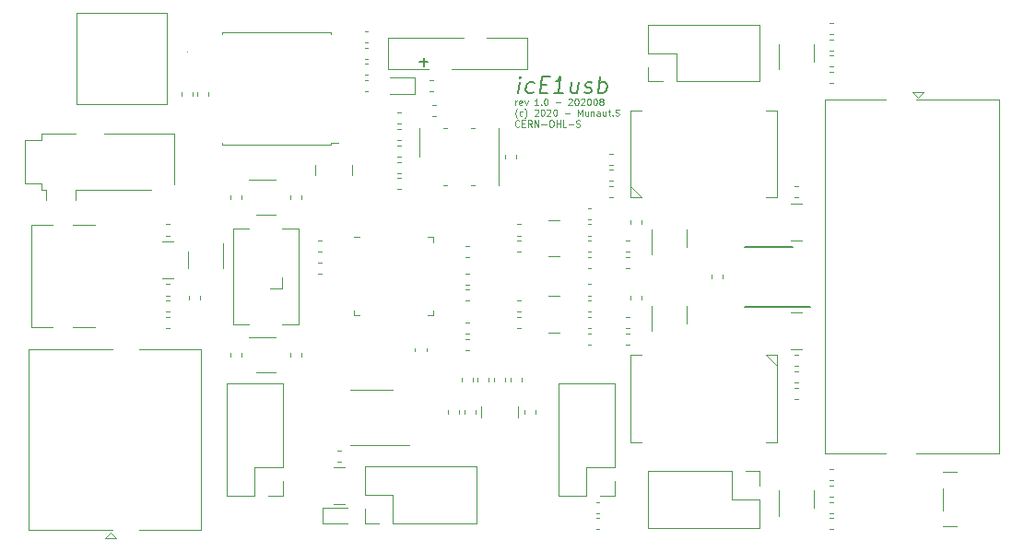
<source format=gbr>
G04 #@! TF.GenerationSoftware,KiCad,Pcbnew,5.1.5*
G04 #@! TF.CreationDate,2020-09-01T20:45:35+02:00*
G04 #@! TF.ProjectId,icE1usb,69634531-7573-4622-9e6b-696361645f70,1.0*
G04 #@! TF.SameCoordinates,Original*
G04 #@! TF.FileFunction,Legend,Top*
G04 #@! TF.FilePolarity,Positive*
%FSLAX46Y46*%
G04 Gerber Fmt 4.6, Leading zero omitted, Abs format (unit mm)*
G04 Created by KiCad (PCBNEW 5.1.5) date 2020-09-01 20:45:35*
%MOMM*%
%LPD*%
G04 APERTURE LIST*
%ADD10C,0.100000*%
%ADD11C,0.150000*%
%ADD12C,0.120000*%
%ADD13R,0.600000X0.900000*%
%ADD14R,0.500000X0.900000*%
%ADD15R,2.500000X2.900000*%
%ADD16R,2.500000X2.600000*%
%ADD17C,1.100000*%
%ADD18C,1.600000*%
%ADD19C,2.400000*%
%ADD20C,3.350000*%
%ADD21R,1.600000X1.600000*%
%ADD22C,1.700000*%
%ADD23R,1.700000X1.700000*%
%ADD24R,0.900000X0.600000*%
%ADD25R,0.900000X0.500000*%
%ADD26R,1.600000X0.550000*%
%ADD27O,1.800000X1.800000*%
%ADD28R,1.800000X1.800000*%
%ADD29R,1.160000X0.750000*%
%ADD30C,2.350000*%
%ADD31C,2.600000*%
%ADD32R,0.610000X0.800000*%
%ADD33R,1.900000X2.100000*%
%ADD34R,0.900000X1.000000*%
%ADD35R,1.300000X0.700000*%
%ADD36C,0.800000*%
%ADD37O,3.100000X2.100000*%
%ADD38C,2.100000*%
%ADD39O,2.200000X1.100000*%
%ADD40C,0.750000*%
%ADD41O,1.700000X1.100000*%
G04 APERTURE END LIST*
D10*
X207857Y15728571D02*
X207857Y16128571D01*
X207857Y16014285D02*
X236428Y16071428D01*
X265000Y16100000D01*
X322142Y16128571D01*
X379285Y16128571D01*
X807857Y15757142D02*
X750714Y15728571D01*
X636428Y15728571D01*
X579285Y15757142D01*
X550714Y15814285D01*
X550714Y16042857D01*
X579285Y16100000D01*
X636428Y16128571D01*
X750714Y16128571D01*
X807857Y16100000D01*
X836428Y16042857D01*
X836428Y15985714D01*
X550714Y15928571D01*
X1036428Y16128571D02*
X1179285Y15728571D01*
X1322142Y16128571D01*
X2322142Y15728571D02*
X1979285Y15728571D01*
X2150714Y15728571D02*
X2150714Y16328571D01*
X2093571Y16242857D01*
X2036428Y16185714D01*
X1979285Y16157142D01*
X2579285Y15785714D02*
X2607857Y15757142D01*
X2579285Y15728571D01*
X2550714Y15757142D01*
X2579285Y15785714D01*
X2579285Y15728571D01*
X2979285Y16328571D02*
X3036428Y16328571D01*
X3093571Y16300000D01*
X3122142Y16271428D01*
X3150714Y16214285D01*
X3179285Y16100000D01*
X3179285Y15957142D01*
X3150714Y15842857D01*
X3122142Y15785714D01*
X3093571Y15757142D01*
X3036428Y15728571D01*
X2979285Y15728571D01*
X2922142Y15757142D01*
X2893571Y15785714D01*
X2865000Y15842857D01*
X2836428Y15957142D01*
X2836428Y16100000D01*
X2865000Y16214285D01*
X2893571Y16271428D01*
X2922142Y16300000D01*
X2979285Y16328571D01*
X3893571Y15957142D02*
X4350714Y15957142D01*
X5065000Y16271428D02*
X5093571Y16300000D01*
X5150714Y16328571D01*
X5293571Y16328571D01*
X5350714Y16300000D01*
X5379285Y16271428D01*
X5407857Y16214285D01*
X5407857Y16157142D01*
X5379285Y16071428D01*
X5036428Y15728571D01*
X5407857Y15728571D01*
X5779285Y16328571D02*
X5836428Y16328571D01*
X5893571Y16300000D01*
X5922142Y16271428D01*
X5950714Y16214285D01*
X5979285Y16100000D01*
X5979285Y15957142D01*
X5950714Y15842857D01*
X5922142Y15785714D01*
X5893571Y15757142D01*
X5836428Y15728571D01*
X5779285Y15728571D01*
X5722142Y15757142D01*
X5693571Y15785714D01*
X5665000Y15842857D01*
X5636428Y15957142D01*
X5636428Y16100000D01*
X5665000Y16214285D01*
X5693571Y16271428D01*
X5722142Y16300000D01*
X5779285Y16328571D01*
X6207857Y16271428D02*
X6236428Y16300000D01*
X6293571Y16328571D01*
X6436428Y16328571D01*
X6493571Y16300000D01*
X6522142Y16271428D01*
X6550714Y16214285D01*
X6550714Y16157142D01*
X6522142Y16071428D01*
X6179285Y15728571D01*
X6550714Y15728571D01*
X6922142Y16328571D02*
X6979285Y16328571D01*
X7036428Y16300000D01*
X7065000Y16271428D01*
X7093571Y16214285D01*
X7122142Y16100000D01*
X7122142Y15957142D01*
X7093571Y15842857D01*
X7065000Y15785714D01*
X7036428Y15757142D01*
X6979285Y15728571D01*
X6922142Y15728571D01*
X6865000Y15757142D01*
X6836428Y15785714D01*
X6807857Y15842857D01*
X6779285Y15957142D01*
X6779285Y16100000D01*
X6807857Y16214285D01*
X6836428Y16271428D01*
X6865000Y16300000D01*
X6922142Y16328571D01*
X7493571Y16328571D02*
X7550714Y16328571D01*
X7607857Y16300000D01*
X7636428Y16271428D01*
X7665000Y16214285D01*
X7693571Y16100000D01*
X7693571Y15957142D01*
X7665000Y15842857D01*
X7636428Y15785714D01*
X7607857Y15757142D01*
X7550714Y15728571D01*
X7493571Y15728571D01*
X7436428Y15757142D01*
X7407857Y15785714D01*
X7379285Y15842857D01*
X7350714Y15957142D01*
X7350714Y16100000D01*
X7379285Y16214285D01*
X7407857Y16271428D01*
X7436428Y16300000D01*
X7493571Y16328571D01*
X8036428Y16071428D02*
X7979285Y16100000D01*
X7950714Y16128571D01*
X7922142Y16185714D01*
X7922142Y16214285D01*
X7950714Y16271428D01*
X7979285Y16300000D01*
X8036428Y16328571D01*
X8150714Y16328571D01*
X8207857Y16300000D01*
X8236428Y16271428D01*
X8265000Y16214285D01*
X8265000Y16185714D01*
X8236428Y16128571D01*
X8207857Y16100000D01*
X8150714Y16071428D01*
X8036428Y16071428D01*
X7979285Y16042857D01*
X7950714Y16014285D01*
X7922142Y15957142D01*
X7922142Y15842857D01*
X7950714Y15785714D01*
X7979285Y15757142D01*
X8036428Y15728571D01*
X8150714Y15728571D01*
X8207857Y15757142D01*
X8236428Y15785714D01*
X8265000Y15842857D01*
X8265000Y15957142D01*
X8236428Y16014285D01*
X8207857Y16042857D01*
X8150714Y16071428D01*
X379285Y14500000D02*
X350714Y14528571D01*
X293571Y14614285D01*
X265000Y14671428D01*
X236428Y14757142D01*
X207857Y14900000D01*
X207857Y15014285D01*
X236428Y15157142D01*
X265000Y15242857D01*
X293571Y15300000D01*
X350714Y15385714D01*
X379285Y15414285D01*
X865000Y14757142D02*
X807857Y14728571D01*
X693571Y14728571D01*
X636428Y14757142D01*
X607857Y14785714D01*
X579285Y14842857D01*
X579285Y15014285D01*
X607857Y15071428D01*
X636428Y15100000D01*
X693571Y15128571D01*
X807857Y15128571D01*
X865000Y15100000D01*
X1065000Y14500000D02*
X1093571Y14528571D01*
X1150714Y14614285D01*
X1179285Y14671428D01*
X1207857Y14757142D01*
X1236428Y14900000D01*
X1236428Y15014285D01*
X1207857Y15157142D01*
X1179285Y15242857D01*
X1150714Y15300000D01*
X1093571Y15385714D01*
X1065000Y15414285D01*
X1950714Y15271428D02*
X1979285Y15300000D01*
X2036428Y15328571D01*
X2179285Y15328571D01*
X2236428Y15300000D01*
X2264999Y15271428D01*
X2293571Y15214285D01*
X2293571Y15157142D01*
X2264999Y15071428D01*
X1922142Y14728571D01*
X2293571Y14728571D01*
X2665000Y15328571D02*
X2722142Y15328571D01*
X2779285Y15300000D01*
X2807857Y15271428D01*
X2836428Y15214285D01*
X2865000Y15100000D01*
X2865000Y14957142D01*
X2836428Y14842857D01*
X2807857Y14785714D01*
X2779285Y14757142D01*
X2722142Y14728571D01*
X2665000Y14728571D01*
X2607857Y14757142D01*
X2579285Y14785714D01*
X2550714Y14842857D01*
X2522142Y14957142D01*
X2522142Y15100000D01*
X2550714Y15214285D01*
X2579285Y15271428D01*
X2607857Y15300000D01*
X2665000Y15328571D01*
X3093571Y15271428D02*
X3122142Y15300000D01*
X3179285Y15328571D01*
X3322142Y15328571D01*
X3379285Y15300000D01*
X3407857Y15271428D01*
X3436428Y15214285D01*
X3436428Y15157142D01*
X3407857Y15071428D01*
X3065000Y14728571D01*
X3436428Y14728571D01*
X3807857Y15328571D02*
X3864999Y15328571D01*
X3922142Y15300000D01*
X3950714Y15271428D01*
X3979285Y15214285D01*
X4007857Y15100000D01*
X4007857Y14957142D01*
X3979285Y14842857D01*
X3950714Y14785714D01*
X3922142Y14757142D01*
X3864999Y14728571D01*
X3807857Y14728571D01*
X3750714Y14757142D01*
X3722142Y14785714D01*
X3693571Y14842857D01*
X3664999Y14957142D01*
X3664999Y15100000D01*
X3693571Y15214285D01*
X3722142Y15271428D01*
X3750714Y15300000D01*
X3807857Y15328571D01*
X4722142Y14957142D02*
X5179285Y14957142D01*
X5922142Y14728571D02*
X5922142Y15328571D01*
X6122142Y14900000D01*
X6322142Y15328571D01*
X6322142Y14728571D01*
X6864999Y15128571D02*
X6864999Y14728571D01*
X6607857Y15128571D02*
X6607857Y14814285D01*
X6636428Y14757142D01*
X6693571Y14728571D01*
X6779285Y14728571D01*
X6836428Y14757142D01*
X6864999Y14785714D01*
X7150714Y15128571D02*
X7150714Y14728571D01*
X7150714Y15071428D02*
X7179285Y15100000D01*
X7236428Y15128571D01*
X7322142Y15128571D01*
X7379285Y15100000D01*
X7407857Y15042857D01*
X7407857Y14728571D01*
X7950714Y14728571D02*
X7950714Y15042857D01*
X7922142Y15100000D01*
X7864999Y15128571D01*
X7750714Y15128571D01*
X7693571Y15100000D01*
X7950714Y14757142D02*
X7893571Y14728571D01*
X7750714Y14728571D01*
X7693571Y14757142D01*
X7664999Y14814285D01*
X7664999Y14871428D01*
X7693571Y14928571D01*
X7750714Y14957142D01*
X7893571Y14957142D01*
X7950714Y14985714D01*
X8493571Y15128571D02*
X8493571Y14728571D01*
X8236428Y15128571D02*
X8236428Y14814285D01*
X8264999Y14757142D01*
X8322142Y14728571D01*
X8407857Y14728571D01*
X8464999Y14757142D01*
X8493571Y14785714D01*
X8693571Y15128571D02*
X8922142Y15128571D01*
X8779285Y15328571D02*
X8779285Y14814285D01*
X8807857Y14757142D01*
X8865000Y14728571D01*
X8922142Y14728571D01*
X9122142Y14785714D02*
X9150714Y14757142D01*
X9122142Y14728571D01*
X9093571Y14757142D01*
X9122142Y14785714D01*
X9122142Y14728571D01*
X9379285Y14757142D02*
X9465000Y14728571D01*
X9607857Y14728571D01*
X9665000Y14757142D01*
X9693571Y14785714D01*
X9722142Y14842857D01*
X9722142Y14900000D01*
X9693571Y14957142D01*
X9665000Y14985714D01*
X9607857Y15014285D01*
X9493571Y15042857D01*
X9436428Y15071428D01*
X9407857Y15100000D01*
X9379285Y15157142D01*
X9379285Y15214285D01*
X9407857Y15271428D01*
X9436428Y15300000D01*
X9493571Y15328571D01*
X9636428Y15328571D01*
X9722142Y15300000D01*
X550714Y13785714D02*
X522142Y13757142D01*
X436428Y13728571D01*
X379285Y13728571D01*
X293571Y13757142D01*
X236428Y13814285D01*
X207857Y13871428D01*
X179285Y13985714D01*
X179285Y14071428D01*
X207857Y14185714D01*
X236428Y14242857D01*
X293571Y14300000D01*
X379285Y14328571D01*
X436428Y14328571D01*
X522142Y14300000D01*
X550714Y14271428D01*
X807857Y14042857D02*
X1007857Y14042857D01*
X1093571Y13728571D02*
X807857Y13728571D01*
X807857Y14328571D01*
X1093571Y14328571D01*
X1693571Y13728571D02*
X1493571Y14014285D01*
X1350714Y13728571D02*
X1350714Y14328571D01*
X1579285Y14328571D01*
X1636428Y14300000D01*
X1664999Y14271428D01*
X1693571Y14214285D01*
X1693571Y14128571D01*
X1664999Y14071428D01*
X1636428Y14042857D01*
X1579285Y14014285D01*
X1350714Y14014285D01*
X1950714Y13728571D02*
X1950714Y14328571D01*
X2293571Y13728571D01*
X2293571Y14328571D01*
X2579285Y13957142D02*
X3036428Y13957142D01*
X3436428Y14328571D02*
X3550714Y14328571D01*
X3607857Y14300000D01*
X3664999Y14242857D01*
X3693571Y14128571D01*
X3693571Y13928571D01*
X3664999Y13814285D01*
X3607857Y13757142D01*
X3550714Y13728571D01*
X3436428Y13728571D01*
X3379285Y13757142D01*
X3322142Y13814285D01*
X3293571Y13928571D01*
X3293571Y14128571D01*
X3322142Y14242857D01*
X3379285Y14300000D01*
X3436428Y14328571D01*
X3950714Y13728571D02*
X3950714Y14328571D01*
X3950714Y14042857D02*
X4293571Y14042857D01*
X4293571Y13728571D02*
X4293571Y14328571D01*
X4864999Y13728571D02*
X4579285Y13728571D01*
X4579285Y14328571D01*
X5064999Y13957142D02*
X5522142Y13957142D01*
X5779285Y13757142D02*
X5864999Y13728571D01*
X6007857Y13728571D01*
X6064999Y13757142D01*
X6093571Y13785714D01*
X6122142Y13842857D01*
X6122142Y13900000D01*
X6093571Y13957142D01*
X6064999Y13985714D01*
X6007857Y14014285D01*
X5893571Y14042857D01*
X5836428Y14071428D01*
X5807857Y14100000D01*
X5779285Y14157142D01*
X5779285Y14214285D01*
X5807857Y14271428D01*
X5836428Y14300000D01*
X5893571Y14328571D01*
X6036428Y14328571D01*
X6122142Y14300000D01*
D11*
X463571Y16821428D02*
X588571Y17821428D01*
X651071Y18321428D02*
X570714Y18250000D01*
X633214Y18178571D01*
X713571Y18250000D01*
X651071Y18321428D01*
X633214Y18178571D01*
X1829642Y16892857D02*
X1677857Y16821428D01*
X1392142Y16821428D01*
X1258214Y16892857D01*
X1195714Y16964285D01*
X1142142Y17107142D01*
X1195714Y17535714D01*
X1285000Y17678571D01*
X1365357Y17750000D01*
X1517142Y17821428D01*
X1802857Y17821428D01*
X1936785Y17750000D01*
X2561785Y17607142D02*
X3061785Y17607142D01*
X3177857Y16821428D02*
X2463571Y16821428D01*
X2651071Y18321428D01*
X3365357Y18321428D01*
X4606428Y16821428D02*
X3749285Y16821428D01*
X4177857Y16821428D02*
X4365357Y18321428D01*
X4195714Y18107142D01*
X4034999Y17964285D01*
X3883214Y17892857D01*
X6017142Y17821428D02*
X5892142Y16821428D01*
X5374285Y17821428D02*
X5276071Y17035714D01*
X5329642Y16892857D01*
X5463571Y16821428D01*
X5677857Y16821428D01*
X5829642Y16892857D01*
X5910000Y16964285D01*
X6543928Y16892857D02*
X6677857Y16821428D01*
X6963571Y16821428D01*
X7115357Y16892857D01*
X7204642Y17035714D01*
X7213571Y17107142D01*
X7160000Y17250000D01*
X7026071Y17321428D01*
X6811785Y17321428D01*
X6677857Y17392857D01*
X6624285Y17535714D01*
X6633214Y17607142D01*
X6722500Y17750000D01*
X6874285Y17821428D01*
X7088571Y17821428D01*
X7222500Y17750000D01*
X7820714Y16821428D02*
X8008214Y18321428D01*
X7936785Y17750000D02*
X8088571Y17821428D01*
X8374285Y17821428D01*
X8508214Y17750000D01*
X8570714Y17678571D01*
X8624285Y17535714D01*
X8570714Y17107142D01*
X8481428Y16964285D01*
X8401071Y16892857D01*
X8249285Y16821428D01*
X7963571Y16821428D01*
X7829642Y16892857D01*
D12*
X-13000000Y-15560000D02*
X-9550000Y-15560000D01*
X-13000000Y-15560000D02*
X-14950000Y-15560000D01*
X-13000000Y-10440000D02*
X-11050000Y-10440000D01*
X-13000000Y-10440000D02*
X-14950000Y-10440000D01*
X-14820000Y9250000D02*
X-14820000Y10250000D01*
X-18180000Y9250000D02*
X-18180000Y10250000D01*
X25837221Y7240000D02*
X26162779Y7240000D01*
X25837221Y8260000D02*
X26162779Y8260000D01*
X-17587221Y1260000D02*
X-17912779Y1260000D01*
X-17587221Y240000D02*
X-17912779Y240000D01*
X430000Y-13000000D02*
X430000Y-12000000D01*
X-2930000Y-13000000D02*
X-2930000Y-12000000D01*
X-4760000Y-9337221D02*
X-4760000Y-9662779D01*
X-3740000Y-9337221D02*
X-3740000Y-9662779D01*
X-3260000Y-9337221D02*
X-3260000Y-9662779D01*
X-2240000Y-9337221D02*
X-2240000Y-9662779D01*
X-1760000Y-9337221D02*
X-1760000Y-9662779D01*
X-740000Y-9337221D02*
X-740000Y-9662779D01*
X-260000Y-9337221D02*
X-260000Y-9662779D01*
X760000Y-9337221D02*
X760000Y-9662779D01*
X-4510000Y-12337221D02*
X-4510000Y-12662779D01*
X-3490000Y-12337221D02*
X-3490000Y-12662779D01*
X-6010000Y-12337221D02*
X-6010000Y-12662779D01*
X-4990000Y-12337221D02*
X-4990000Y-12662779D01*
X990000Y-12337221D02*
X990000Y-12662779D01*
X2010000Y-12337221D02*
X2010000Y-12662779D01*
X-42900000Y7900000D02*
X-43350000Y7900000D01*
X-43350000Y7900000D02*
X-43350000Y8500000D01*
X-43350000Y8500000D02*
X-44850000Y8500000D01*
X-44850000Y8500000D02*
X-44850000Y12500000D01*
X-44850000Y12500000D02*
X-43350000Y12500000D01*
X-43350000Y12500000D02*
X-43350000Y13100000D01*
X-43350000Y13100000D02*
X-40150000Y13100000D01*
X-37550000Y13100000D02*
X-31150000Y13100000D01*
X-31150000Y13100000D02*
X-31150000Y8400000D01*
X-33250000Y7900000D02*
X-40200000Y7900000D01*
X-42900000Y7900000D02*
X-42900000Y7000000D01*
X-40200000Y7900000D02*
X-40200000Y7000000D01*
X37700000Y16935000D02*
X37200000Y16435000D01*
X36700000Y16935000D02*
X37700000Y16935000D01*
X37200000Y16435000D02*
X36700000Y16935000D01*
X28685000Y-16240000D02*
X34200000Y-16240000D01*
X28640000Y16240000D02*
X34200000Y16240000D01*
X28640000Y16240000D02*
X28640000Y-16240000D01*
X44610000Y-16240000D02*
X37000000Y-16240000D01*
X44610000Y16240000D02*
X37000000Y16240000D01*
X44610000Y16240000D02*
X44610000Y-16240000D01*
X7912779Y-20740000D02*
X7587221Y-20740000D01*
X7912779Y-21760000D02*
X7587221Y-21760000D01*
X7912779Y-22240000D02*
X7587221Y-22240000D01*
X7912779Y-23260000D02*
X7587221Y-23260000D01*
X-7662779Y16990000D02*
X-7337221Y16990000D01*
X-7662779Y18010000D02*
X-7337221Y18010000D01*
X-27990000Y16587221D02*
X-27990000Y16912779D01*
X-29010000Y16587221D02*
X-29010000Y16912779D01*
X-9015000Y18235000D02*
X-11300000Y18235000D01*
X-9015000Y16765000D02*
X-9015000Y18235000D01*
X-11300000Y16765000D02*
X-9015000Y16765000D01*
D10*
X-29950000Y20590000D02*
G75*
G03X-29950000Y20590000I-50000J0D01*
G01*
D12*
X-13662779Y16990000D02*
X-13337221Y16990000D01*
X-13662779Y18010000D02*
X-13337221Y18010000D01*
X-13662779Y21490000D02*
X-13337221Y21490000D01*
X-13662779Y22510000D02*
X-13337221Y22510000D01*
X-13662779Y18490000D02*
X-13337221Y18490000D01*
X-13662779Y19510000D02*
X-13337221Y19510000D01*
X-13662779Y19990000D02*
X-13337221Y19990000D01*
X-13662779Y21010000D02*
X-13337221Y21010000D01*
X-30510000Y16912779D02*
X-30510000Y16587221D01*
X-29490000Y16912779D02*
X-29490000Y16587221D01*
X-2440000Y21910000D02*
X1285000Y21910000D01*
X-11535000Y21910000D02*
X-4560000Y21910000D01*
X-11535000Y19040000D02*
X-11535000Y21910000D01*
X1285000Y19040000D02*
X1285000Y21910000D01*
X-5690000Y19040000D02*
X1285000Y19040000D01*
X-11530000Y19040000D02*
X-7810000Y19040000D01*
X25500000Y3320000D02*
X26500000Y3320000D01*
X25500000Y6680000D02*
X26500000Y6680000D01*
D11*
X27275000Y-2800000D02*
X21300000Y-2800000D01*
X25700000Y2725000D02*
X21300000Y2725000D01*
D12*
X19260000Y-162779D02*
X19260000Y162779D01*
X18240000Y-162779D02*
X18240000Y162779D01*
X26162779Y-10240000D02*
X25837221Y-10240000D01*
X26162779Y-11260000D02*
X25837221Y-11260000D01*
X25837221Y-8260000D02*
X26162779Y-8260000D01*
X25837221Y-7240000D02*
X26162779Y-7240000D01*
X8837221Y10240000D02*
X9162779Y10240000D01*
X8837221Y11260000D02*
X9162779Y11260000D01*
X9162779Y8260000D02*
X8837221Y8260000D01*
X9162779Y7240000D02*
X8837221Y7240000D01*
X25837221Y-9760000D02*
X26162779Y-9760000D01*
X25837221Y-8740000D02*
X26162779Y-8740000D01*
X662779Y-2240000D02*
X337221Y-2240000D01*
X662779Y-3260000D02*
X337221Y-3260000D01*
X662779Y-3740000D02*
X337221Y-3740000D01*
X662779Y-4760000D02*
X337221Y-4760000D01*
X9162779Y9760000D02*
X8837221Y9760000D01*
X9162779Y8740000D02*
X8837221Y8740000D01*
X662779Y3260000D02*
X337221Y3260000D01*
X662779Y2240000D02*
X337221Y2240000D01*
X662779Y4760000D02*
X337221Y4760000D01*
X662779Y3740000D02*
X337221Y3740000D01*
X4250000Y-1820000D02*
X3250000Y-1820000D01*
X4250000Y-5180000D02*
X3250000Y-5180000D01*
X4250000Y5180000D02*
X3250000Y5180000D01*
X4250000Y1820000D02*
X3250000Y1820000D01*
X25500000Y-6680000D02*
X26500000Y-6680000D01*
X25500000Y-3320000D02*
X26500000Y-3320000D01*
X-16500000Y-20930000D02*
X-15500000Y-20930000D01*
X-16500000Y-17570000D02*
X-15500000Y-17570000D01*
X-31250000Y3180000D02*
X-32250000Y3180000D01*
X-31250000Y-180000D02*
X-32250000Y-180000D01*
X7162779Y-3740000D02*
X6837221Y-3740000D01*
X7162779Y-4760000D02*
X6837221Y-4760000D01*
X7162779Y-2240000D02*
X6837221Y-2240000D01*
X7162779Y-3260000D02*
X6837221Y-3260000D01*
X7162779Y-740000D02*
X6837221Y-740000D01*
X7162779Y-1760000D02*
X6837221Y-1760000D01*
X7162779Y-5240000D02*
X6837221Y-5240000D01*
X7162779Y-6260000D02*
X6837221Y-6260000D01*
X7162779Y4760000D02*
X6837221Y4760000D01*
X7162779Y3740000D02*
X6837221Y3740000D01*
X7162779Y3260000D02*
X6837221Y3260000D01*
X7162779Y2240000D02*
X6837221Y2240000D01*
X7162779Y1760000D02*
X6837221Y1760000D01*
X7162779Y740000D02*
X6837221Y740000D01*
X7162779Y6260000D02*
X6837221Y6260000D01*
X7162779Y5240000D02*
X6837221Y5240000D01*
X11760000Y-2162779D02*
X11760000Y-1837221D01*
X10740000Y-2162779D02*
X10740000Y-1837221D01*
X11760000Y4837221D02*
X11760000Y5162779D01*
X10740000Y4837221D02*
X10740000Y5162779D01*
X29412779Y-22240000D02*
X29087221Y-22240000D01*
X29412779Y-23260000D02*
X29087221Y-23260000D01*
X29412779Y-20740000D02*
X29087221Y-20740000D01*
X29412779Y-21760000D02*
X29087221Y-21760000D01*
X29412779Y-19240000D02*
X29087221Y-19240000D01*
X29412779Y-20260000D02*
X29087221Y-20260000D01*
X29412779Y-17740000D02*
X29087221Y-17740000D01*
X29412779Y-18760000D02*
X29087221Y-18760000D01*
X29412779Y17740000D02*
X29087221Y17740000D01*
X29412779Y18760000D02*
X29087221Y18760000D01*
X29412779Y20260000D02*
X29087221Y20260000D01*
X29412779Y19240000D02*
X29087221Y19240000D01*
X29412779Y21760000D02*
X29087221Y21760000D01*
X29412779Y20740000D02*
X29087221Y20740000D01*
X29412779Y23260000D02*
X29087221Y23260000D01*
X29412779Y22240000D02*
X29087221Y22240000D01*
X10662779Y-3740000D02*
X10337221Y-3740000D01*
X10662779Y-4760000D02*
X10337221Y-4760000D01*
X10662779Y-5240000D02*
X10337221Y-5240000D01*
X10662779Y-6260000D02*
X10337221Y-6260000D01*
X10662779Y3260000D02*
X10337221Y3260000D01*
X10662779Y2240000D02*
X10337221Y2240000D01*
X10662779Y1760000D02*
X10337221Y1760000D01*
X10662779Y740000D02*
X10337221Y740000D01*
X260000Y10837221D02*
X260000Y11162779D01*
X-760000Y10837221D02*
X-760000Y11162779D01*
X-10337221Y10510000D02*
X-10662779Y10510000D01*
X-10337221Y9490000D02*
X-10662779Y9490000D01*
X-10337221Y15010000D02*
X-10662779Y15010000D01*
X-10337221Y13990000D02*
X-10662779Y13990000D01*
X-10337221Y13510000D02*
X-10662779Y13510000D01*
X-10337221Y12490000D02*
X-10662779Y12490000D01*
X-29760000Y-1837221D02*
X-29760000Y-2162779D01*
X-28740000Y-1837221D02*
X-28740000Y-2162779D01*
X-4412779Y-6760000D02*
X-4087221Y-6760000D01*
X-4412779Y-5740000D02*
X-4087221Y-5740000D01*
X-31587221Y-740000D02*
X-31912779Y-740000D01*
X-31587221Y-1760000D02*
X-31912779Y-1760000D01*
X-31587221Y4760000D02*
X-31912779Y4760000D01*
X-31587221Y3740000D02*
X-31912779Y3740000D01*
X-31912779Y-4760000D02*
X-31587221Y-4760000D01*
X-31912779Y-3740000D02*
X-31587221Y-3740000D01*
X9330000Y-20140000D02*
X8000000Y-20140000D01*
X9330000Y-18810000D02*
X9330000Y-20140000D01*
X6730000Y-20140000D02*
X4130000Y-20140000D01*
X6730000Y-17540000D02*
X6730000Y-20140000D01*
X9330000Y-17540000D02*
X6730000Y-17540000D01*
X4130000Y-20140000D02*
X4130000Y-9860000D01*
X9330000Y-17540000D02*
X9330000Y-9860000D01*
X9330000Y-9860000D02*
X4130000Y-9860000D01*
X-21150000Y-20140000D02*
X-22480000Y-20140000D01*
X-21150000Y-18810000D02*
X-21150000Y-20140000D01*
X-23750000Y-20140000D02*
X-26350000Y-20140000D01*
X-23750000Y-17540000D02*
X-23750000Y-20140000D01*
X-21150000Y-17540000D02*
X-23750000Y-17540000D01*
X-26350000Y-20140000D02*
X-26350000Y-9860000D01*
X-21150000Y-17540000D02*
X-21150000Y-9860000D01*
X-21150000Y-9860000D02*
X-26350000Y-9860000D01*
X-17485000Y-22735000D02*
X-15200000Y-22735000D01*
X-17485000Y-21265000D02*
X-17485000Y-22735000D01*
X-15200000Y-21265000D02*
X-17485000Y-21265000D01*
X-10337221Y9010000D02*
X-10662779Y9010000D01*
X-10337221Y7990000D02*
X-10662779Y7990000D01*
X-10662779Y10990000D02*
X-10337221Y10990000D01*
X-10662779Y12010000D02*
X-10337221Y12010000D01*
X-16162779Y-17010000D02*
X-15837221Y-17010000D01*
X-16162779Y-15990000D02*
X-15837221Y-15990000D01*
X-7412779Y14740000D02*
X-7087221Y14740000D01*
X-7412779Y15760000D02*
X-7087221Y15760000D01*
X-4412779Y-760000D02*
X-4087221Y-760000D01*
X-4412779Y260000D02*
X-4087221Y260000D01*
X-4412779Y-2260000D02*
X-4087221Y-2260000D01*
X-4412779Y-1240000D02*
X-4087221Y-1240000D01*
X-4412779Y1740000D02*
X-4087221Y1740000D01*
X-4412779Y2760000D02*
X-4087221Y2760000D01*
X-9010000Y-6587221D02*
X-9010000Y-6912779D01*
X-7990000Y-6587221D02*
X-7990000Y-6912779D01*
X-17587221Y3260000D02*
X-17912779Y3260000D01*
X-17587221Y2240000D02*
X-17912779Y2240000D01*
X-31587221Y-2240000D02*
X-31912779Y-2240000D01*
X-31587221Y-3260000D02*
X-31912779Y-3260000D01*
X-21850000Y8860000D02*
X-24300000Y8860000D01*
X-23650000Y5640000D02*
X-21850000Y5640000D01*
X-21850000Y-5640000D02*
X-24300000Y-5640000D01*
X-23650000Y-8860000D02*
X-21850000Y-8860000D01*
X-20510000Y7412779D02*
X-20510000Y7087221D01*
X-19490000Y7412779D02*
X-19490000Y7087221D01*
X-26010000Y7412779D02*
X-26010000Y7087221D01*
X-24990000Y7412779D02*
X-24990000Y7087221D01*
X-20510000Y-7087221D02*
X-20510000Y-7412779D01*
X-19490000Y-7087221D02*
X-19490000Y-7412779D01*
X-26010000Y-7087221D02*
X-26010000Y-7412779D01*
X-24990000Y-7087221D02*
X-24990000Y-7412779D01*
X-4412779Y-5260000D02*
X-4087221Y-5260000D01*
X-4412779Y-4240000D02*
X-4087221Y-4240000D01*
X-40150000Y15850000D02*
X-31850000Y15850000D01*
X-40150000Y24150000D02*
X-31850000Y24150000D01*
X-31850000Y15850000D02*
X-31850000Y24150000D01*
X-40150000Y15850000D02*
X-40150000Y24150000D01*
X24400000Y-19700000D02*
X24400000Y-22000000D01*
X27600000Y-21300000D02*
X27600000Y-19700000D01*
X12725000Y-2700000D02*
X12725000Y-5000000D01*
X15925000Y-4300000D02*
X15925000Y-2700000D01*
X24400000Y21300000D02*
X24400000Y19000000D01*
X27600000Y19700000D02*
X27600000Y21300000D01*
X12725000Y4300000D02*
X12725000Y2000000D01*
X15925000Y2700000D02*
X15925000Y4300000D01*
X-26650000Y700000D02*
X-26650000Y3000000D01*
X-29850000Y2300000D02*
X-29850000Y700000D01*
X22640000Y-17900000D02*
X22640000Y-19230000D01*
X21310000Y-17900000D02*
X22640000Y-17900000D01*
X22640000Y-20500000D02*
X22640000Y-23100000D01*
X20040000Y-20500000D02*
X22640000Y-20500000D01*
X20040000Y-17900000D02*
X20040000Y-20500000D01*
X22640000Y-23100000D02*
X12360000Y-23100000D01*
X20040000Y-17900000D02*
X12360000Y-17900000D01*
X12360000Y-17900000D02*
X12360000Y-23100000D01*
X12360000Y17900000D02*
X12360000Y19230000D01*
X13690000Y17900000D02*
X12360000Y17900000D01*
X12360000Y20500000D02*
X12360000Y23100000D01*
X14960000Y20500000D02*
X12360000Y20500000D01*
X14960000Y17900000D02*
X14960000Y20500000D01*
X12360000Y23100000D02*
X22640000Y23100000D01*
X14960000Y17900000D02*
X22640000Y17900000D01*
X22640000Y17900000D02*
X22640000Y23100000D01*
X-13650000Y-22680000D02*
X-13650000Y-21350000D01*
X-12320000Y-22680000D02*
X-13650000Y-22680000D01*
X-13650000Y-20080000D02*
X-13650000Y-17480000D01*
X-11050000Y-20080000D02*
X-13650000Y-20080000D01*
X-11050000Y-22680000D02*
X-11050000Y-20080000D01*
X-13650000Y-17480000D02*
X-3370000Y-17480000D01*
X-11050000Y-22680000D02*
X-3370000Y-22680000D01*
X-3370000Y-22680000D02*
X-3370000Y-17480000D01*
X-16100000Y12240000D02*
X-16790000Y12240000D01*
X-16790000Y12090000D02*
X-16790000Y12240000D01*
X-26710000Y12090000D02*
X-26710000Y12240000D01*
X-16790000Y22260000D02*
X-16790000Y22410000D01*
X-26710000Y22260000D02*
X-26710000Y22410000D01*
X-16790000Y22410000D02*
X-26710000Y22410000D01*
X-16790000Y12090000D02*
X-26710000Y12090000D01*
X-3560000Y8390000D02*
X-3900000Y8390000D01*
X-1380000Y13610000D02*
X-1380000Y8390000D01*
X-6440000Y13610000D02*
X-6100000Y13610000D01*
X-8620000Y11000000D02*
X-8620000Y13610000D01*
X-6100000Y8390000D02*
X-6440000Y8390000D01*
X-3900000Y13610000D02*
X-3560000Y13610000D01*
X24250000Y-15250000D02*
X23250000Y-15250000D01*
X10750000Y-7250000D02*
X11750000Y-7250000D01*
X24250000Y-7250000D02*
X24250000Y-15250000D01*
X10750000Y-7250000D02*
X10750000Y-15250000D01*
X10750000Y-15250000D02*
X11750000Y-15250000D01*
X24250000Y-8250000D02*
X23250000Y-7250000D01*
X24250000Y-7250000D02*
X23250000Y-7250000D01*
X10750000Y15250000D02*
X11750000Y15250000D01*
X24250000Y7250000D02*
X23250000Y7250000D01*
X10750000Y7250000D02*
X10750000Y15250000D01*
X24250000Y7250000D02*
X24250000Y15250000D01*
X24250000Y15250000D02*
X23250000Y15250000D01*
X10750000Y8250000D02*
X11750000Y7250000D01*
X10750000Y7250000D02*
X11750000Y7250000D01*
X39500000Y-19500000D02*
X39500000Y-21500000D01*
X39500000Y-23000000D02*
X40750000Y-23000000D01*
X40750000Y-18000000D02*
X39500000Y-18000000D01*
X-25750000Y-4400000D02*
X-24250000Y-4400000D01*
X-25750000Y4400000D02*
X-25750000Y-4400000D01*
X-24250000Y4400000D02*
X-25750000Y4400000D01*
X-19750000Y-4400000D02*
X-21250000Y-4400000D01*
X-19750000Y1700000D02*
X-19750000Y-4400000D01*
X-19750000Y4400000D02*
X-19750000Y1700000D01*
X-21250000Y4400000D02*
X-19750000Y4400000D01*
D10*
X-21250000Y-1100000D02*
X-22350000Y-1100000D01*
X-21250000Y-1100000D02*
X-21250000Y-100000D01*
D12*
X-37500000Y-24070000D02*
X-37000000Y-23570000D01*
X-36500000Y-24070000D02*
X-37500000Y-24070000D01*
X-37000000Y-23570000D02*
X-36500000Y-24070000D01*
X-28685000Y-6690000D02*
X-34360000Y-6690000D01*
X-28685000Y-23330000D02*
X-34360000Y-23330000D01*
X-28685000Y-23330000D02*
X-28685000Y-6690000D01*
X-44565000Y-6690000D02*
X-36860000Y-6690000D01*
X-44565000Y-23330000D02*
X-36860000Y-23330000D01*
X-44565000Y-23330000D02*
X-44565000Y-6690000D01*
X-44250000Y4700000D02*
X-44250000Y-4700000D01*
X-38450000Y-4700000D02*
X-40450000Y-4700000D01*
X-42350000Y-4700000D02*
X-44250000Y-4700000D01*
X-38450000Y4700000D02*
X-40450000Y4700000D01*
X-42350000Y4700000D02*
X-44250000Y4700000D01*
X-14135000Y3610000D02*
X-14610000Y3610000D01*
X-7390000Y-3610000D02*
X-7390000Y-3135000D01*
X-7865000Y-3610000D02*
X-7390000Y-3610000D01*
X-14610000Y-3610000D02*
X-14610000Y-3135000D01*
X-14135000Y-3610000D02*
X-14610000Y-3610000D01*
X-7390000Y3610000D02*
X-7390000Y3135000D01*
X-7865000Y3610000D02*
X-7390000Y3610000D01*
D11*
X-8590952Y19678571D02*
X-7829047Y19678571D01*
X-8210000Y19297619D02*
X-8210000Y20059523D01*
%LPC*%
D10*
G36*
X-14607847Y-14555843D02*
G01*
X-14590859Y-14558363D01*
X-14574200Y-14562535D01*
X-14558030Y-14568321D01*
X-14542506Y-14575664D01*
X-14527775Y-14584493D01*
X-14513981Y-14594723D01*
X-14501256Y-14606256D01*
X-14489723Y-14618981D01*
X-14479493Y-14632775D01*
X-14470664Y-14647506D01*
X-14463321Y-14663030D01*
X-14457535Y-14679200D01*
X-14453363Y-14695859D01*
X-14450843Y-14712847D01*
X-14450000Y-14730000D01*
X-14450000Y-15080000D01*
X-14450843Y-15097153D01*
X-14453363Y-15114141D01*
X-14457535Y-15130800D01*
X-14463321Y-15146970D01*
X-14470664Y-15162494D01*
X-14479493Y-15177225D01*
X-14489723Y-15191019D01*
X-14501256Y-15203744D01*
X-14513981Y-15215277D01*
X-14527775Y-15225507D01*
X-14542506Y-15234336D01*
X-14558030Y-15241679D01*
X-14574200Y-15247465D01*
X-14590859Y-15251637D01*
X-14607847Y-15254157D01*
X-14625000Y-15255000D01*
X-16325000Y-15255000D01*
X-16342153Y-15254157D01*
X-16359141Y-15251637D01*
X-16375800Y-15247465D01*
X-16391970Y-15241679D01*
X-16407494Y-15234336D01*
X-16422225Y-15225507D01*
X-16436019Y-15215277D01*
X-16448744Y-15203744D01*
X-16460277Y-15191019D01*
X-16470507Y-15177225D01*
X-16479336Y-15162494D01*
X-16486679Y-15146970D01*
X-16492465Y-15130800D01*
X-16496637Y-15114141D01*
X-16499157Y-15097153D01*
X-16500000Y-15080000D01*
X-16500000Y-14730000D01*
X-16499157Y-14712847D01*
X-16496637Y-14695859D01*
X-16492465Y-14679200D01*
X-16486679Y-14663030D01*
X-16479336Y-14647506D01*
X-16470507Y-14632775D01*
X-16460277Y-14618981D01*
X-16448744Y-14606256D01*
X-16436019Y-14594723D01*
X-16422225Y-14584493D01*
X-16407494Y-14575664D01*
X-16391970Y-14568321D01*
X-16375800Y-14562535D01*
X-16359141Y-14558363D01*
X-16342153Y-14555843D01*
X-16325000Y-14555000D01*
X-14625000Y-14555000D01*
X-14607847Y-14555843D01*
G37*
G36*
X-14607847Y-13285843D02*
G01*
X-14590859Y-13288363D01*
X-14574200Y-13292535D01*
X-14558030Y-13298321D01*
X-14542506Y-13305664D01*
X-14527775Y-13314493D01*
X-14513981Y-13324723D01*
X-14501256Y-13336256D01*
X-14489723Y-13348981D01*
X-14479493Y-13362775D01*
X-14470664Y-13377506D01*
X-14463321Y-13393030D01*
X-14457535Y-13409200D01*
X-14453363Y-13425859D01*
X-14450843Y-13442847D01*
X-14450000Y-13460000D01*
X-14450000Y-13810000D01*
X-14450843Y-13827153D01*
X-14453363Y-13844141D01*
X-14457535Y-13860800D01*
X-14463321Y-13876970D01*
X-14470664Y-13892494D01*
X-14479493Y-13907225D01*
X-14489723Y-13921019D01*
X-14501256Y-13933744D01*
X-14513981Y-13945277D01*
X-14527775Y-13955507D01*
X-14542506Y-13964336D01*
X-14558030Y-13971679D01*
X-14574200Y-13977465D01*
X-14590859Y-13981637D01*
X-14607847Y-13984157D01*
X-14625000Y-13985000D01*
X-16325000Y-13985000D01*
X-16342153Y-13984157D01*
X-16359141Y-13981637D01*
X-16375800Y-13977465D01*
X-16391970Y-13971679D01*
X-16407494Y-13964336D01*
X-16422225Y-13955507D01*
X-16436019Y-13945277D01*
X-16448744Y-13933744D01*
X-16460277Y-13921019D01*
X-16470507Y-13907225D01*
X-16479336Y-13892494D01*
X-16486679Y-13876970D01*
X-16492465Y-13860800D01*
X-16496637Y-13844141D01*
X-16499157Y-13827153D01*
X-16500000Y-13810000D01*
X-16500000Y-13460000D01*
X-16499157Y-13442847D01*
X-16496637Y-13425859D01*
X-16492465Y-13409200D01*
X-16486679Y-13393030D01*
X-16479336Y-13377506D01*
X-16470507Y-13362775D01*
X-16460277Y-13348981D01*
X-16448744Y-13336256D01*
X-16436019Y-13324723D01*
X-16422225Y-13314493D01*
X-16407494Y-13305664D01*
X-16391970Y-13298321D01*
X-16375800Y-13292535D01*
X-16359141Y-13288363D01*
X-16342153Y-13285843D01*
X-16325000Y-13285000D01*
X-14625000Y-13285000D01*
X-14607847Y-13285843D01*
G37*
G36*
X-14607847Y-12015843D02*
G01*
X-14590859Y-12018363D01*
X-14574200Y-12022535D01*
X-14558030Y-12028321D01*
X-14542506Y-12035664D01*
X-14527775Y-12044493D01*
X-14513981Y-12054723D01*
X-14501256Y-12066256D01*
X-14489723Y-12078981D01*
X-14479493Y-12092775D01*
X-14470664Y-12107506D01*
X-14463321Y-12123030D01*
X-14457535Y-12139200D01*
X-14453363Y-12155859D01*
X-14450843Y-12172847D01*
X-14450000Y-12190000D01*
X-14450000Y-12540000D01*
X-14450843Y-12557153D01*
X-14453363Y-12574141D01*
X-14457535Y-12590800D01*
X-14463321Y-12606970D01*
X-14470664Y-12622494D01*
X-14479493Y-12637225D01*
X-14489723Y-12651019D01*
X-14501256Y-12663744D01*
X-14513981Y-12675277D01*
X-14527775Y-12685507D01*
X-14542506Y-12694336D01*
X-14558030Y-12701679D01*
X-14574200Y-12707465D01*
X-14590859Y-12711637D01*
X-14607847Y-12714157D01*
X-14625000Y-12715000D01*
X-16325000Y-12715000D01*
X-16342153Y-12714157D01*
X-16359141Y-12711637D01*
X-16375800Y-12707465D01*
X-16391970Y-12701679D01*
X-16407494Y-12694336D01*
X-16422225Y-12685507D01*
X-16436019Y-12675277D01*
X-16448744Y-12663744D01*
X-16460277Y-12651019D01*
X-16470507Y-12637225D01*
X-16479336Y-12622494D01*
X-16486679Y-12606970D01*
X-16492465Y-12590800D01*
X-16496637Y-12574141D01*
X-16499157Y-12557153D01*
X-16500000Y-12540000D01*
X-16500000Y-12190000D01*
X-16499157Y-12172847D01*
X-16496637Y-12155859D01*
X-16492465Y-12139200D01*
X-16486679Y-12123030D01*
X-16479336Y-12107506D01*
X-16470507Y-12092775D01*
X-16460277Y-12078981D01*
X-16448744Y-12066256D01*
X-16436019Y-12054723D01*
X-16422225Y-12044493D01*
X-16407494Y-12035664D01*
X-16391970Y-12028321D01*
X-16375800Y-12022535D01*
X-16359141Y-12018363D01*
X-16342153Y-12015843D01*
X-16325000Y-12015000D01*
X-14625000Y-12015000D01*
X-14607847Y-12015843D01*
G37*
G36*
X-14607847Y-10745843D02*
G01*
X-14590859Y-10748363D01*
X-14574200Y-10752535D01*
X-14558030Y-10758321D01*
X-14542506Y-10765664D01*
X-14527775Y-10774493D01*
X-14513981Y-10784723D01*
X-14501256Y-10796256D01*
X-14489723Y-10808981D01*
X-14479493Y-10822775D01*
X-14470664Y-10837506D01*
X-14463321Y-10853030D01*
X-14457535Y-10869200D01*
X-14453363Y-10885859D01*
X-14450843Y-10902847D01*
X-14450000Y-10920000D01*
X-14450000Y-11270000D01*
X-14450843Y-11287153D01*
X-14453363Y-11304141D01*
X-14457535Y-11320800D01*
X-14463321Y-11336970D01*
X-14470664Y-11352494D01*
X-14479493Y-11367225D01*
X-14489723Y-11381019D01*
X-14501256Y-11393744D01*
X-14513981Y-11405277D01*
X-14527775Y-11415507D01*
X-14542506Y-11424336D01*
X-14558030Y-11431679D01*
X-14574200Y-11437465D01*
X-14590859Y-11441637D01*
X-14607847Y-11444157D01*
X-14625000Y-11445000D01*
X-16325000Y-11445000D01*
X-16342153Y-11444157D01*
X-16359141Y-11441637D01*
X-16375800Y-11437465D01*
X-16391970Y-11431679D01*
X-16407494Y-11424336D01*
X-16422225Y-11415507D01*
X-16436019Y-11405277D01*
X-16448744Y-11393744D01*
X-16460277Y-11381019D01*
X-16470507Y-11367225D01*
X-16479336Y-11352494D01*
X-16486679Y-11336970D01*
X-16492465Y-11320800D01*
X-16496637Y-11304141D01*
X-16499157Y-11287153D01*
X-16500000Y-11270000D01*
X-16500000Y-10920000D01*
X-16499157Y-10902847D01*
X-16496637Y-10885859D01*
X-16492465Y-10869200D01*
X-16486679Y-10853030D01*
X-16479336Y-10837506D01*
X-16470507Y-10822775D01*
X-16460277Y-10808981D01*
X-16448744Y-10796256D01*
X-16436019Y-10784723D01*
X-16422225Y-10774493D01*
X-16407494Y-10765664D01*
X-16391970Y-10758321D01*
X-16375800Y-10752535D01*
X-16359141Y-10748363D01*
X-16342153Y-10745843D01*
X-16325000Y-10745000D01*
X-14625000Y-10745000D01*
X-14607847Y-10745843D01*
G37*
G36*
X-9657847Y-10745843D02*
G01*
X-9640859Y-10748363D01*
X-9624200Y-10752535D01*
X-9608030Y-10758321D01*
X-9592506Y-10765664D01*
X-9577775Y-10774493D01*
X-9563981Y-10784723D01*
X-9551256Y-10796256D01*
X-9539723Y-10808981D01*
X-9529493Y-10822775D01*
X-9520664Y-10837506D01*
X-9513321Y-10853030D01*
X-9507535Y-10869200D01*
X-9503363Y-10885859D01*
X-9500843Y-10902847D01*
X-9500000Y-10920000D01*
X-9500000Y-11270000D01*
X-9500843Y-11287153D01*
X-9503363Y-11304141D01*
X-9507535Y-11320800D01*
X-9513321Y-11336970D01*
X-9520664Y-11352494D01*
X-9529493Y-11367225D01*
X-9539723Y-11381019D01*
X-9551256Y-11393744D01*
X-9563981Y-11405277D01*
X-9577775Y-11415507D01*
X-9592506Y-11424336D01*
X-9608030Y-11431679D01*
X-9624200Y-11437465D01*
X-9640859Y-11441637D01*
X-9657847Y-11444157D01*
X-9675000Y-11445000D01*
X-11375000Y-11445000D01*
X-11392153Y-11444157D01*
X-11409141Y-11441637D01*
X-11425800Y-11437465D01*
X-11441970Y-11431679D01*
X-11457494Y-11424336D01*
X-11472225Y-11415507D01*
X-11486019Y-11405277D01*
X-11498744Y-11393744D01*
X-11510277Y-11381019D01*
X-11520507Y-11367225D01*
X-11529336Y-11352494D01*
X-11536679Y-11336970D01*
X-11542465Y-11320800D01*
X-11546637Y-11304141D01*
X-11549157Y-11287153D01*
X-11550000Y-11270000D01*
X-11550000Y-10920000D01*
X-11549157Y-10902847D01*
X-11546637Y-10885859D01*
X-11542465Y-10869200D01*
X-11536679Y-10853030D01*
X-11529336Y-10837506D01*
X-11520507Y-10822775D01*
X-11510277Y-10808981D01*
X-11498744Y-10796256D01*
X-11486019Y-10784723D01*
X-11472225Y-10774493D01*
X-11457494Y-10765664D01*
X-11441970Y-10758321D01*
X-11425800Y-10752535D01*
X-11409141Y-10748363D01*
X-11392153Y-10745843D01*
X-11375000Y-10745000D01*
X-9675000Y-10745000D01*
X-9657847Y-10745843D01*
G37*
G36*
X-9657847Y-12015843D02*
G01*
X-9640859Y-12018363D01*
X-9624200Y-12022535D01*
X-9608030Y-12028321D01*
X-9592506Y-12035664D01*
X-9577775Y-12044493D01*
X-9563981Y-12054723D01*
X-9551256Y-12066256D01*
X-9539723Y-12078981D01*
X-9529493Y-12092775D01*
X-9520664Y-12107506D01*
X-9513321Y-12123030D01*
X-9507535Y-12139200D01*
X-9503363Y-12155859D01*
X-9500843Y-12172847D01*
X-9500000Y-12190000D01*
X-9500000Y-12540000D01*
X-9500843Y-12557153D01*
X-9503363Y-12574141D01*
X-9507535Y-12590800D01*
X-9513321Y-12606970D01*
X-9520664Y-12622494D01*
X-9529493Y-12637225D01*
X-9539723Y-12651019D01*
X-9551256Y-12663744D01*
X-9563981Y-12675277D01*
X-9577775Y-12685507D01*
X-9592506Y-12694336D01*
X-9608030Y-12701679D01*
X-9624200Y-12707465D01*
X-9640859Y-12711637D01*
X-9657847Y-12714157D01*
X-9675000Y-12715000D01*
X-11375000Y-12715000D01*
X-11392153Y-12714157D01*
X-11409141Y-12711637D01*
X-11425800Y-12707465D01*
X-11441970Y-12701679D01*
X-11457494Y-12694336D01*
X-11472225Y-12685507D01*
X-11486019Y-12675277D01*
X-11498744Y-12663744D01*
X-11510277Y-12651019D01*
X-11520507Y-12637225D01*
X-11529336Y-12622494D01*
X-11536679Y-12606970D01*
X-11542465Y-12590800D01*
X-11546637Y-12574141D01*
X-11549157Y-12557153D01*
X-11550000Y-12540000D01*
X-11550000Y-12190000D01*
X-11549157Y-12172847D01*
X-11546637Y-12155859D01*
X-11542465Y-12139200D01*
X-11536679Y-12123030D01*
X-11529336Y-12107506D01*
X-11520507Y-12092775D01*
X-11510277Y-12078981D01*
X-11498744Y-12066256D01*
X-11486019Y-12054723D01*
X-11472225Y-12044493D01*
X-11457494Y-12035664D01*
X-11441970Y-12028321D01*
X-11425800Y-12022535D01*
X-11409141Y-12018363D01*
X-11392153Y-12015843D01*
X-11375000Y-12015000D01*
X-9675000Y-12015000D01*
X-9657847Y-12015843D01*
G37*
G36*
X-9657847Y-13285843D02*
G01*
X-9640859Y-13288363D01*
X-9624200Y-13292535D01*
X-9608030Y-13298321D01*
X-9592506Y-13305664D01*
X-9577775Y-13314493D01*
X-9563981Y-13324723D01*
X-9551256Y-13336256D01*
X-9539723Y-13348981D01*
X-9529493Y-13362775D01*
X-9520664Y-13377506D01*
X-9513321Y-13393030D01*
X-9507535Y-13409200D01*
X-9503363Y-13425859D01*
X-9500843Y-13442847D01*
X-9500000Y-13460000D01*
X-9500000Y-13810000D01*
X-9500843Y-13827153D01*
X-9503363Y-13844141D01*
X-9507535Y-13860800D01*
X-9513321Y-13876970D01*
X-9520664Y-13892494D01*
X-9529493Y-13907225D01*
X-9539723Y-13921019D01*
X-9551256Y-13933744D01*
X-9563981Y-13945277D01*
X-9577775Y-13955507D01*
X-9592506Y-13964336D01*
X-9608030Y-13971679D01*
X-9624200Y-13977465D01*
X-9640859Y-13981637D01*
X-9657847Y-13984157D01*
X-9675000Y-13985000D01*
X-11375000Y-13985000D01*
X-11392153Y-13984157D01*
X-11409141Y-13981637D01*
X-11425800Y-13977465D01*
X-11441970Y-13971679D01*
X-11457494Y-13964336D01*
X-11472225Y-13955507D01*
X-11486019Y-13945277D01*
X-11498744Y-13933744D01*
X-11510277Y-13921019D01*
X-11520507Y-13907225D01*
X-11529336Y-13892494D01*
X-11536679Y-13876970D01*
X-11542465Y-13860800D01*
X-11546637Y-13844141D01*
X-11549157Y-13827153D01*
X-11550000Y-13810000D01*
X-11550000Y-13460000D01*
X-11549157Y-13442847D01*
X-11546637Y-13425859D01*
X-11542465Y-13409200D01*
X-11536679Y-13393030D01*
X-11529336Y-13377506D01*
X-11520507Y-13362775D01*
X-11510277Y-13348981D01*
X-11498744Y-13336256D01*
X-11486019Y-13324723D01*
X-11472225Y-13314493D01*
X-11457494Y-13305664D01*
X-11441970Y-13298321D01*
X-11425800Y-13292535D01*
X-11409141Y-13288363D01*
X-11392153Y-13285843D01*
X-11375000Y-13285000D01*
X-9675000Y-13285000D01*
X-9657847Y-13285843D01*
G37*
G36*
X-9657847Y-14555843D02*
G01*
X-9640859Y-14558363D01*
X-9624200Y-14562535D01*
X-9608030Y-14568321D01*
X-9592506Y-14575664D01*
X-9577775Y-14584493D01*
X-9563981Y-14594723D01*
X-9551256Y-14606256D01*
X-9539723Y-14618981D01*
X-9529493Y-14632775D01*
X-9520664Y-14647506D01*
X-9513321Y-14663030D01*
X-9507535Y-14679200D01*
X-9503363Y-14695859D01*
X-9500843Y-14712847D01*
X-9500000Y-14730000D01*
X-9500000Y-15080000D01*
X-9500843Y-15097153D01*
X-9503363Y-15114141D01*
X-9507535Y-15130800D01*
X-9513321Y-15146970D01*
X-9520664Y-15162494D01*
X-9529493Y-15177225D01*
X-9539723Y-15191019D01*
X-9551256Y-15203744D01*
X-9563981Y-15215277D01*
X-9577775Y-15225507D01*
X-9592506Y-15234336D01*
X-9608030Y-15241679D01*
X-9624200Y-15247465D01*
X-9640859Y-15251637D01*
X-9657847Y-15254157D01*
X-9675000Y-15255000D01*
X-11375000Y-15255000D01*
X-11392153Y-15254157D01*
X-11409141Y-15251637D01*
X-11425800Y-15247465D01*
X-11441970Y-15241679D01*
X-11457494Y-15234336D01*
X-11472225Y-15225507D01*
X-11486019Y-15215277D01*
X-11498744Y-15203744D01*
X-11510277Y-15191019D01*
X-11520507Y-15177225D01*
X-11529336Y-15162494D01*
X-11536679Y-15146970D01*
X-11542465Y-15130800D01*
X-11546637Y-15114141D01*
X-11549157Y-15097153D01*
X-11550000Y-15080000D01*
X-11550000Y-14730000D01*
X-11549157Y-14712847D01*
X-11546637Y-14695859D01*
X-11542465Y-14679200D01*
X-11536679Y-14663030D01*
X-11529336Y-14647506D01*
X-11520507Y-14632775D01*
X-11510277Y-14618981D01*
X-11498744Y-14606256D01*
X-11486019Y-14594723D01*
X-11472225Y-14584493D01*
X-11457494Y-14575664D01*
X-11441970Y-14568321D01*
X-11425800Y-14562535D01*
X-11409141Y-14558363D01*
X-11392153Y-14555843D01*
X-11375000Y-14555000D01*
X-9675000Y-14555000D01*
X-9657847Y-14555843D01*
G37*
D13*
X-17700000Y8850000D03*
D14*
X-16900000Y8850000D03*
D13*
X-15300000Y8850000D03*
D14*
X-16100000Y8850000D03*
D13*
X-17700000Y10650000D03*
D14*
X-16100000Y10650000D03*
X-16900000Y10650000D03*
D13*
X-15300000Y10650000D03*
D10*
G36*
X27055142Y8273826D02*
G01*
X27078803Y8270316D01*
X27102007Y8264504D01*
X27124529Y8256446D01*
X27146153Y8246218D01*
X27166670Y8233921D01*
X27185883Y8219671D01*
X27203607Y8203607D01*
X27219671Y8185883D01*
X27233921Y8166670D01*
X27246218Y8146153D01*
X27256446Y8124529D01*
X27264504Y8102007D01*
X27270316Y8078803D01*
X27273826Y8055142D01*
X27275000Y8031250D01*
X27275000Y7468750D01*
X27273826Y7444858D01*
X27270316Y7421197D01*
X27264504Y7397993D01*
X27256446Y7375471D01*
X27246218Y7353847D01*
X27233921Y7333330D01*
X27219671Y7314117D01*
X27203607Y7296393D01*
X27185883Y7280329D01*
X27166670Y7266079D01*
X27146153Y7253782D01*
X27124529Y7243554D01*
X27102007Y7235496D01*
X27078803Y7229684D01*
X27055142Y7226174D01*
X27031250Y7225000D01*
X26543750Y7225000D01*
X26519858Y7226174D01*
X26496197Y7229684D01*
X26472993Y7235496D01*
X26450471Y7243554D01*
X26428847Y7253782D01*
X26408330Y7266079D01*
X26389117Y7280329D01*
X26371393Y7296393D01*
X26355329Y7314117D01*
X26341079Y7333330D01*
X26328782Y7353847D01*
X26318554Y7375471D01*
X26310496Y7397993D01*
X26304684Y7421197D01*
X26301174Y7444858D01*
X26300000Y7468750D01*
X26300000Y8031250D01*
X26301174Y8055142D01*
X26304684Y8078803D01*
X26310496Y8102007D01*
X26318554Y8124529D01*
X26328782Y8146153D01*
X26341079Y8166670D01*
X26355329Y8185883D01*
X26371393Y8203607D01*
X26389117Y8219671D01*
X26408330Y8233921D01*
X26428847Y8246218D01*
X26450471Y8256446D01*
X26472993Y8264504D01*
X26496197Y8270316D01*
X26519858Y8273826D01*
X26543750Y8275000D01*
X27031250Y8275000D01*
X27055142Y8273826D01*
G37*
G36*
X25480142Y8273826D02*
G01*
X25503803Y8270316D01*
X25527007Y8264504D01*
X25549529Y8256446D01*
X25571153Y8246218D01*
X25591670Y8233921D01*
X25610883Y8219671D01*
X25628607Y8203607D01*
X25644671Y8185883D01*
X25658921Y8166670D01*
X25671218Y8146153D01*
X25681446Y8124529D01*
X25689504Y8102007D01*
X25695316Y8078803D01*
X25698826Y8055142D01*
X25700000Y8031250D01*
X25700000Y7468750D01*
X25698826Y7444858D01*
X25695316Y7421197D01*
X25689504Y7397993D01*
X25681446Y7375471D01*
X25671218Y7353847D01*
X25658921Y7333330D01*
X25644671Y7314117D01*
X25628607Y7296393D01*
X25610883Y7280329D01*
X25591670Y7266079D01*
X25571153Y7253782D01*
X25549529Y7243554D01*
X25527007Y7235496D01*
X25503803Y7229684D01*
X25480142Y7226174D01*
X25456250Y7225000D01*
X24968750Y7225000D01*
X24944858Y7226174D01*
X24921197Y7229684D01*
X24897993Y7235496D01*
X24875471Y7243554D01*
X24853847Y7253782D01*
X24833330Y7266079D01*
X24814117Y7280329D01*
X24796393Y7296393D01*
X24780329Y7314117D01*
X24766079Y7333330D01*
X24753782Y7353847D01*
X24743554Y7375471D01*
X24735496Y7397993D01*
X24729684Y7421197D01*
X24726174Y7444858D01*
X24725000Y7468750D01*
X24725000Y8031250D01*
X24726174Y8055142D01*
X24729684Y8078803D01*
X24735496Y8102007D01*
X24743554Y8124529D01*
X24753782Y8146153D01*
X24766079Y8166670D01*
X24780329Y8185883D01*
X24796393Y8203607D01*
X24814117Y8219671D01*
X24833330Y8233921D01*
X24853847Y8246218D01*
X24875471Y8256446D01*
X24897993Y8264504D01*
X24921197Y8270316D01*
X24944858Y8273826D01*
X24968750Y8275000D01*
X25456250Y8275000D01*
X25480142Y8273826D01*
G37*
G36*
X-18269858Y1273826D02*
G01*
X-18246197Y1270316D01*
X-18222993Y1264504D01*
X-18200471Y1256446D01*
X-18178847Y1246218D01*
X-18158330Y1233921D01*
X-18139117Y1219671D01*
X-18121393Y1203607D01*
X-18105329Y1185883D01*
X-18091079Y1166670D01*
X-18078782Y1146153D01*
X-18068554Y1124529D01*
X-18060496Y1102007D01*
X-18054684Y1078803D01*
X-18051174Y1055142D01*
X-18050000Y1031250D01*
X-18050000Y468750D01*
X-18051174Y444858D01*
X-18054684Y421197D01*
X-18060496Y397993D01*
X-18068554Y375471D01*
X-18078782Y353847D01*
X-18091079Y333330D01*
X-18105329Y314117D01*
X-18121393Y296393D01*
X-18139117Y280329D01*
X-18158330Y266079D01*
X-18178847Y253782D01*
X-18200471Y243554D01*
X-18222993Y235496D01*
X-18246197Y229684D01*
X-18269858Y226174D01*
X-18293750Y225000D01*
X-18781250Y225000D01*
X-18805142Y226174D01*
X-18828803Y229684D01*
X-18852007Y235496D01*
X-18874529Y243554D01*
X-18896153Y253782D01*
X-18916670Y266079D01*
X-18935883Y280329D01*
X-18953607Y296393D01*
X-18969671Y314117D01*
X-18983921Y333330D01*
X-18996218Y353847D01*
X-19006446Y375471D01*
X-19014504Y397993D01*
X-19020316Y421197D01*
X-19023826Y444858D01*
X-19025000Y468750D01*
X-19025000Y1031250D01*
X-19023826Y1055142D01*
X-19020316Y1078803D01*
X-19014504Y1102007D01*
X-19006446Y1124529D01*
X-18996218Y1146153D01*
X-18983921Y1166670D01*
X-18969671Y1185883D01*
X-18953607Y1203607D01*
X-18935883Y1219671D01*
X-18916670Y1233921D01*
X-18896153Y1246218D01*
X-18874529Y1256446D01*
X-18852007Y1264504D01*
X-18828803Y1270316D01*
X-18805142Y1273826D01*
X-18781250Y1275000D01*
X-18293750Y1275000D01*
X-18269858Y1273826D01*
G37*
G36*
X-16694858Y1273826D02*
G01*
X-16671197Y1270316D01*
X-16647993Y1264504D01*
X-16625471Y1256446D01*
X-16603847Y1246218D01*
X-16583330Y1233921D01*
X-16564117Y1219671D01*
X-16546393Y1203607D01*
X-16530329Y1185883D01*
X-16516079Y1166670D01*
X-16503782Y1146153D01*
X-16493554Y1124529D01*
X-16485496Y1102007D01*
X-16479684Y1078803D01*
X-16476174Y1055142D01*
X-16475000Y1031250D01*
X-16475000Y468750D01*
X-16476174Y444858D01*
X-16479684Y421197D01*
X-16485496Y397993D01*
X-16493554Y375471D01*
X-16503782Y353847D01*
X-16516079Y333330D01*
X-16530329Y314117D01*
X-16546393Y296393D01*
X-16564117Y280329D01*
X-16583330Y266079D01*
X-16603847Y253782D01*
X-16625471Y243554D01*
X-16647993Y235496D01*
X-16671197Y229684D01*
X-16694858Y226174D01*
X-16718750Y225000D01*
X-17206250Y225000D01*
X-17230142Y226174D01*
X-17253803Y229684D01*
X-17277007Y235496D01*
X-17299529Y243554D01*
X-17321153Y253782D01*
X-17341670Y266079D01*
X-17360883Y280329D01*
X-17378607Y296393D01*
X-17394671Y314117D01*
X-17408921Y333330D01*
X-17421218Y353847D01*
X-17431446Y375471D01*
X-17439504Y397993D01*
X-17445316Y421197D01*
X-17448826Y444858D01*
X-17450000Y468750D01*
X-17450000Y1031250D01*
X-17448826Y1055142D01*
X-17445316Y1078803D01*
X-17439504Y1102007D01*
X-17431446Y1124529D01*
X-17421218Y1146153D01*
X-17408921Y1166670D01*
X-17394671Y1185883D01*
X-17378607Y1203607D01*
X-17360883Y1219671D01*
X-17341670Y1233921D01*
X-17321153Y1246218D01*
X-17299529Y1256446D01*
X-17277007Y1264504D01*
X-17253803Y1270316D01*
X-17230142Y1273826D01*
X-17206250Y1275000D01*
X-16718750Y1275000D01*
X-16694858Y1273826D01*
G37*
D13*
X-2450000Y-13400000D03*
D14*
X-1650000Y-13400000D03*
D13*
X-50000Y-13400000D03*
D14*
X-850000Y-13400000D03*
D13*
X-2450000Y-11600000D03*
D14*
X-850000Y-11600000D03*
X-1650000Y-11600000D03*
D13*
X-50000Y-11600000D03*
D10*
G36*
X-3944858Y-9801174D02*
G01*
X-3921197Y-9804684D01*
X-3897993Y-9810496D01*
X-3875471Y-9818554D01*
X-3853847Y-9828782D01*
X-3833330Y-9841079D01*
X-3814117Y-9855329D01*
X-3796393Y-9871393D01*
X-3780329Y-9889117D01*
X-3766079Y-9908330D01*
X-3753782Y-9928847D01*
X-3743554Y-9950471D01*
X-3735496Y-9972993D01*
X-3729684Y-9996197D01*
X-3726174Y-10019858D01*
X-3725000Y-10043750D01*
X-3725000Y-10531250D01*
X-3726174Y-10555142D01*
X-3729684Y-10578803D01*
X-3735496Y-10602007D01*
X-3743554Y-10624529D01*
X-3753782Y-10646153D01*
X-3766079Y-10666670D01*
X-3780329Y-10685883D01*
X-3796393Y-10703607D01*
X-3814117Y-10719671D01*
X-3833330Y-10733921D01*
X-3853847Y-10746218D01*
X-3875471Y-10756446D01*
X-3897993Y-10764504D01*
X-3921197Y-10770316D01*
X-3944858Y-10773826D01*
X-3968750Y-10775000D01*
X-4531250Y-10775000D01*
X-4555142Y-10773826D01*
X-4578803Y-10770316D01*
X-4602007Y-10764504D01*
X-4624529Y-10756446D01*
X-4646153Y-10746218D01*
X-4666670Y-10733921D01*
X-4685883Y-10719671D01*
X-4703607Y-10703607D01*
X-4719671Y-10685883D01*
X-4733921Y-10666670D01*
X-4746218Y-10646153D01*
X-4756446Y-10624529D01*
X-4764504Y-10602007D01*
X-4770316Y-10578803D01*
X-4773826Y-10555142D01*
X-4775000Y-10531250D01*
X-4775000Y-10043750D01*
X-4773826Y-10019858D01*
X-4770316Y-9996197D01*
X-4764504Y-9972993D01*
X-4756446Y-9950471D01*
X-4746218Y-9928847D01*
X-4733921Y-9908330D01*
X-4719671Y-9889117D01*
X-4703607Y-9871393D01*
X-4685883Y-9855329D01*
X-4666670Y-9841079D01*
X-4646153Y-9828782D01*
X-4624529Y-9818554D01*
X-4602007Y-9810496D01*
X-4578803Y-9804684D01*
X-4555142Y-9801174D01*
X-4531250Y-9800000D01*
X-3968750Y-9800000D01*
X-3944858Y-9801174D01*
G37*
G36*
X-3944858Y-8226174D02*
G01*
X-3921197Y-8229684D01*
X-3897993Y-8235496D01*
X-3875471Y-8243554D01*
X-3853847Y-8253782D01*
X-3833330Y-8266079D01*
X-3814117Y-8280329D01*
X-3796393Y-8296393D01*
X-3780329Y-8314117D01*
X-3766079Y-8333330D01*
X-3753782Y-8353847D01*
X-3743554Y-8375471D01*
X-3735496Y-8397993D01*
X-3729684Y-8421197D01*
X-3726174Y-8444858D01*
X-3725000Y-8468750D01*
X-3725000Y-8956250D01*
X-3726174Y-8980142D01*
X-3729684Y-9003803D01*
X-3735496Y-9027007D01*
X-3743554Y-9049529D01*
X-3753782Y-9071153D01*
X-3766079Y-9091670D01*
X-3780329Y-9110883D01*
X-3796393Y-9128607D01*
X-3814117Y-9144671D01*
X-3833330Y-9158921D01*
X-3853847Y-9171218D01*
X-3875471Y-9181446D01*
X-3897993Y-9189504D01*
X-3921197Y-9195316D01*
X-3944858Y-9198826D01*
X-3968750Y-9200000D01*
X-4531250Y-9200000D01*
X-4555142Y-9198826D01*
X-4578803Y-9195316D01*
X-4602007Y-9189504D01*
X-4624529Y-9181446D01*
X-4646153Y-9171218D01*
X-4666670Y-9158921D01*
X-4685883Y-9144671D01*
X-4703607Y-9128607D01*
X-4719671Y-9110883D01*
X-4733921Y-9091670D01*
X-4746218Y-9071153D01*
X-4756446Y-9049529D01*
X-4764504Y-9027007D01*
X-4770316Y-9003803D01*
X-4773826Y-8980142D01*
X-4775000Y-8956250D01*
X-4775000Y-8468750D01*
X-4773826Y-8444858D01*
X-4770316Y-8421197D01*
X-4764504Y-8397993D01*
X-4756446Y-8375471D01*
X-4746218Y-8353847D01*
X-4733921Y-8333330D01*
X-4719671Y-8314117D01*
X-4703607Y-8296393D01*
X-4685883Y-8280329D01*
X-4666670Y-8266079D01*
X-4646153Y-8253782D01*
X-4624529Y-8243554D01*
X-4602007Y-8235496D01*
X-4578803Y-8229684D01*
X-4555142Y-8226174D01*
X-4531250Y-8225000D01*
X-3968750Y-8225000D01*
X-3944858Y-8226174D01*
G37*
G36*
X-2444858Y-9801174D02*
G01*
X-2421197Y-9804684D01*
X-2397993Y-9810496D01*
X-2375471Y-9818554D01*
X-2353847Y-9828782D01*
X-2333330Y-9841079D01*
X-2314117Y-9855329D01*
X-2296393Y-9871393D01*
X-2280329Y-9889117D01*
X-2266079Y-9908330D01*
X-2253782Y-9928847D01*
X-2243554Y-9950471D01*
X-2235496Y-9972993D01*
X-2229684Y-9996197D01*
X-2226174Y-10019858D01*
X-2225000Y-10043750D01*
X-2225000Y-10531250D01*
X-2226174Y-10555142D01*
X-2229684Y-10578803D01*
X-2235496Y-10602007D01*
X-2243554Y-10624529D01*
X-2253782Y-10646153D01*
X-2266079Y-10666670D01*
X-2280329Y-10685883D01*
X-2296393Y-10703607D01*
X-2314117Y-10719671D01*
X-2333330Y-10733921D01*
X-2353847Y-10746218D01*
X-2375471Y-10756446D01*
X-2397993Y-10764504D01*
X-2421197Y-10770316D01*
X-2444858Y-10773826D01*
X-2468750Y-10775000D01*
X-3031250Y-10775000D01*
X-3055142Y-10773826D01*
X-3078803Y-10770316D01*
X-3102007Y-10764504D01*
X-3124529Y-10756446D01*
X-3146153Y-10746218D01*
X-3166670Y-10733921D01*
X-3185883Y-10719671D01*
X-3203607Y-10703607D01*
X-3219671Y-10685883D01*
X-3233921Y-10666670D01*
X-3246218Y-10646153D01*
X-3256446Y-10624529D01*
X-3264504Y-10602007D01*
X-3270316Y-10578803D01*
X-3273826Y-10555142D01*
X-3275000Y-10531250D01*
X-3275000Y-10043750D01*
X-3273826Y-10019858D01*
X-3270316Y-9996197D01*
X-3264504Y-9972993D01*
X-3256446Y-9950471D01*
X-3246218Y-9928847D01*
X-3233921Y-9908330D01*
X-3219671Y-9889117D01*
X-3203607Y-9871393D01*
X-3185883Y-9855329D01*
X-3166670Y-9841079D01*
X-3146153Y-9828782D01*
X-3124529Y-9818554D01*
X-3102007Y-9810496D01*
X-3078803Y-9804684D01*
X-3055142Y-9801174D01*
X-3031250Y-9800000D01*
X-2468750Y-9800000D01*
X-2444858Y-9801174D01*
G37*
G36*
X-2444858Y-8226174D02*
G01*
X-2421197Y-8229684D01*
X-2397993Y-8235496D01*
X-2375471Y-8243554D01*
X-2353847Y-8253782D01*
X-2333330Y-8266079D01*
X-2314117Y-8280329D01*
X-2296393Y-8296393D01*
X-2280329Y-8314117D01*
X-2266079Y-8333330D01*
X-2253782Y-8353847D01*
X-2243554Y-8375471D01*
X-2235496Y-8397993D01*
X-2229684Y-8421197D01*
X-2226174Y-8444858D01*
X-2225000Y-8468750D01*
X-2225000Y-8956250D01*
X-2226174Y-8980142D01*
X-2229684Y-9003803D01*
X-2235496Y-9027007D01*
X-2243554Y-9049529D01*
X-2253782Y-9071153D01*
X-2266079Y-9091670D01*
X-2280329Y-9110883D01*
X-2296393Y-9128607D01*
X-2314117Y-9144671D01*
X-2333330Y-9158921D01*
X-2353847Y-9171218D01*
X-2375471Y-9181446D01*
X-2397993Y-9189504D01*
X-2421197Y-9195316D01*
X-2444858Y-9198826D01*
X-2468750Y-9200000D01*
X-3031250Y-9200000D01*
X-3055142Y-9198826D01*
X-3078803Y-9195316D01*
X-3102007Y-9189504D01*
X-3124529Y-9181446D01*
X-3146153Y-9171218D01*
X-3166670Y-9158921D01*
X-3185883Y-9144671D01*
X-3203607Y-9128607D01*
X-3219671Y-9110883D01*
X-3233921Y-9091670D01*
X-3246218Y-9071153D01*
X-3256446Y-9049529D01*
X-3264504Y-9027007D01*
X-3270316Y-9003803D01*
X-3273826Y-8980142D01*
X-3275000Y-8956250D01*
X-3275000Y-8468750D01*
X-3273826Y-8444858D01*
X-3270316Y-8421197D01*
X-3264504Y-8397993D01*
X-3256446Y-8375471D01*
X-3246218Y-8353847D01*
X-3233921Y-8333330D01*
X-3219671Y-8314117D01*
X-3203607Y-8296393D01*
X-3185883Y-8280329D01*
X-3166670Y-8266079D01*
X-3146153Y-8253782D01*
X-3124529Y-8243554D01*
X-3102007Y-8235496D01*
X-3078803Y-8229684D01*
X-3055142Y-8226174D01*
X-3031250Y-8225000D01*
X-2468750Y-8225000D01*
X-2444858Y-8226174D01*
G37*
G36*
X-944858Y-9801174D02*
G01*
X-921197Y-9804684D01*
X-897993Y-9810496D01*
X-875471Y-9818554D01*
X-853847Y-9828782D01*
X-833330Y-9841079D01*
X-814117Y-9855329D01*
X-796393Y-9871393D01*
X-780329Y-9889117D01*
X-766079Y-9908330D01*
X-753782Y-9928847D01*
X-743554Y-9950471D01*
X-735496Y-9972993D01*
X-729684Y-9996197D01*
X-726174Y-10019858D01*
X-725000Y-10043750D01*
X-725000Y-10531250D01*
X-726174Y-10555142D01*
X-729684Y-10578803D01*
X-735496Y-10602007D01*
X-743554Y-10624529D01*
X-753782Y-10646153D01*
X-766079Y-10666670D01*
X-780329Y-10685883D01*
X-796393Y-10703607D01*
X-814117Y-10719671D01*
X-833330Y-10733921D01*
X-853847Y-10746218D01*
X-875471Y-10756446D01*
X-897993Y-10764504D01*
X-921197Y-10770316D01*
X-944858Y-10773826D01*
X-968750Y-10775000D01*
X-1531250Y-10775000D01*
X-1555142Y-10773826D01*
X-1578803Y-10770316D01*
X-1602007Y-10764504D01*
X-1624529Y-10756446D01*
X-1646153Y-10746218D01*
X-1666670Y-10733921D01*
X-1685883Y-10719671D01*
X-1703607Y-10703607D01*
X-1719671Y-10685883D01*
X-1733921Y-10666670D01*
X-1746218Y-10646153D01*
X-1756446Y-10624529D01*
X-1764504Y-10602007D01*
X-1770316Y-10578803D01*
X-1773826Y-10555142D01*
X-1775000Y-10531250D01*
X-1775000Y-10043750D01*
X-1773826Y-10019858D01*
X-1770316Y-9996197D01*
X-1764504Y-9972993D01*
X-1756446Y-9950471D01*
X-1746218Y-9928847D01*
X-1733921Y-9908330D01*
X-1719671Y-9889117D01*
X-1703607Y-9871393D01*
X-1685883Y-9855329D01*
X-1666670Y-9841079D01*
X-1646153Y-9828782D01*
X-1624529Y-9818554D01*
X-1602007Y-9810496D01*
X-1578803Y-9804684D01*
X-1555142Y-9801174D01*
X-1531250Y-9800000D01*
X-968750Y-9800000D01*
X-944858Y-9801174D01*
G37*
G36*
X-944858Y-8226174D02*
G01*
X-921197Y-8229684D01*
X-897993Y-8235496D01*
X-875471Y-8243554D01*
X-853847Y-8253782D01*
X-833330Y-8266079D01*
X-814117Y-8280329D01*
X-796393Y-8296393D01*
X-780329Y-8314117D01*
X-766079Y-8333330D01*
X-753782Y-8353847D01*
X-743554Y-8375471D01*
X-735496Y-8397993D01*
X-729684Y-8421197D01*
X-726174Y-8444858D01*
X-725000Y-8468750D01*
X-725000Y-8956250D01*
X-726174Y-8980142D01*
X-729684Y-9003803D01*
X-735496Y-9027007D01*
X-743554Y-9049529D01*
X-753782Y-9071153D01*
X-766079Y-9091670D01*
X-780329Y-9110883D01*
X-796393Y-9128607D01*
X-814117Y-9144671D01*
X-833330Y-9158921D01*
X-853847Y-9171218D01*
X-875471Y-9181446D01*
X-897993Y-9189504D01*
X-921197Y-9195316D01*
X-944858Y-9198826D01*
X-968750Y-9200000D01*
X-1531250Y-9200000D01*
X-1555142Y-9198826D01*
X-1578803Y-9195316D01*
X-1602007Y-9189504D01*
X-1624529Y-9181446D01*
X-1646153Y-9171218D01*
X-1666670Y-9158921D01*
X-1685883Y-9144671D01*
X-1703607Y-9128607D01*
X-1719671Y-9110883D01*
X-1733921Y-9091670D01*
X-1746218Y-9071153D01*
X-1756446Y-9049529D01*
X-1764504Y-9027007D01*
X-1770316Y-9003803D01*
X-1773826Y-8980142D01*
X-1775000Y-8956250D01*
X-1775000Y-8468750D01*
X-1773826Y-8444858D01*
X-1770316Y-8421197D01*
X-1764504Y-8397993D01*
X-1756446Y-8375471D01*
X-1746218Y-8353847D01*
X-1733921Y-8333330D01*
X-1719671Y-8314117D01*
X-1703607Y-8296393D01*
X-1685883Y-8280329D01*
X-1666670Y-8266079D01*
X-1646153Y-8253782D01*
X-1624529Y-8243554D01*
X-1602007Y-8235496D01*
X-1578803Y-8229684D01*
X-1555142Y-8226174D01*
X-1531250Y-8225000D01*
X-968750Y-8225000D01*
X-944858Y-8226174D01*
G37*
G36*
X555142Y-9801174D02*
G01*
X578803Y-9804684D01*
X602007Y-9810496D01*
X624529Y-9818554D01*
X646153Y-9828782D01*
X666670Y-9841079D01*
X685883Y-9855329D01*
X703607Y-9871393D01*
X719671Y-9889117D01*
X733921Y-9908330D01*
X746218Y-9928847D01*
X756446Y-9950471D01*
X764504Y-9972993D01*
X770316Y-9996197D01*
X773826Y-10019858D01*
X775000Y-10043750D01*
X775000Y-10531250D01*
X773826Y-10555142D01*
X770316Y-10578803D01*
X764504Y-10602007D01*
X756446Y-10624529D01*
X746218Y-10646153D01*
X733921Y-10666670D01*
X719671Y-10685883D01*
X703607Y-10703607D01*
X685883Y-10719671D01*
X666670Y-10733921D01*
X646153Y-10746218D01*
X624529Y-10756446D01*
X602007Y-10764504D01*
X578803Y-10770316D01*
X555142Y-10773826D01*
X531250Y-10775000D01*
X-31250Y-10775000D01*
X-55142Y-10773826D01*
X-78803Y-10770316D01*
X-102007Y-10764504D01*
X-124529Y-10756446D01*
X-146153Y-10746218D01*
X-166670Y-10733921D01*
X-185883Y-10719671D01*
X-203607Y-10703607D01*
X-219671Y-10685883D01*
X-233921Y-10666670D01*
X-246218Y-10646153D01*
X-256446Y-10624529D01*
X-264504Y-10602007D01*
X-270316Y-10578803D01*
X-273826Y-10555142D01*
X-275000Y-10531250D01*
X-275000Y-10043750D01*
X-273826Y-10019858D01*
X-270316Y-9996197D01*
X-264504Y-9972993D01*
X-256446Y-9950471D01*
X-246218Y-9928847D01*
X-233921Y-9908330D01*
X-219671Y-9889117D01*
X-203607Y-9871393D01*
X-185883Y-9855329D01*
X-166670Y-9841079D01*
X-146153Y-9828782D01*
X-124529Y-9818554D01*
X-102007Y-9810496D01*
X-78803Y-9804684D01*
X-55142Y-9801174D01*
X-31250Y-9800000D01*
X531250Y-9800000D01*
X555142Y-9801174D01*
G37*
G36*
X555142Y-8226174D02*
G01*
X578803Y-8229684D01*
X602007Y-8235496D01*
X624529Y-8243554D01*
X646153Y-8253782D01*
X666670Y-8266079D01*
X685883Y-8280329D01*
X703607Y-8296393D01*
X719671Y-8314117D01*
X733921Y-8333330D01*
X746218Y-8353847D01*
X756446Y-8375471D01*
X764504Y-8397993D01*
X770316Y-8421197D01*
X773826Y-8444858D01*
X775000Y-8468750D01*
X775000Y-8956250D01*
X773826Y-8980142D01*
X770316Y-9003803D01*
X764504Y-9027007D01*
X756446Y-9049529D01*
X746218Y-9071153D01*
X733921Y-9091670D01*
X719671Y-9110883D01*
X703607Y-9128607D01*
X685883Y-9144671D01*
X666670Y-9158921D01*
X646153Y-9171218D01*
X624529Y-9181446D01*
X602007Y-9189504D01*
X578803Y-9195316D01*
X555142Y-9198826D01*
X531250Y-9200000D01*
X-31250Y-9200000D01*
X-55142Y-9198826D01*
X-78803Y-9195316D01*
X-102007Y-9189504D01*
X-124529Y-9181446D01*
X-146153Y-9171218D01*
X-166670Y-9158921D01*
X-185883Y-9144671D01*
X-203607Y-9128607D01*
X-219671Y-9110883D01*
X-233921Y-9091670D01*
X-246218Y-9071153D01*
X-256446Y-9049529D01*
X-264504Y-9027007D01*
X-270316Y-9003803D01*
X-273826Y-8980142D01*
X-275000Y-8956250D01*
X-275000Y-8468750D01*
X-273826Y-8444858D01*
X-270316Y-8421197D01*
X-264504Y-8397993D01*
X-256446Y-8375471D01*
X-246218Y-8353847D01*
X-233921Y-8333330D01*
X-219671Y-8314117D01*
X-203607Y-8296393D01*
X-185883Y-8280329D01*
X-166670Y-8266079D01*
X-146153Y-8253782D01*
X-124529Y-8243554D01*
X-102007Y-8235496D01*
X-78803Y-8229684D01*
X-55142Y-8226174D01*
X-31250Y-8225000D01*
X531250Y-8225000D01*
X555142Y-8226174D01*
G37*
G36*
X-3694858Y-12801174D02*
G01*
X-3671197Y-12804684D01*
X-3647993Y-12810496D01*
X-3625471Y-12818554D01*
X-3603847Y-12828782D01*
X-3583330Y-12841079D01*
X-3564117Y-12855329D01*
X-3546393Y-12871393D01*
X-3530329Y-12889117D01*
X-3516079Y-12908330D01*
X-3503782Y-12928847D01*
X-3493554Y-12950471D01*
X-3485496Y-12972993D01*
X-3479684Y-12996197D01*
X-3476174Y-13019858D01*
X-3475000Y-13043750D01*
X-3475000Y-13531250D01*
X-3476174Y-13555142D01*
X-3479684Y-13578803D01*
X-3485496Y-13602007D01*
X-3493554Y-13624529D01*
X-3503782Y-13646153D01*
X-3516079Y-13666670D01*
X-3530329Y-13685883D01*
X-3546393Y-13703607D01*
X-3564117Y-13719671D01*
X-3583330Y-13733921D01*
X-3603847Y-13746218D01*
X-3625471Y-13756446D01*
X-3647993Y-13764504D01*
X-3671197Y-13770316D01*
X-3694858Y-13773826D01*
X-3718750Y-13775000D01*
X-4281250Y-13775000D01*
X-4305142Y-13773826D01*
X-4328803Y-13770316D01*
X-4352007Y-13764504D01*
X-4374529Y-13756446D01*
X-4396153Y-13746218D01*
X-4416670Y-13733921D01*
X-4435883Y-13719671D01*
X-4453607Y-13703607D01*
X-4469671Y-13685883D01*
X-4483921Y-13666670D01*
X-4496218Y-13646153D01*
X-4506446Y-13624529D01*
X-4514504Y-13602007D01*
X-4520316Y-13578803D01*
X-4523826Y-13555142D01*
X-4525000Y-13531250D01*
X-4525000Y-13043750D01*
X-4523826Y-13019858D01*
X-4520316Y-12996197D01*
X-4514504Y-12972993D01*
X-4506446Y-12950471D01*
X-4496218Y-12928847D01*
X-4483921Y-12908330D01*
X-4469671Y-12889117D01*
X-4453607Y-12871393D01*
X-4435883Y-12855329D01*
X-4416670Y-12841079D01*
X-4396153Y-12828782D01*
X-4374529Y-12818554D01*
X-4352007Y-12810496D01*
X-4328803Y-12804684D01*
X-4305142Y-12801174D01*
X-4281250Y-12800000D01*
X-3718750Y-12800000D01*
X-3694858Y-12801174D01*
G37*
G36*
X-3694858Y-11226174D02*
G01*
X-3671197Y-11229684D01*
X-3647993Y-11235496D01*
X-3625471Y-11243554D01*
X-3603847Y-11253782D01*
X-3583330Y-11266079D01*
X-3564117Y-11280329D01*
X-3546393Y-11296393D01*
X-3530329Y-11314117D01*
X-3516079Y-11333330D01*
X-3503782Y-11353847D01*
X-3493554Y-11375471D01*
X-3485496Y-11397993D01*
X-3479684Y-11421197D01*
X-3476174Y-11444858D01*
X-3475000Y-11468750D01*
X-3475000Y-11956250D01*
X-3476174Y-11980142D01*
X-3479684Y-12003803D01*
X-3485496Y-12027007D01*
X-3493554Y-12049529D01*
X-3503782Y-12071153D01*
X-3516079Y-12091670D01*
X-3530329Y-12110883D01*
X-3546393Y-12128607D01*
X-3564117Y-12144671D01*
X-3583330Y-12158921D01*
X-3603847Y-12171218D01*
X-3625471Y-12181446D01*
X-3647993Y-12189504D01*
X-3671197Y-12195316D01*
X-3694858Y-12198826D01*
X-3718750Y-12200000D01*
X-4281250Y-12200000D01*
X-4305142Y-12198826D01*
X-4328803Y-12195316D01*
X-4352007Y-12189504D01*
X-4374529Y-12181446D01*
X-4396153Y-12171218D01*
X-4416670Y-12158921D01*
X-4435883Y-12144671D01*
X-4453607Y-12128607D01*
X-4469671Y-12110883D01*
X-4483921Y-12091670D01*
X-4496218Y-12071153D01*
X-4506446Y-12049529D01*
X-4514504Y-12027007D01*
X-4520316Y-12003803D01*
X-4523826Y-11980142D01*
X-4525000Y-11956250D01*
X-4525000Y-11468750D01*
X-4523826Y-11444858D01*
X-4520316Y-11421197D01*
X-4514504Y-11397993D01*
X-4506446Y-11375471D01*
X-4496218Y-11353847D01*
X-4483921Y-11333330D01*
X-4469671Y-11314117D01*
X-4453607Y-11296393D01*
X-4435883Y-11280329D01*
X-4416670Y-11266079D01*
X-4396153Y-11253782D01*
X-4374529Y-11243554D01*
X-4352007Y-11235496D01*
X-4328803Y-11229684D01*
X-4305142Y-11226174D01*
X-4281250Y-11225000D01*
X-3718750Y-11225000D01*
X-3694858Y-11226174D01*
G37*
G36*
X-5194858Y-12801174D02*
G01*
X-5171197Y-12804684D01*
X-5147993Y-12810496D01*
X-5125471Y-12818554D01*
X-5103847Y-12828782D01*
X-5083330Y-12841079D01*
X-5064117Y-12855329D01*
X-5046393Y-12871393D01*
X-5030329Y-12889117D01*
X-5016079Y-12908330D01*
X-5003782Y-12928847D01*
X-4993554Y-12950471D01*
X-4985496Y-12972993D01*
X-4979684Y-12996197D01*
X-4976174Y-13019858D01*
X-4975000Y-13043750D01*
X-4975000Y-13531250D01*
X-4976174Y-13555142D01*
X-4979684Y-13578803D01*
X-4985496Y-13602007D01*
X-4993554Y-13624529D01*
X-5003782Y-13646153D01*
X-5016079Y-13666670D01*
X-5030329Y-13685883D01*
X-5046393Y-13703607D01*
X-5064117Y-13719671D01*
X-5083330Y-13733921D01*
X-5103847Y-13746218D01*
X-5125471Y-13756446D01*
X-5147993Y-13764504D01*
X-5171197Y-13770316D01*
X-5194858Y-13773826D01*
X-5218750Y-13775000D01*
X-5781250Y-13775000D01*
X-5805142Y-13773826D01*
X-5828803Y-13770316D01*
X-5852007Y-13764504D01*
X-5874529Y-13756446D01*
X-5896153Y-13746218D01*
X-5916670Y-13733921D01*
X-5935883Y-13719671D01*
X-5953607Y-13703607D01*
X-5969671Y-13685883D01*
X-5983921Y-13666670D01*
X-5996218Y-13646153D01*
X-6006446Y-13624529D01*
X-6014504Y-13602007D01*
X-6020316Y-13578803D01*
X-6023826Y-13555142D01*
X-6025000Y-13531250D01*
X-6025000Y-13043750D01*
X-6023826Y-13019858D01*
X-6020316Y-12996197D01*
X-6014504Y-12972993D01*
X-6006446Y-12950471D01*
X-5996218Y-12928847D01*
X-5983921Y-12908330D01*
X-5969671Y-12889117D01*
X-5953607Y-12871393D01*
X-5935883Y-12855329D01*
X-5916670Y-12841079D01*
X-5896153Y-12828782D01*
X-5874529Y-12818554D01*
X-5852007Y-12810496D01*
X-5828803Y-12804684D01*
X-5805142Y-12801174D01*
X-5781250Y-12800000D01*
X-5218750Y-12800000D01*
X-5194858Y-12801174D01*
G37*
G36*
X-5194858Y-11226174D02*
G01*
X-5171197Y-11229684D01*
X-5147993Y-11235496D01*
X-5125471Y-11243554D01*
X-5103847Y-11253782D01*
X-5083330Y-11266079D01*
X-5064117Y-11280329D01*
X-5046393Y-11296393D01*
X-5030329Y-11314117D01*
X-5016079Y-11333330D01*
X-5003782Y-11353847D01*
X-4993554Y-11375471D01*
X-4985496Y-11397993D01*
X-4979684Y-11421197D01*
X-4976174Y-11444858D01*
X-4975000Y-11468750D01*
X-4975000Y-11956250D01*
X-4976174Y-11980142D01*
X-4979684Y-12003803D01*
X-4985496Y-12027007D01*
X-4993554Y-12049529D01*
X-5003782Y-12071153D01*
X-5016079Y-12091670D01*
X-5030329Y-12110883D01*
X-5046393Y-12128607D01*
X-5064117Y-12144671D01*
X-5083330Y-12158921D01*
X-5103847Y-12171218D01*
X-5125471Y-12181446D01*
X-5147993Y-12189504D01*
X-5171197Y-12195316D01*
X-5194858Y-12198826D01*
X-5218750Y-12200000D01*
X-5781250Y-12200000D01*
X-5805142Y-12198826D01*
X-5828803Y-12195316D01*
X-5852007Y-12189504D01*
X-5874529Y-12181446D01*
X-5896153Y-12171218D01*
X-5916670Y-12158921D01*
X-5935883Y-12144671D01*
X-5953607Y-12128607D01*
X-5969671Y-12110883D01*
X-5983921Y-12091670D01*
X-5996218Y-12071153D01*
X-6006446Y-12049529D01*
X-6014504Y-12027007D01*
X-6020316Y-12003803D01*
X-6023826Y-11980142D01*
X-6025000Y-11956250D01*
X-6025000Y-11468750D01*
X-6023826Y-11444858D01*
X-6020316Y-11421197D01*
X-6014504Y-11397993D01*
X-6006446Y-11375471D01*
X-5996218Y-11353847D01*
X-5983921Y-11333330D01*
X-5969671Y-11314117D01*
X-5953607Y-11296393D01*
X-5935883Y-11280329D01*
X-5916670Y-11266079D01*
X-5896153Y-11253782D01*
X-5874529Y-11243554D01*
X-5852007Y-11235496D01*
X-5828803Y-11229684D01*
X-5805142Y-11226174D01*
X-5781250Y-11225000D01*
X-5218750Y-11225000D01*
X-5194858Y-11226174D01*
G37*
G36*
X1805142Y-12801174D02*
G01*
X1828803Y-12804684D01*
X1852007Y-12810496D01*
X1874529Y-12818554D01*
X1896153Y-12828782D01*
X1916670Y-12841079D01*
X1935883Y-12855329D01*
X1953607Y-12871393D01*
X1969671Y-12889117D01*
X1983921Y-12908330D01*
X1996218Y-12928847D01*
X2006446Y-12950471D01*
X2014504Y-12972993D01*
X2020316Y-12996197D01*
X2023826Y-13019858D01*
X2025000Y-13043750D01*
X2025000Y-13531250D01*
X2023826Y-13555142D01*
X2020316Y-13578803D01*
X2014504Y-13602007D01*
X2006446Y-13624529D01*
X1996218Y-13646153D01*
X1983921Y-13666670D01*
X1969671Y-13685883D01*
X1953607Y-13703607D01*
X1935883Y-13719671D01*
X1916670Y-13733921D01*
X1896153Y-13746218D01*
X1874529Y-13756446D01*
X1852007Y-13764504D01*
X1828803Y-13770316D01*
X1805142Y-13773826D01*
X1781250Y-13775000D01*
X1218750Y-13775000D01*
X1194858Y-13773826D01*
X1171197Y-13770316D01*
X1147993Y-13764504D01*
X1125471Y-13756446D01*
X1103847Y-13746218D01*
X1083330Y-13733921D01*
X1064117Y-13719671D01*
X1046393Y-13703607D01*
X1030329Y-13685883D01*
X1016079Y-13666670D01*
X1003782Y-13646153D01*
X993554Y-13624529D01*
X985496Y-13602007D01*
X979684Y-13578803D01*
X976174Y-13555142D01*
X975000Y-13531250D01*
X975000Y-13043750D01*
X976174Y-13019858D01*
X979684Y-12996197D01*
X985496Y-12972993D01*
X993554Y-12950471D01*
X1003782Y-12928847D01*
X1016079Y-12908330D01*
X1030329Y-12889117D01*
X1046393Y-12871393D01*
X1064117Y-12855329D01*
X1083330Y-12841079D01*
X1103847Y-12828782D01*
X1125471Y-12818554D01*
X1147993Y-12810496D01*
X1171197Y-12804684D01*
X1194858Y-12801174D01*
X1218750Y-12800000D01*
X1781250Y-12800000D01*
X1805142Y-12801174D01*
G37*
G36*
X1805142Y-11226174D02*
G01*
X1828803Y-11229684D01*
X1852007Y-11235496D01*
X1874529Y-11243554D01*
X1896153Y-11253782D01*
X1916670Y-11266079D01*
X1935883Y-11280329D01*
X1953607Y-11296393D01*
X1969671Y-11314117D01*
X1983921Y-11333330D01*
X1996218Y-11353847D01*
X2006446Y-11375471D01*
X2014504Y-11397993D01*
X2020316Y-11421197D01*
X2023826Y-11444858D01*
X2025000Y-11468750D01*
X2025000Y-11956250D01*
X2023826Y-11980142D01*
X2020316Y-12003803D01*
X2014504Y-12027007D01*
X2006446Y-12049529D01*
X1996218Y-12071153D01*
X1983921Y-12091670D01*
X1969671Y-12110883D01*
X1953607Y-12128607D01*
X1935883Y-12144671D01*
X1916670Y-12158921D01*
X1896153Y-12171218D01*
X1874529Y-12181446D01*
X1852007Y-12189504D01*
X1828803Y-12195316D01*
X1805142Y-12198826D01*
X1781250Y-12200000D01*
X1218750Y-12200000D01*
X1194858Y-12198826D01*
X1171197Y-12195316D01*
X1147993Y-12189504D01*
X1125471Y-12181446D01*
X1103847Y-12171218D01*
X1083330Y-12158921D01*
X1064117Y-12144671D01*
X1046393Y-12128607D01*
X1030329Y-12110883D01*
X1016079Y-12091670D01*
X1003782Y-12071153D01*
X993554Y-12049529D01*
X985496Y-12027007D01*
X979684Y-12003803D01*
X976174Y-11980142D01*
X975000Y-11956250D01*
X975000Y-11468750D01*
X976174Y-11444858D01*
X979684Y-11421197D01*
X985496Y-11397993D01*
X993554Y-11375471D01*
X1003782Y-11353847D01*
X1016079Y-11333330D01*
X1030329Y-11314117D01*
X1046393Y-11296393D01*
X1064117Y-11280329D01*
X1083330Y-11266079D01*
X1103847Y-11253782D01*
X1125471Y-11243554D01*
X1147993Y-11235496D01*
X1171197Y-11229684D01*
X1194858Y-11226174D01*
X1218750Y-11225000D01*
X1781250Y-11225000D01*
X1805142Y-11226174D01*
G37*
D15*
X-38850000Y13800000D03*
X-41550000Y7200000D03*
D16*
X-31850000Y7050000D03*
D17*
X-40250000Y10500000D03*
X-34250000Y10500000D03*
D18*
X36500000Y-10411000D03*
X34720000Y-9395000D03*
X36500000Y-8379000D03*
X34720000Y-7363000D03*
X34720000Y-11427000D03*
X36500000Y-4315000D03*
X34720000Y-5331000D03*
X36500000Y-6347000D03*
X29900000Y-1015000D03*
X29900000Y-14735000D03*
X29900000Y-12445000D03*
X29900000Y-3305000D03*
X29900000Y1015000D03*
X29900000Y3305000D03*
X29900000Y12445000D03*
X29900000Y14735000D03*
D19*
X35610000Y16005000D03*
X35610000Y-15995000D03*
D20*
X39040000Y-14225000D03*
X39040000Y14225000D03*
D18*
X34720000Y4323000D03*
X34720000Y6355000D03*
X34720000Y8387000D03*
X34720000Y10419000D03*
X36500000Y5339000D03*
X36500000Y7371000D03*
X36500000Y9403000D03*
D21*
X36500000Y11435000D03*
D10*
G36*
X7230142Y-20726174D02*
G01*
X7253803Y-20729684D01*
X7277007Y-20735496D01*
X7299529Y-20743554D01*
X7321153Y-20753782D01*
X7341670Y-20766079D01*
X7360883Y-20780329D01*
X7378607Y-20796393D01*
X7394671Y-20814117D01*
X7408921Y-20833330D01*
X7421218Y-20853847D01*
X7431446Y-20875471D01*
X7439504Y-20897993D01*
X7445316Y-20921197D01*
X7448826Y-20944858D01*
X7450000Y-20968750D01*
X7450000Y-21531250D01*
X7448826Y-21555142D01*
X7445316Y-21578803D01*
X7439504Y-21602007D01*
X7431446Y-21624529D01*
X7421218Y-21646153D01*
X7408921Y-21666670D01*
X7394671Y-21685883D01*
X7378607Y-21703607D01*
X7360883Y-21719671D01*
X7341670Y-21733921D01*
X7321153Y-21746218D01*
X7299529Y-21756446D01*
X7277007Y-21764504D01*
X7253803Y-21770316D01*
X7230142Y-21773826D01*
X7206250Y-21775000D01*
X6718750Y-21775000D01*
X6694858Y-21773826D01*
X6671197Y-21770316D01*
X6647993Y-21764504D01*
X6625471Y-21756446D01*
X6603847Y-21746218D01*
X6583330Y-21733921D01*
X6564117Y-21719671D01*
X6546393Y-21703607D01*
X6530329Y-21685883D01*
X6516079Y-21666670D01*
X6503782Y-21646153D01*
X6493554Y-21624529D01*
X6485496Y-21602007D01*
X6479684Y-21578803D01*
X6476174Y-21555142D01*
X6475000Y-21531250D01*
X6475000Y-20968750D01*
X6476174Y-20944858D01*
X6479684Y-20921197D01*
X6485496Y-20897993D01*
X6493554Y-20875471D01*
X6503782Y-20853847D01*
X6516079Y-20833330D01*
X6530329Y-20814117D01*
X6546393Y-20796393D01*
X6564117Y-20780329D01*
X6583330Y-20766079D01*
X6603847Y-20753782D01*
X6625471Y-20743554D01*
X6647993Y-20735496D01*
X6671197Y-20729684D01*
X6694858Y-20726174D01*
X6718750Y-20725000D01*
X7206250Y-20725000D01*
X7230142Y-20726174D01*
G37*
G36*
X8805142Y-20726174D02*
G01*
X8828803Y-20729684D01*
X8852007Y-20735496D01*
X8874529Y-20743554D01*
X8896153Y-20753782D01*
X8916670Y-20766079D01*
X8935883Y-20780329D01*
X8953607Y-20796393D01*
X8969671Y-20814117D01*
X8983921Y-20833330D01*
X8996218Y-20853847D01*
X9006446Y-20875471D01*
X9014504Y-20897993D01*
X9020316Y-20921197D01*
X9023826Y-20944858D01*
X9025000Y-20968750D01*
X9025000Y-21531250D01*
X9023826Y-21555142D01*
X9020316Y-21578803D01*
X9014504Y-21602007D01*
X9006446Y-21624529D01*
X8996218Y-21646153D01*
X8983921Y-21666670D01*
X8969671Y-21685883D01*
X8953607Y-21703607D01*
X8935883Y-21719671D01*
X8916670Y-21733921D01*
X8896153Y-21746218D01*
X8874529Y-21756446D01*
X8852007Y-21764504D01*
X8828803Y-21770316D01*
X8805142Y-21773826D01*
X8781250Y-21775000D01*
X8293750Y-21775000D01*
X8269858Y-21773826D01*
X8246197Y-21770316D01*
X8222993Y-21764504D01*
X8200471Y-21756446D01*
X8178847Y-21746218D01*
X8158330Y-21733921D01*
X8139117Y-21719671D01*
X8121393Y-21703607D01*
X8105329Y-21685883D01*
X8091079Y-21666670D01*
X8078782Y-21646153D01*
X8068554Y-21624529D01*
X8060496Y-21602007D01*
X8054684Y-21578803D01*
X8051174Y-21555142D01*
X8050000Y-21531250D01*
X8050000Y-20968750D01*
X8051174Y-20944858D01*
X8054684Y-20921197D01*
X8060496Y-20897993D01*
X8068554Y-20875471D01*
X8078782Y-20853847D01*
X8091079Y-20833330D01*
X8105329Y-20814117D01*
X8121393Y-20796393D01*
X8139117Y-20780329D01*
X8158330Y-20766079D01*
X8178847Y-20753782D01*
X8200471Y-20743554D01*
X8222993Y-20735496D01*
X8246197Y-20729684D01*
X8269858Y-20726174D01*
X8293750Y-20725000D01*
X8781250Y-20725000D01*
X8805142Y-20726174D01*
G37*
G36*
X7230142Y-22226174D02*
G01*
X7253803Y-22229684D01*
X7277007Y-22235496D01*
X7299529Y-22243554D01*
X7321153Y-22253782D01*
X7341670Y-22266079D01*
X7360883Y-22280329D01*
X7378607Y-22296393D01*
X7394671Y-22314117D01*
X7408921Y-22333330D01*
X7421218Y-22353847D01*
X7431446Y-22375471D01*
X7439504Y-22397993D01*
X7445316Y-22421197D01*
X7448826Y-22444858D01*
X7450000Y-22468750D01*
X7450000Y-23031250D01*
X7448826Y-23055142D01*
X7445316Y-23078803D01*
X7439504Y-23102007D01*
X7431446Y-23124529D01*
X7421218Y-23146153D01*
X7408921Y-23166670D01*
X7394671Y-23185883D01*
X7378607Y-23203607D01*
X7360883Y-23219671D01*
X7341670Y-23233921D01*
X7321153Y-23246218D01*
X7299529Y-23256446D01*
X7277007Y-23264504D01*
X7253803Y-23270316D01*
X7230142Y-23273826D01*
X7206250Y-23275000D01*
X6718750Y-23275000D01*
X6694858Y-23273826D01*
X6671197Y-23270316D01*
X6647993Y-23264504D01*
X6625471Y-23256446D01*
X6603847Y-23246218D01*
X6583330Y-23233921D01*
X6564117Y-23219671D01*
X6546393Y-23203607D01*
X6530329Y-23185883D01*
X6516079Y-23166670D01*
X6503782Y-23146153D01*
X6493554Y-23124529D01*
X6485496Y-23102007D01*
X6479684Y-23078803D01*
X6476174Y-23055142D01*
X6475000Y-23031250D01*
X6475000Y-22468750D01*
X6476174Y-22444858D01*
X6479684Y-22421197D01*
X6485496Y-22397993D01*
X6493554Y-22375471D01*
X6503782Y-22353847D01*
X6516079Y-22333330D01*
X6530329Y-22314117D01*
X6546393Y-22296393D01*
X6564117Y-22280329D01*
X6583330Y-22266079D01*
X6603847Y-22253782D01*
X6625471Y-22243554D01*
X6647993Y-22235496D01*
X6671197Y-22229684D01*
X6694858Y-22226174D01*
X6718750Y-22225000D01*
X7206250Y-22225000D01*
X7230142Y-22226174D01*
G37*
G36*
X8805142Y-22226174D02*
G01*
X8828803Y-22229684D01*
X8852007Y-22235496D01*
X8874529Y-22243554D01*
X8896153Y-22253782D01*
X8916670Y-22266079D01*
X8935883Y-22280329D01*
X8953607Y-22296393D01*
X8969671Y-22314117D01*
X8983921Y-22333330D01*
X8996218Y-22353847D01*
X9006446Y-22375471D01*
X9014504Y-22397993D01*
X9020316Y-22421197D01*
X9023826Y-22444858D01*
X9025000Y-22468750D01*
X9025000Y-23031250D01*
X9023826Y-23055142D01*
X9020316Y-23078803D01*
X9014504Y-23102007D01*
X9006446Y-23124529D01*
X8996218Y-23146153D01*
X8983921Y-23166670D01*
X8969671Y-23185883D01*
X8953607Y-23203607D01*
X8935883Y-23219671D01*
X8916670Y-23233921D01*
X8896153Y-23246218D01*
X8874529Y-23256446D01*
X8852007Y-23264504D01*
X8828803Y-23270316D01*
X8805142Y-23273826D01*
X8781250Y-23275000D01*
X8293750Y-23275000D01*
X8269858Y-23273826D01*
X8246197Y-23270316D01*
X8222993Y-23264504D01*
X8200471Y-23256446D01*
X8178847Y-23246218D01*
X8158330Y-23233921D01*
X8139117Y-23219671D01*
X8121393Y-23203607D01*
X8105329Y-23185883D01*
X8091079Y-23166670D01*
X8078782Y-23146153D01*
X8068554Y-23124529D01*
X8060496Y-23102007D01*
X8054684Y-23078803D01*
X8051174Y-23055142D01*
X8050000Y-23031250D01*
X8050000Y-22468750D01*
X8051174Y-22444858D01*
X8054684Y-22421197D01*
X8060496Y-22397993D01*
X8068554Y-22375471D01*
X8078782Y-22353847D01*
X8091079Y-22333330D01*
X8105329Y-22314117D01*
X8121393Y-22296393D01*
X8139117Y-22280329D01*
X8158330Y-22266079D01*
X8178847Y-22253782D01*
X8200471Y-22243554D01*
X8222993Y-22235496D01*
X8246197Y-22229684D01*
X8269858Y-22226174D01*
X8293750Y-22225000D01*
X8781250Y-22225000D01*
X8805142Y-22226174D01*
G37*
G36*
X-6444858Y18023826D02*
G01*
X-6421197Y18020316D01*
X-6397993Y18014504D01*
X-6375471Y18006446D01*
X-6353847Y17996218D01*
X-6333330Y17983921D01*
X-6314117Y17969671D01*
X-6296393Y17953607D01*
X-6280329Y17935883D01*
X-6266079Y17916670D01*
X-6253782Y17896153D01*
X-6243554Y17874529D01*
X-6235496Y17852007D01*
X-6229684Y17828803D01*
X-6226174Y17805142D01*
X-6225000Y17781250D01*
X-6225000Y17218750D01*
X-6226174Y17194858D01*
X-6229684Y17171197D01*
X-6235496Y17147993D01*
X-6243554Y17125471D01*
X-6253782Y17103847D01*
X-6266079Y17083330D01*
X-6280329Y17064117D01*
X-6296393Y17046393D01*
X-6314117Y17030329D01*
X-6333330Y17016079D01*
X-6353847Y17003782D01*
X-6375471Y16993554D01*
X-6397993Y16985496D01*
X-6421197Y16979684D01*
X-6444858Y16976174D01*
X-6468750Y16975000D01*
X-6956250Y16975000D01*
X-6980142Y16976174D01*
X-7003803Y16979684D01*
X-7027007Y16985496D01*
X-7049529Y16993554D01*
X-7071153Y17003782D01*
X-7091670Y17016079D01*
X-7110883Y17030329D01*
X-7128607Y17046393D01*
X-7144671Y17064117D01*
X-7158921Y17083330D01*
X-7171218Y17103847D01*
X-7181446Y17125471D01*
X-7189504Y17147993D01*
X-7195316Y17171197D01*
X-7198826Y17194858D01*
X-7200000Y17218750D01*
X-7200000Y17781250D01*
X-7198826Y17805142D01*
X-7195316Y17828803D01*
X-7189504Y17852007D01*
X-7181446Y17874529D01*
X-7171218Y17896153D01*
X-7158921Y17916670D01*
X-7144671Y17935883D01*
X-7128607Y17953607D01*
X-7110883Y17969671D01*
X-7091670Y17983921D01*
X-7071153Y17996218D01*
X-7049529Y18006446D01*
X-7027007Y18014504D01*
X-7003803Y18020316D01*
X-6980142Y18023826D01*
X-6956250Y18025000D01*
X-6468750Y18025000D01*
X-6444858Y18023826D01*
G37*
G36*
X-8019858Y18023826D02*
G01*
X-7996197Y18020316D01*
X-7972993Y18014504D01*
X-7950471Y18006446D01*
X-7928847Y17996218D01*
X-7908330Y17983921D01*
X-7889117Y17969671D01*
X-7871393Y17953607D01*
X-7855329Y17935883D01*
X-7841079Y17916670D01*
X-7828782Y17896153D01*
X-7818554Y17874529D01*
X-7810496Y17852007D01*
X-7804684Y17828803D01*
X-7801174Y17805142D01*
X-7800000Y17781250D01*
X-7800000Y17218750D01*
X-7801174Y17194858D01*
X-7804684Y17171197D01*
X-7810496Y17147993D01*
X-7818554Y17125471D01*
X-7828782Y17103847D01*
X-7841079Y17083330D01*
X-7855329Y17064117D01*
X-7871393Y17046393D01*
X-7889117Y17030329D01*
X-7908330Y17016079D01*
X-7928847Y17003782D01*
X-7950471Y16993554D01*
X-7972993Y16985496D01*
X-7996197Y16979684D01*
X-8019858Y16976174D01*
X-8043750Y16975000D01*
X-8531250Y16975000D01*
X-8555142Y16976174D01*
X-8578803Y16979684D01*
X-8602007Y16985496D01*
X-8624529Y16993554D01*
X-8646153Y17003782D01*
X-8666670Y17016079D01*
X-8685883Y17030329D01*
X-8703607Y17046393D01*
X-8719671Y17064117D01*
X-8733921Y17083330D01*
X-8746218Y17103847D01*
X-8756446Y17125471D01*
X-8764504Y17147993D01*
X-8770316Y17171197D01*
X-8773826Y17194858D01*
X-8775000Y17218750D01*
X-8775000Y17781250D01*
X-8773826Y17805142D01*
X-8770316Y17828803D01*
X-8764504Y17852007D01*
X-8756446Y17874529D01*
X-8746218Y17896153D01*
X-8733921Y17916670D01*
X-8719671Y17935883D01*
X-8703607Y17953607D01*
X-8685883Y17969671D01*
X-8666670Y17983921D01*
X-8646153Y17996218D01*
X-8624529Y18006446D01*
X-8602007Y18014504D01*
X-8578803Y18020316D01*
X-8555142Y18023826D01*
X-8531250Y18025000D01*
X-8043750Y18025000D01*
X-8019858Y18023826D01*
G37*
G36*
X-28194858Y18023826D02*
G01*
X-28171197Y18020316D01*
X-28147993Y18014504D01*
X-28125471Y18006446D01*
X-28103847Y17996218D01*
X-28083330Y17983921D01*
X-28064117Y17969671D01*
X-28046393Y17953607D01*
X-28030329Y17935883D01*
X-28016079Y17916670D01*
X-28003782Y17896153D01*
X-27993554Y17874529D01*
X-27985496Y17852007D01*
X-27979684Y17828803D01*
X-27976174Y17805142D01*
X-27975000Y17781250D01*
X-27975000Y17293750D01*
X-27976174Y17269858D01*
X-27979684Y17246197D01*
X-27985496Y17222993D01*
X-27993554Y17200471D01*
X-28003782Y17178847D01*
X-28016079Y17158330D01*
X-28030329Y17139117D01*
X-28046393Y17121393D01*
X-28064117Y17105329D01*
X-28083330Y17091079D01*
X-28103847Y17078782D01*
X-28125471Y17068554D01*
X-28147993Y17060496D01*
X-28171197Y17054684D01*
X-28194858Y17051174D01*
X-28218750Y17050000D01*
X-28781250Y17050000D01*
X-28805142Y17051174D01*
X-28828803Y17054684D01*
X-28852007Y17060496D01*
X-28874529Y17068554D01*
X-28896153Y17078782D01*
X-28916670Y17091079D01*
X-28935883Y17105329D01*
X-28953607Y17121393D01*
X-28969671Y17139117D01*
X-28983921Y17158330D01*
X-28996218Y17178847D01*
X-29006446Y17200471D01*
X-29014504Y17222993D01*
X-29020316Y17246197D01*
X-29023826Y17269858D01*
X-29025000Y17293750D01*
X-29025000Y17781250D01*
X-29023826Y17805142D01*
X-29020316Y17828803D01*
X-29014504Y17852007D01*
X-29006446Y17874529D01*
X-28996218Y17896153D01*
X-28983921Y17916670D01*
X-28969671Y17935883D01*
X-28953607Y17953607D01*
X-28935883Y17969671D01*
X-28916670Y17983921D01*
X-28896153Y17996218D01*
X-28874529Y18006446D01*
X-28852007Y18014504D01*
X-28828803Y18020316D01*
X-28805142Y18023826D01*
X-28781250Y18025000D01*
X-28218750Y18025000D01*
X-28194858Y18023826D01*
G37*
G36*
X-28194858Y16448826D02*
G01*
X-28171197Y16445316D01*
X-28147993Y16439504D01*
X-28125471Y16431446D01*
X-28103847Y16421218D01*
X-28083330Y16408921D01*
X-28064117Y16394671D01*
X-28046393Y16378607D01*
X-28030329Y16360883D01*
X-28016079Y16341670D01*
X-28003782Y16321153D01*
X-27993554Y16299529D01*
X-27985496Y16277007D01*
X-27979684Y16253803D01*
X-27976174Y16230142D01*
X-27975000Y16206250D01*
X-27975000Y15718750D01*
X-27976174Y15694858D01*
X-27979684Y15671197D01*
X-27985496Y15647993D01*
X-27993554Y15625471D01*
X-28003782Y15603847D01*
X-28016079Y15583330D01*
X-28030329Y15564117D01*
X-28046393Y15546393D01*
X-28064117Y15530329D01*
X-28083330Y15516079D01*
X-28103847Y15503782D01*
X-28125471Y15493554D01*
X-28147993Y15485496D01*
X-28171197Y15479684D01*
X-28194858Y15476174D01*
X-28218750Y15475000D01*
X-28781250Y15475000D01*
X-28805142Y15476174D01*
X-28828803Y15479684D01*
X-28852007Y15485496D01*
X-28874529Y15493554D01*
X-28896153Y15503782D01*
X-28916670Y15516079D01*
X-28935883Y15530329D01*
X-28953607Y15546393D01*
X-28969671Y15564117D01*
X-28983921Y15583330D01*
X-28996218Y15603847D01*
X-29006446Y15625471D01*
X-29014504Y15647993D01*
X-29020316Y15671197D01*
X-29023826Y15694858D01*
X-29025000Y15718750D01*
X-29025000Y16206250D01*
X-29023826Y16230142D01*
X-29020316Y16253803D01*
X-29014504Y16277007D01*
X-29006446Y16299529D01*
X-28996218Y16321153D01*
X-28983921Y16341670D01*
X-28969671Y16360883D01*
X-28953607Y16378607D01*
X-28935883Y16394671D01*
X-28916670Y16408921D01*
X-28896153Y16421218D01*
X-28874529Y16431446D01*
X-28852007Y16439504D01*
X-28828803Y16445316D01*
X-28805142Y16448826D01*
X-28781250Y16450000D01*
X-28218750Y16450000D01*
X-28194858Y16448826D01*
G37*
G36*
X-28285592Y20329169D02*
G01*
X-28268847Y20326685D01*
X-28252426Y20322572D01*
X-28236487Y20316869D01*
X-28221184Y20309631D01*
X-28206664Y20300929D01*
X-28193067Y20290844D01*
X-28180524Y20279476D01*
X-28169156Y20266933D01*
X-28159071Y20253336D01*
X-28150369Y20238816D01*
X-28143131Y20223513D01*
X-28137428Y20207574D01*
X-28133315Y20191153D01*
X-28130831Y20174408D01*
X-28130000Y20157500D01*
X-28130000Y19812500D01*
X-28130831Y19795592D01*
X-28133315Y19778847D01*
X-28137428Y19762426D01*
X-28143131Y19746487D01*
X-28150369Y19731184D01*
X-28159071Y19716664D01*
X-28169156Y19703067D01*
X-28180524Y19690524D01*
X-28193067Y19679156D01*
X-28206664Y19669071D01*
X-28221184Y19660369D01*
X-28236487Y19653131D01*
X-28252426Y19647428D01*
X-28268847Y19643315D01*
X-28285592Y19640831D01*
X-28302500Y19640000D01*
X-28697500Y19640000D01*
X-28714408Y19640831D01*
X-28731153Y19643315D01*
X-28747574Y19647428D01*
X-28763513Y19653131D01*
X-28778816Y19660369D01*
X-28793336Y19669071D01*
X-28806933Y19679156D01*
X-28819476Y19690524D01*
X-28830844Y19703067D01*
X-28840929Y19716664D01*
X-28849631Y19731184D01*
X-28856869Y19746487D01*
X-28862572Y19762426D01*
X-28866685Y19778847D01*
X-28869169Y19795592D01*
X-28870000Y19812500D01*
X-28870000Y20157500D01*
X-28869169Y20174408D01*
X-28866685Y20191153D01*
X-28862572Y20207574D01*
X-28856869Y20223513D01*
X-28849631Y20238816D01*
X-28840929Y20253336D01*
X-28830844Y20266933D01*
X-28819476Y20279476D01*
X-28806933Y20290844D01*
X-28793336Y20300929D01*
X-28778816Y20309631D01*
X-28763513Y20316869D01*
X-28747574Y20322572D01*
X-28731153Y20326685D01*
X-28714408Y20329169D01*
X-28697500Y20330000D01*
X-28302500Y20330000D01*
X-28285592Y20329169D01*
G37*
G36*
X-28285592Y19359169D02*
G01*
X-28268847Y19356685D01*
X-28252426Y19352572D01*
X-28236487Y19346869D01*
X-28221184Y19339631D01*
X-28206664Y19330929D01*
X-28193067Y19320844D01*
X-28180524Y19309476D01*
X-28169156Y19296933D01*
X-28159071Y19283336D01*
X-28150369Y19268816D01*
X-28143131Y19253513D01*
X-28137428Y19237574D01*
X-28133315Y19221153D01*
X-28130831Y19204408D01*
X-28130000Y19187500D01*
X-28130000Y18842500D01*
X-28130831Y18825592D01*
X-28133315Y18808847D01*
X-28137428Y18792426D01*
X-28143131Y18776487D01*
X-28150369Y18761184D01*
X-28159071Y18746664D01*
X-28169156Y18733067D01*
X-28180524Y18720524D01*
X-28193067Y18709156D01*
X-28206664Y18699071D01*
X-28221184Y18690369D01*
X-28236487Y18683131D01*
X-28252426Y18677428D01*
X-28268847Y18673315D01*
X-28285592Y18670831D01*
X-28302500Y18670000D01*
X-28697500Y18670000D01*
X-28714408Y18670831D01*
X-28731153Y18673315D01*
X-28747574Y18677428D01*
X-28763513Y18683131D01*
X-28778816Y18690369D01*
X-28793336Y18699071D01*
X-28806933Y18709156D01*
X-28819476Y18720524D01*
X-28830844Y18733067D01*
X-28840929Y18746664D01*
X-28849631Y18761184D01*
X-28856869Y18776487D01*
X-28862572Y18792426D01*
X-28866685Y18808847D01*
X-28869169Y18825592D01*
X-28870000Y18842500D01*
X-28870000Y19187500D01*
X-28869169Y19204408D01*
X-28866685Y19221153D01*
X-28862572Y19237574D01*
X-28856869Y19253513D01*
X-28849631Y19268816D01*
X-28840929Y19283336D01*
X-28830844Y19296933D01*
X-28819476Y19309476D01*
X-28806933Y19320844D01*
X-28793336Y19330929D01*
X-28778816Y19339631D01*
X-28763513Y19346869D01*
X-28747574Y19352572D01*
X-28731153Y19356685D01*
X-28714408Y19359169D01*
X-28697500Y19360000D01*
X-28302500Y19360000D01*
X-28285592Y19359169D01*
G37*
G36*
X-11019858Y18023826D02*
G01*
X-10996197Y18020316D01*
X-10972993Y18014504D01*
X-10950471Y18006446D01*
X-10928847Y17996218D01*
X-10908330Y17983921D01*
X-10889117Y17969671D01*
X-10871393Y17953607D01*
X-10855329Y17935883D01*
X-10841079Y17916670D01*
X-10828782Y17896153D01*
X-10818554Y17874529D01*
X-10810496Y17852007D01*
X-10804684Y17828803D01*
X-10801174Y17805142D01*
X-10800000Y17781250D01*
X-10800000Y17218750D01*
X-10801174Y17194858D01*
X-10804684Y17171197D01*
X-10810496Y17147993D01*
X-10818554Y17125471D01*
X-10828782Y17103847D01*
X-10841079Y17083330D01*
X-10855329Y17064117D01*
X-10871393Y17046393D01*
X-10889117Y17030329D01*
X-10908330Y17016079D01*
X-10928847Y17003782D01*
X-10950471Y16993554D01*
X-10972993Y16985496D01*
X-10996197Y16979684D01*
X-11019858Y16976174D01*
X-11043750Y16975000D01*
X-11531250Y16975000D01*
X-11555142Y16976174D01*
X-11578803Y16979684D01*
X-11602007Y16985496D01*
X-11624529Y16993554D01*
X-11646153Y17003782D01*
X-11666670Y17016079D01*
X-11685883Y17030329D01*
X-11703607Y17046393D01*
X-11719671Y17064117D01*
X-11733921Y17083330D01*
X-11746218Y17103847D01*
X-11756446Y17125471D01*
X-11764504Y17147993D01*
X-11770316Y17171197D01*
X-11773826Y17194858D01*
X-11775000Y17218750D01*
X-11775000Y17781250D01*
X-11773826Y17805142D01*
X-11770316Y17828803D01*
X-11764504Y17852007D01*
X-11756446Y17874529D01*
X-11746218Y17896153D01*
X-11733921Y17916670D01*
X-11719671Y17935883D01*
X-11703607Y17953607D01*
X-11685883Y17969671D01*
X-11666670Y17983921D01*
X-11646153Y17996218D01*
X-11624529Y18006446D01*
X-11602007Y18014504D01*
X-11578803Y18020316D01*
X-11555142Y18023826D01*
X-11531250Y18025000D01*
X-11043750Y18025000D01*
X-11019858Y18023826D01*
G37*
G36*
X-9444858Y18023826D02*
G01*
X-9421197Y18020316D01*
X-9397993Y18014504D01*
X-9375471Y18006446D01*
X-9353847Y17996218D01*
X-9333330Y17983921D01*
X-9314117Y17969671D01*
X-9296393Y17953607D01*
X-9280329Y17935883D01*
X-9266079Y17916670D01*
X-9253782Y17896153D01*
X-9243554Y17874529D01*
X-9235496Y17852007D01*
X-9229684Y17828803D01*
X-9226174Y17805142D01*
X-9225000Y17781250D01*
X-9225000Y17218750D01*
X-9226174Y17194858D01*
X-9229684Y17171197D01*
X-9235496Y17147993D01*
X-9243554Y17125471D01*
X-9253782Y17103847D01*
X-9266079Y17083330D01*
X-9280329Y17064117D01*
X-9296393Y17046393D01*
X-9314117Y17030329D01*
X-9333330Y17016079D01*
X-9353847Y17003782D01*
X-9375471Y16993554D01*
X-9397993Y16985496D01*
X-9421197Y16979684D01*
X-9444858Y16976174D01*
X-9468750Y16975000D01*
X-9956250Y16975000D01*
X-9980142Y16976174D01*
X-10003803Y16979684D01*
X-10027007Y16985496D01*
X-10049529Y16993554D01*
X-10071153Y17003782D01*
X-10091670Y17016079D01*
X-10110883Y17030329D01*
X-10128607Y17046393D01*
X-10144671Y17064117D01*
X-10158921Y17083330D01*
X-10171218Y17103847D01*
X-10181446Y17125471D01*
X-10189504Y17147993D01*
X-10195316Y17171197D01*
X-10198826Y17194858D01*
X-10200000Y17218750D01*
X-10200000Y17781250D01*
X-10198826Y17805142D01*
X-10195316Y17828803D01*
X-10189504Y17852007D01*
X-10181446Y17874529D01*
X-10171218Y17896153D01*
X-10158921Y17916670D01*
X-10144671Y17935883D01*
X-10128607Y17953607D01*
X-10110883Y17969671D01*
X-10091670Y17983921D01*
X-10071153Y17996218D01*
X-10049529Y18006446D01*
X-10027007Y18014504D01*
X-10003803Y18020316D01*
X-9980142Y18023826D01*
X-9956250Y18025000D01*
X-9468750Y18025000D01*
X-9444858Y18023826D01*
G37*
G36*
X-29785592Y19359169D02*
G01*
X-29768847Y19356685D01*
X-29752426Y19352572D01*
X-29736487Y19346869D01*
X-29721184Y19339631D01*
X-29706664Y19330929D01*
X-29693067Y19320844D01*
X-29680524Y19309476D01*
X-29669156Y19296933D01*
X-29659071Y19283336D01*
X-29650369Y19268816D01*
X-29643131Y19253513D01*
X-29637428Y19237574D01*
X-29633315Y19221153D01*
X-29630831Y19204408D01*
X-29630000Y19187500D01*
X-29630000Y18842500D01*
X-29630831Y18825592D01*
X-29633315Y18808847D01*
X-29637428Y18792426D01*
X-29643131Y18776487D01*
X-29650369Y18761184D01*
X-29659071Y18746664D01*
X-29669156Y18733067D01*
X-29680524Y18720524D01*
X-29693067Y18709156D01*
X-29706664Y18699071D01*
X-29721184Y18690369D01*
X-29736487Y18683131D01*
X-29752426Y18677428D01*
X-29768847Y18673315D01*
X-29785592Y18670831D01*
X-29802500Y18670000D01*
X-30197500Y18670000D01*
X-30214408Y18670831D01*
X-30231153Y18673315D01*
X-30247574Y18677428D01*
X-30263513Y18683131D01*
X-30278816Y18690369D01*
X-30293336Y18699071D01*
X-30306933Y18709156D01*
X-30319476Y18720524D01*
X-30330844Y18733067D01*
X-30340929Y18746664D01*
X-30349631Y18761184D01*
X-30356869Y18776487D01*
X-30362572Y18792426D01*
X-30366685Y18808847D01*
X-30369169Y18825592D01*
X-30370000Y18842500D01*
X-30370000Y19187500D01*
X-30369169Y19204408D01*
X-30366685Y19221153D01*
X-30362572Y19237574D01*
X-30356869Y19253513D01*
X-30349631Y19268816D01*
X-30340929Y19283336D01*
X-30330844Y19296933D01*
X-30319476Y19309476D01*
X-30306933Y19320844D01*
X-30293336Y19330929D01*
X-30278816Y19339631D01*
X-30263513Y19346869D01*
X-30247574Y19352572D01*
X-30231153Y19356685D01*
X-30214408Y19359169D01*
X-30197500Y19360000D01*
X-29802500Y19360000D01*
X-29785592Y19359169D01*
G37*
G36*
X-29785592Y20329169D02*
G01*
X-29768847Y20326685D01*
X-29752426Y20322572D01*
X-29736487Y20316869D01*
X-29721184Y20309631D01*
X-29706664Y20300929D01*
X-29693067Y20290844D01*
X-29680524Y20279476D01*
X-29669156Y20266933D01*
X-29659071Y20253336D01*
X-29650369Y20238816D01*
X-29643131Y20223513D01*
X-29637428Y20207574D01*
X-29633315Y20191153D01*
X-29630831Y20174408D01*
X-29630000Y20157500D01*
X-29630000Y19812500D01*
X-29630831Y19795592D01*
X-29633315Y19778847D01*
X-29637428Y19762426D01*
X-29643131Y19746487D01*
X-29650369Y19731184D01*
X-29659071Y19716664D01*
X-29669156Y19703067D01*
X-29680524Y19690524D01*
X-29693067Y19679156D01*
X-29706664Y19669071D01*
X-29721184Y19660369D01*
X-29736487Y19653131D01*
X-29752426Y19647428D01*
X-29768847Y19643315D01*
X-29785592Y19640831D01*
X-29802500Y19640000D01*
X-30197500Y19640000D01*
X-30214408Y19640831D01*
X-30231153Y19643315D01*
X-30247574Y19647428D01*
X-30263513Y19653131D01*
X-30278816Y19660369D01*
X-30293336Y19669071D01*
X-30306933Y19679156D01*
X-30319476Y19690524D01*
X-30330844Y19703067D01*
X-30340929Y19716664D01*
X-30349631Y19731184D01*
X-30356869Y19746487D01*
X-30362572Y19762426D01*
X-30366685Y19778847D01*
X-30369169Y19795592D01*
X-30370000Y19812500D01*
X-30370000Y20157500D01*
X-30369169Y20174408D01*
X-30366685Y20191153D01*
X-30362572Y20207574D01*
X-30356869Y20223513D01*
X-30349631Y20238816D01*
X-30340929Y20253336D01*
X-30330844Y20266933D01*
X-30319476Y20279476D01*
X-30306933Y20290844D01*
X-30293336Y20300929D01*
X-30278816Y20309631D01*
X-30263513Y20316869D01*
X-30247574Y20322572D01*
X-30231153Y20326685D01*
X-30214408Y20329169D01*
X-30197500Y20330000D01*
X-29802500Y20330000D01*
X-29785592Y20329169D01*
G37*
G36*
X-12444858Y18023826D02*
G01*
X-12421197Y18020316D01*
X-12397993Y18014504D01*
X-12375471Y18006446D01*
X-12353847Y17996218D01*
X-12333330Y17983921D01*
X-12314117Y17969671D01*
X-12296393Y17953607D01*
X-12280329Y17935883D01*
X-12266079Y17916670D01*
X-12253782Y17896153D01*
X-12243554Y17874529D01*
X-12235496Y17852007D01*
X-12229684Y17828803D01*
X-12226174Y17805142D01*
X-12225000Y17781250D01*
X-12225000Y17218750D01*
X-12226174Y17194858D01*
X-12229684Y17171197D01*
X-12235496Y17147993D01*
X-12243554Y17125471D01*
X-12253782Y17103847D01*
X-12266079Y17083330D01*
X-12280329Y17064117D01*
X-12296393Y17046393D01*
X-12314117Y17030329D01*
X-12333330Y17016079D01*
X-12353847Y17003782D01*
X-12375471Y16993554D01*
X-12397993Y16985496D01*
X-12421197Y16979684D01*
X-12444858Y16976174D01*
X-12468750Y16975000D01*
X-12956250Y16975000D01*
X-12980142Y16976174D01*
X-13003803Y16979684D01*
X-13027007Y16985496D01*
X-13049529Y16993554D01*
X-13071153Y17003782D01*
X-13091670Y17016079D01*
X-13110883Y17030329D01*
X-13128607Y17046393D01*
X-13144671Y17064117D01*
X-13158921Y17083330D01*
X-13171218Y17103847D01*
X-13181446Y17125471D01*
X-13189504Y17147993D01*
X-13195316Y17171197D01*
X-13198826Y17194858D01*
X-13200000Y17218750D01*
X-13200000Y17781250D01*
X-13198826Y17805142D01*
X-13195316Y17828803D01*
X-13189504Y17852007D01*
X-13181446Y17874529D01*
X-13171218Y17896153D01*
X-13158921Y17916670D01*
X-13144671Y17935883D01*
X-13128607Y17953607D01*
X-13110883Y17969671D01*
X-13091670Y17983921D01*
X-13071153Y17996218D01*
X-13049529Y18006446D01*
X-13027007Y18014504D01*
X-13003803Y18020316D01*
X-12980142Y18023826D01*
X-12956250Y18025000D01*
X-12468750Y18025000D01*
X-12444858Y18023826D01*
G37*
G36*
X-14019858Y18023826D02*
G01*
X-13996197Y18020316D01*
X-13972993Y18014504D01*
X-13950471Y18006446D01*
X-13928847Y17996218D01*
X-13908330Y17983921D01*
X-13889117Y17969671D01*
X-13871393Y17953607D01*
X-13855329Y17935883D01*
X-13841079Y17916670D01*
X-13828782Y17896153D01*
X-13818554Y17874529D01*
X-13810496Y17852007D01*
X-13804684Y17828803D01*
X-13801174Y17805142D01*
X-13800000Y17781250D01*
X-13800000Y17218750D01*
X-13801174Y17194858D01*
X-13804684Y17171197D01*
X-13810496Y17147993D01*
X-13818554Y17125471D01*
X-13828782Y17103847D01*
X-13841079Y17083330D01*
X-13855329Y17064117D01*
X-13871393Y17046393D01*
X-13889117Y17030329D01*
X-13908330Y17016079D01*
X-13928847Y17003782D01*
X-13950471Y16993554D01*
X-13972993Y16985496D01*
X-13996197Y16979684D01*
X-14019858Y16976174D01*
X-14043750Y16975000D01*
X-14531250Y16975000D01*
X-14555142Y16976174D01*
X-14578803Y16979684D01*
X-14602007Y16985496D01*
X-14624529Y16993554D01*
X-14646153Y17003782D01*
X-14666670Y17016079D01*
X-14685883Y17030329D01*
X-14703607Y17046393D01*
X-14719671Y17064117D01*
X-14733921Y17083330D01*
X-14746218Y17103847D01*
X-14756446Y17125471D01*
X-14764504Y17147993D01*
X-14770316Y17171197D01*
X-14773826Y17194858D01*
X-14775000Y17218750D01*
X-14775000Y17781250D01*
X-14773826Y17805142D01*
X-14770316Y17828803D01*
X-14764504Y17852007D01*
X-14756446Y17874529D01*
X-14746218Y17896153D01*
X-14733921Y17916670D01*
X-14719671Y17935883D01*
X-14703607Y17953607D01*
X-14685883Y17969671D01*
X-14666670Y17983921D01*
X-14646153Y17996218D01*
X-14624529Y18006446D01*
X-14602007Y18014504D01*
X-14578803Y18020316D01*
X-14555142Y18023826D01*
X-14531250Y18025000D01*
X-14043750Y18025000D01*
X-14019858Y18023826D01*
G37*
G36*
X-12444858Y22523826D02*
G01*
X-12421197Y22520316D01*
X-12397993Y22514504D01*
X-12375471Y22506446D01*
X-12353847Y22496218D01*
X-12333330Y22483921D01*
X-12314117Y22469671D01*
X-12296393Y22453607D01*
X-12280329Y22435883D01*
X-12266079Y22416670D01*
X-12253782Y22396153D01*
X-12243554Y22374529D01*
X-12235496Y22352007D01*
X-12229684Y22328803D01*
X-12226174Y22305142D01*
X-12225000Y22281250D01*
X-12225000Y21718750D01*
X-12226174Y21694858D01*
X-12229684Y21671197D01*
X-12235496Y21647993D01*
X-12243554Y21625471D01*
X-12253782Y21603847D01*
X-12266079Y21583330D01*
X-12280329Y21564117D01*
X-12296393Y21546393D01*
X-12314117Y21530329D01*
X-12333330Y21516079D01*
X-12353847Y21503782D01*
X-12375471Y21493554D01*
X-12397993Y21485496D01*
X-12421197Y21479684D01*
X-12444858Y21476174D01*
X-12468750Y21475000D01*
X-12956250Y21475000D01*
X-12980142Y21476174D01*
X-13003803Y21479684D01*
X-13027007Y21485496D01*
X-13049529Y21493554D01*
X-13071153Y21503782D01*
X-13091670Y21516079D01*
X-13110883Y21530329D01*
X-13128607Y21546393D01*
X-13144671Y21564117D01*
X-13158921Y21583330D01*
X-13171218Y21603847D01*
X-13181446Y21625471D01*
X-13189504Y21647993D01*
X-13195316Y21671197D01*
X-13198826Y21694858D01*
X-13200000Y21718750D01*
X-13200000Y22281250D01*
X-13198826Y22305142D01*
X-13195316Y22328803D01*
X-13189504Y22352007D01*
X-13181446Y22374529D01*
X-13171218Y22396153D01*
X-13158921Y22416670D01*
X-13144671Y22435883D01*
X-13128607Y22453607D01*
X-13110883Y22469671D01*
X-13091670Y22483921D01*
X-13071153Y22496218D01*
X-13049529Y22506446D01*
X-13027007Y22514504D01*
X-13003803Y22520316D01*
X-12980142Y22523826D01*
X-12956250Y22525000D01*
X-12468750Y22525000D01*
X-12444858Y22523826D01*
G37*
G36*
X-14019858Y22523826D02*
G01*
X-13996197Y22520316D01*
X-13972993Y22514504D01*
X-13950471Y22506446D01*
X-13928847Y22496218D01*
X-13908330Y22483921D01*
X-13889117Y22469671D01*
X-13871393Y22453607D01*
X-13855329Y22435883D01*
X-13841079Y22416670D01*
X-13828782Y22396153D01*
X-13818554Y22374529D01*
X-13810496Y22352007D01*
X-13804684Y22328803D01*
X-13801174Y22305142D01*
X-13800000Y22281250D01*
X-13800000Y21718750D01*
X-13801174Y21694858D01*
X-13804684Y21671197D01*
X-13810496Y21647993D01*
X-13818554Y21625471D01*
X-13828782Y21603847D01*
X-13841079Y21583330D01*
X-13855329Y21564117D01*
X-13871393Y21546393D01*
X-13889117Y21530329D01*
X-13908330Y21516079D01*
X-13928847Y21503782D01*
X-13950471Y21493554D01*
X-13972993Y21485496D01*
X-13996197Y21479684D01*
X-14019858Y21476174D01*
X-14043750Y21475000D01*
X-14531250Y21475000D01*
X-14555142Y21476174D01*
X-14578803Y21479684D01*
X-14602007Y21485496D01*
X-14624529Y21493554D01*
X-14646153Y21503782D01*
X-14666670Y21516079D01*
X-14685883Y21530329D01*
X-14703607Y21546393D01*
X-14719671Y21564117D01*
X-14733921Y21583330D01*
X-14746218Y21603847D01*
X-14756446Y21625471D01*
X-14764504Y21647993D01*
X-14770316Y21671197D01*
X-14773826Y21694858D01*
X-14775000Y21718750D01*
X-14775000Y22281250D01*
X-14773826Y22305142D01*
X-14770316Y22328803D01*
X-14764504Y22352007D01*
X-14756446Y22374529D01*
X-14746218Y22396153D01*
X-14733921Y22416670D01*
X-14719671Y22435883D01*
X-14703607Y22453607D01*
X-14685883Y22469671D01*
X-14666670Y22483921D01*
X-14646153Y22496218D01*
X-14624529Y22506446D01*
X-14602007Y22514504D01*
X-14578803Y22520316D01*
X-14555142Y22523826D01*
X-14531250Y22525000D01*
X-14043750Y22525000D01*
X-14019858Y22523826D01*
G37*
G36*
X-12444858Y19523826D02*
G01*
X-12421197Y19520316D01*
X-12397993Y19514504D01*
X-12375471Y19506446D01*
X-12353847Y19496218D01*
X-12333330Y19483921D01*
X-12314117Y19469671D01*
X-12296393Y19453607D01*
X-12280329Y19435883D01*
X-12266079Y19416670D01*
X-12253782Y19396153D01*
X-12243554Y19374529D01*
X-12235496Y19352007D01*
X-12229684Y19328803D01*
X-12226174Y19305142D01*
X-12225000Y19281250D01*
X-12225000Y18718750D01*
X-12226174Y18694858D01*
X-12229684Y18671197D01*
X-12235496Y18647993D01*
X-12243554Y18625471D01*
X-12253782Y18603847D01*
X-12266079Y18583330D01*
X-12280329Y18564117D01*
X-12296393Y18546393D01*
X-12314117Y18530329D01*
X-12333330Y18516079D01*
X-12353847Y18503782D01*
X-12375471Y18493554D01*
X-12397993Y18485496D01*
X-12421197Y18479684D01*
X-12444858Y18476174D01*
X-12468750Y18475000D01*
X-12956250Y18475000D01*
X-12980142Y18476174D01*
X-13003803Y18479684D01*
X-13027007Y18485496D01*
X-13049529Y18493554D01*
X-13071153Y18503782D01*
X-13091670Y18516079D01*
X-13110883Y18530329D01*
X-13128607Y18546393D01*
X-13144671Y18564117D01*
X-13158921Y18583330D01*
X-13171218Y18603847D01*
X-13181446Y18625471D01*
X-13189504Y18647993D01*
X-13195316Y18671197D01*
X-13198826Y18694858D01*
X-13200000Y18718750D01*
X-13200000Y19281250D01*
X-13198826Y19305142D01*
X-13195316Y19328803D01*
X-13189504Y19352007D01*
X-13181446Y19374529D01*
X-13171218Y19396153D01*
X-13158921Y19416670D01*
X-13144671Y19435883D01*
X-13128607Y19453607D01*
X-13110883Y19469671D01*
X-13091670Y19483921D01*
X-13071153Y19496218D01*
X-13049529Y19506446D01*
X-13027007Y19514504D01*
X-13003803Y19520316D01*
X-12980142Y19523826D01*
X-12956250Y19525000D01*
X-12468750Y19525000D01*
X-12444858Y19523826D01*
G37*
G36*
X-14019858Y19523826D02*
G01*
X-13996197Y19520316D01*
X-13972993Y19514504D01*
X-13950471Y19506446D01*
X-13928847Y19496218D01*
X-13908330Y19483921D01*
X-13889117Y19469671D01*
X-13871393Y19453607D01*
X-13855329Y19435883D01*
X-13841079Y19416670D01*
X-13828782Y19396153D01*
X-13818554Y19374529D01*
X-13810496Y19352007D01*
X-13804684Y19328803D01*
X-13801174Y19305142D01*
X-13800000Y19281250D01*
X-13800000Y18718750D01*
X-13801174Y18694858D01*
X-13804684Y18671197D01*
X-13810496Y18647993D01*
X-13818554Y18625471D01*
X-13828782Y18603847D01*
X-13841079Y18583330D01*
X-13855329Y18564117D01*
X-13871393Y18546393D01*
X-13889117Y18530329D01*
X-13908330Y18516079D01*
X-13928847Y18503782D01*
X-13950471Y18493554D01*
X-13972993Y18485496D01*
X-13996197Y18479684D01*
X-14019858Y18476174D01*
X-14043750Y18475000D01*
X-14531250Y18475000D01*
X-14555142Y18476174D01*
X-14578803Y18479684D01*
X-14602007Y18485496D01*
X-14624529Y18493554D01*
X-14646153Y18503782D01*
X-14666670Y18516079D01*
X-14685883Y18530329D01*
X-14703607Y18546393D01*
X-14719671Y18564117D01*
X-14733921Y18583330D01*
X-14746218Y18603847D01*
X-14756446Y18625471D01*
X-14764504Y18647993D01*
X-14770316Y18671197D01*
X-14773826Y18694858D01*
X-14775000Y18718750D01*
X-14775000Y19281250D01*
X-14773826Y19305142D01*
X-14770316Y19328803D01*
X-14764504Y19352007D01*
X-14756446Y19374529D01*
X-14746218Y19396153D01*
X-14733921Y19416670D01*
X-14719671Y19435883D01*
X-14703607Y19453607D01*
X-14685883Y19469671D01*
X-14666670Y19483921D01*
X-14646153Y19496218D01*
X-14624529Y19506446D01*
X-14602007Y19514504D01*
X-14578803Y19520316D01*
X-14555142Y19523826D01*
X-14531250Y19525000D01*
X-14043750Y19525000D01*
X-14019858Y19523826D01*
G37*
G36*
X-12444858Y21023826D02*
G01*
X-12421197Y21020316D01*
X-12397993Y21014504D01*
X-12375471Y21006446D01*
X-12353847Y20996218D01*
X-12333330Y20983921D01*
X-12314117Y20969671D01*
X-12296393Y20953607D01*
X-12280329Y20935883D01*
X-12266079Y20916670D01*
X-12253782Y20896153D01*
X-12243554Y20874529D01*
X-12235496Y20852007D01*
X-12229684Y20828803D01*
X-12226174Y20805142D01*
X-12225000Y20781250D01*
X-12225000Y20218750D01*
X-12226174Y20194858D01*
X-12229684Y20171197D01*
X-12235496Y20147993D01*
X-12243554Y20125471D01*
X-12253782Y20103847D01*
X-12266079Y20083330D01*
X-12280329Y20064117D01*
X-12296393Y20046393D01*
X-12314117Y20030329D01*
X-12333330Y20016079D01*
X-12353847Y20003782D01*
X-12375471Y19993554D01*
X-12397993Y19985496D01*
X-12421197Y19979684D01*
X-12444858Y19976174D01*
X-12468750Y19975000D01*
X-12956250Y19975000D01*
X-12980142Y19976174D01*
X-13003803Y19979684D01*
X-13027007Y19985496D01*
X-13049529Y19993554D01*
X-13071153Y20003782D01*
X-13091670Y20016079D01*
X-13110883Y20030329D01*
X-13128607Y20046393D01*
X-13144671Y20064117D01*
X-13158921Y20083330D01*
X-13171218Y20103847D01*
X-13181446Y20125471D01*
X-13189504Y20147993D01*
X-13195316Y20171197D01*
X-13198826Y20194858D01*
X-13200000Y20218750D01*
X-13200000Y20781250D01*
X-13198826Y20805142D01*
X-13195316Y20828803D01*
X-13189504Y20852007D01*
X-13181446Y20874529D01*
X-13171218Y20896153D01*
X-13158921Y20916670D01*
X-13144671Y20935883D01*
X-13128607Y20953607D01*
X-13110883Y20969671D01*
X-13091670Y20983921D01*
X-13071153Y20996218D01*
X-13049529Y21006446D01*
X-13027007Y21014504D01*
X-13003803Y21020316D01*
X-12980142Y21023826D01*
X-12956250Y21025000D01*
X-12468750Y21025000D01*
X-12444858Y21023826D01*
G37*
G36*
X-14019858Y21023826D02*
G01*
X-13996197Y21020316D01*
X-13972993Y21014504D01*
X-13950471Y21006446D01*
X-13928847Y20996218D01*
X-13908330Y20983921D01*
X-13889117Y20969671D01*
X-13871393Y20953607D01*
X-13855329Y20935883D01*
X-13841079Y20916670D01*
X-13828782Y20896153D01*
X-13818554Y20874529D01*
X-13810496Y20852007D01*
X-13804684Y20828803D01*
X-13801174Y20805142D01*
X-13800000Y20781250D01*
X-13800000Y20218750D01*
X-13801174Y20194858D01*
X-13804684Y20171197D01*
X-13810496Y20147993D01*
X-13818554Y20125471D01*
X-13828782Y20103847D01*
X-13841079Y20083330D01*
X-13855329Y20064117D01*
X-13871393Y20046393D01*
X-13889117Y20030329D01*
X-13908330Y20016079D01*
X-13928847Y20003782D01*
X-13950471Y19993554D01*
X-13972993Y19985496D01*
X-13996197Y19979684D01*
X-14019858Y19976174D01*
X-14043750Y19975000D01*
X-14531250Y19975000D01*
X-14555142Y19976174D01*
X-14578803Y19979684D01*
X-14602007Y19985496D01*
X-14624529Y19993554D01*
X-14646153Y20003782D01*
X-14666670Y20016079D01*
X-14685883Y20030329D01*
X-14703607Y20046393D01*
X-14719671Y20064117D01*
X-14733921Y20083330D01*
X-14746218Y20103847D01*
X-14756446Y20125471D01*
X-14764504Y20147993D01*
X-14770316Y20171197D01*
X-14773826Y20194858D01*
X-14775000Y20218750D01*
X-14775000Y20781250D01*
X-14773826Y20805142D01*
X-14770316Y20828803D01*
X-14764504Y20852007D01*
X-14756446Y20874529D01*
X-14746218Y20896153D01*
X-14733921Y20916670D01*
X-14719671Y20935883D01*
X-14703607Y20953607D01*
X-14685883Y20969671D01*
X-14666670Y20983921D01*
X-14646153Y20996218D01*
X-14624529Y21006446D01*
X-14602007Y21014504D01*
X-14578803Y21020316D01*
X-14555142Y21023826D01*
X-14531250Y21025000D01*
X-14043750Y21025000D01*
X-14019858Y21023826D01*
G37*
G36*
X-29694858Y16448826D02*
G01*
X-29671197Y16445316D01*
X-29647993Y16439504D01*
X-29625471Y16431446D01*
X-29603847Y16421218D01*
X-29583330Y16408921D01*
X-29564117Y16394671D01*
X-29546393Y16378607D01*
X-29530329Y16360883D01*
X-29516079Y16341670D01*
X-29503782Y16321153D01*
X-29493554Y16299529D01*
X-29485496Y16277007D01*
X-29479684Y16253803D01*
X-29476174Y16230142D01*
X-29475000Y16206250D01*
X-29475000Y15718750D01*
X-29476174Y15694858D01*
X-29479684Y15671197D01*
X-29485496Y15647993D01*
X-29493554Y15625471D01*
X-29503782Y15603847D01*
X-29516079Y15583330D01*
X-29530329Y15564117D01*
X-29546393Y15546393D01*
X-29564117Y15530329D01*
X-29583330Y15516079D01*
X-29603847Y15503782D01*
X-29625471Y15493554D01*
X-29647993Y15485496D01*
X-29671197Y15479684D01*
X-29694858Y15476174D01*
X-29718750Y15475000D01*
X-30281250Y15475000D01*
X-30305142Y15476174D01*
X-30328803Y15479684D01*
X-30352007Y15485496D01*
X-30374529Y15493554D01*
X-30396153Y15503782D01*
X-30416670Y15516079D01*
X-30435883Y15530329D01*
X-30453607Y15546393D01*
X-30469671Y15564117D01*
X-30483921Y15583330D01*
X-30496218Y15603847D01*
X-30506446Y15625471D01*
X-30514504Y15647993D01*
X-30520316Y15671197D01*
X-30523826Y15694858D01*
X-30525000Y15718750D01*
X-30525000Y16206250D01*
X-30523826Y16230142D01*
X-30520316Y16253803D01*
X-30514504Y16277007D01*
X-30506446Y16299529D01*
X-30496218Y16321153D01*
X-30483921Y16341670D01*
X-30469671Y16360883D01*
X-30453607Y16378607D01*
X-30435883Y16394671D01*
X-30416670Y16408921D01*
X-30396153Y16421218D01*
X-30374529Y16431446D01*
X-30352007Y16439504D01*
X-30328803Y16445316D01*
X-30305142Y16448826D01*
X-30281250Y16450000D01*
X-29718750Y16450000D01*
X-29694858Y16448826D01*
G37*
G36*
X-29694858Y18023826D02*
G01*
X-29671197Y18020316D01*
X-29647993Y18014504D01*
X-29625471Y18006446D01*
X-29603847Y17996218D01*
X-29583330Y17983921D01*
X-29564117Y17969671D01*
X-29546393Y17953607D01*
X-29530329Y17935883D01*
X-29516079Y17916670D01*
X-29503782Y17896153D01*
X-29493554Y17874529D01*
X-29485496Y17852007D01*
X-29479684Y17828803D01*
X-29476174Y17805142D01*
X-29475000Y17781250D01*
X-29475000Y17293750D01*
X-29476174Y17269858D01*
X-29479684Y17246197D01*
X-29485496Y17222993D01*
X-29493554Y17200471D01*
X-29503782Y17178847D01*
X-29516079Y17158330D01*
X-29530329Y17139117D01*
X-29546393Y17121393D01*
X-29564117Y17105329D01*
X-29583330Y17091079D01*
X-29603847Y17078782D01*
X-29625471Y17068554D01*
X-29647993Y17060496D01*
X-29671197Y17054684D01*
X-29694858Y17051174D01*
X-29718750Y17050000D01*
X-30281250Y17050000D01*
X-30305142Y17051174D01*
X-30328803Y17054684D01*
X-30352007Y17060496D01*
X-30374529Y17068554D01*
X-30396153Y17078782D01*
X-30416670Y17091079D01*
X-30435883Y17105329D01*
X-30453607Y17121393D01*
X-30469671Y17139117D01*
X-30483921Y17158330D01*
X-30496218Y17178847D01*
X-30506446Y17200471D01*
X-30514504Y17222993D01*
X-30520316Y17246197D01*
X-30523826Y17269858D01*
X-30525000Y17293750D01*
X-30525000Y17781250D01*
X-30523826Y17805142D01*
X-30520316Y17828803D01*
X-30514504Y17852007D01*
X-30506446Y17874529D01*
X-30496218Y17896153D01*
X-30483921Y17916670D01*
X-30469671Y17935883D01*
X-30453607Y17953607D01*
X-30435883Y17969671D01*
X-30416670Y17983921D01*
X-30396153Y17996218D01*
X-30374529Y18006446D01*
X-30352007Y18014504D01*
X-30328803Y18020316D01*
X-30305142Y18023826D01*
X-30281250Y18025000D01*
X-29718750Y18025000D01*
X-29694858Y18023826D01*
G37*
D22*
X-3500000Y21700000D03*
D23*
X-6750000Y19250000D03*
D24*
X25100000Y6200000D03*
D25*
X25100000Y5400000D03*
D24*
X25100000Y3800000D03*
D25*
X25100000Y4600000D03*
D24*
X26900000Y6200000D03*
D25*
X26900000Y4600000D03*
X26900000Y5400000D03*
D24*
X26900000Y3800000D03*
D26*
X20550000Y-2275000D03*
X20550000Y-1625000D03*
X20550000Y-975000D03*
X20550000Y-325000D03*
X20550000Y325000D03*
X20550000Y975000D03*
X20550000Y1625000D03*
X20550000Y2275000D03*
X26450000Y2275000D03*
X26450000Y1625000D03*
X26450000Y975000D03*
X26450000Y325000D03*
X26450000Y-325000D03*
X26450000Y-975000D03*
X26450000Y-1625000D03*
X26450000Y-2275000D03*
D10*
G36*
X19055142Y1273826D02*
G01*
X19078803Y1270316D01*
X19102007Y1264504D01*
X19124529Y1256446D01*
X19146153Y1246218D01*
X19166670Y1233921D01*
X19185883Y1219671D01*
X19203607Y1203607D01*
X19219671Y1185883D01*
X19233921Y1166670D01*
X19246218Y1146153D01*
X19256446Y1124529D01*
X19264504Y1102007D01*
X19270316Y1078803D01*
X19273826Y1055142D01*
X19275000Y1031250D01*
X19275000Y543750D01*
X19273826Y519858D01*
X19270316Y496197D01*
X19264504Y472993D01*
X19256446Y450471D01*
X19246218Y428847D01*
X19233921Y408330D01*
X19219671Y389117D01*
X19203607Y371393D01*
X19185883Y355329D01*
X19166670Y341079D01*
X19146153Y328782D01*
X19124529Y318554D01*
X19102007Y310496D01*
X19078803Y304684D01*
X19055142Y301174D01*
X19031250Y300000D01*
X18468750Y300000D01*
X18444858Y301174D01*
X18421197Y304684D01*
X18397993Y310496D01*
X18375471Y318554D01*
X18353847Y328782D01*
X18333330Y341079D01*
X18314117Y355329D01*
X18296393Y371393D01*
X18280329Y389117D01*
X18266079Y408330D01*
X18253782Y428847D01*
X18243554Y450471D01*
X18235496Y472993D01*
X18229684Y496197D01*
X18226174Y519858D01*
X18225000Y543750D01*
X18225000Y1031250D01*
X18226174Y1055142D01*
X18229684Y1078803D01*
X18235496Y1102007D01*
X18243554Y1124529D01*
X18253782Y1146153D01*
X18266079Y1166670D01*
X18280329Y1185883D01*
X18296393Y1203607D01*
X18314117Y1219671D01*
X18333330Y1233921D01*
X18353847Y1246218D01*
X18375471Y1256446D01*
X18397993Y1264504D01*
X18421197Y1270316D01*
X18444858Y1273826D01*
X18468750Y1275000D01*
X19031250Y1275000D01*
X19055142Y1273826D01*
G37*
G36*
X19055142Y-301174D02*
G01*
X19078803Y-304684D01*
X19102007Y-310496D01*
X19124529Y-318554D01*
X19146153Y-328782D01*
X19166670Y-341079D01*
X19185883Y-355329D01*
X19203607Y-371393D01*
X19219671Y-389117D01*
X19233921Y-408330D01*
X19246218Y-428847D01*
X19256446Y-450471D01*
X19264504Y-472993D01*
X19270316Y-496197D01*
X19273826Y-519858D01*
X19275000Y-543750D01*
X19275000Y-1031250D01*
X19273826Y-1055142D01*
X19270316Y-1078803D01*
X19264504Y-1102007D01*
X19256446Y-1124529D01*
X19246218Y-1146153D01*
X19233921Y-1166670D01*
X19219671Y-1185883D01*
X19203607Y-1203607D01*
X19185883Y-1219671D01*
X19166670Y-1233921D01*
X19146153Y-1246218D01*
X19124529Y-1256446D01*
X19102007Y-1264504D01*
X19078803Y-1270316D01*
X19055142Y-1273826D01*
X19031250Y-1275000D01*
X18468750Y-1275000D01*
X18444858Y-1273826D01*
X18421197Y-1270316D01*
X18397993Y-1264504D01*
X18375471Y-1256446D01*
X18353847Y-1246218D01*
X18333330Y-1233921D01*
X18314117Y-1219671D01*
X18296393Y-1203607D01*
X18280329Y-1185883D01*
X18266079Y-1166670D01*
X18253782Y-1146153D01*
X18243554Y-1124529D01*
X18235496Y-1102007D01*
X18229684Y-1078803D01*
X18226174Y-1055142D01*
X18225000Y-1031250D01*
X18225000Y-543750D01*
X18226174Y-519858D01*
X18229684Y-496197D01*
X18235496Y-472993D01*
X18243554Y-450471D01*
X18253782Y-428847D01*
X18266079Y-408330D01*
X18280329Y-389117D01*
X18296393Y-371393D01*
X18314117Y-355329D01*
X18333330Y-341079D01*
X18353847Y-328782D01*
X18375471Y-318554D01*
X18397993Y-310496D01*
X18421197Y-304684D01*
X18444858Y-301174D01*
X18468750Y-300000D01*
X19031250Y-300000D01*
X19055142Y-301174D01*
G37*
G36*
X25480142Y-10226174D02*
G01*
X25503803Y-10229684D01*
X25527007Y-10235496D01*
X25549529Y-10243554D01*
X25571153Y-10253782D01*
X25591670Y-10266079D01*
X25610883Y-10280329D01*
X25628607Y-10296393D01*
X25644671Y-10314117D01*
X25658921Y-10333330D01*
X25671218Y-10353847D01*
X25681446Y-10375471D01*
X25689504Y-10397993D01*
X25695316Y-10421197D01*
X25698826Y-10444858D01*
X25700000Y-10468750D01*
X25700000Y-11031250D01*
X25698826Y-11055142D01*
X25695316Y-11078803D01*
X25689504Y-11102007D01*
X25681446Y-11124529D01*
X25671218Y-11146153D01*
X25658921Y-11166670D01*
X25644671Y-11185883D01*
X25628607Y-11203607D01*
X25610883Y-11219671D01*
X25591670Y-11233921D01*
X25571153Y-11246218D01*
X25549529Y-11256446D01*
X25527007Y-11264504D01*
X25503803Y-11270316D01*
X25480142Y-11273826D01*
X25456250Y-11275000D01*
X24968750Y-11275000D01*
X24944858Y-11273826D01*
X24921197Y-11270316D01*
X24897993Y-11264504D01*
X24875471Y-11256446D01*
X24853847Y-11246218D01*
X24833330Y-11233921D01*
X24814117Y-11219671D01*
X24796393Y-11203607D01*
X24780329Y-11185883D01*
X24766079Y-11166670D01*
X24753782Y-11146153D01*
X24743554Y-11124529D01*
X24735496Y-11102007D01*
X24729684Y-11078803D01*
X24726174Y-11055142D01*
X24725000Y-11031250D01*
X24725000Y-10468750D01*
X24726174Y-10444858D01*
X24729684Y-10421197D01*
X24735496Y-10397993D01*
X24743554Y-10375471D01*
X24753782Y-10353847D01*
X24766079Y-10333330D01*
X24780329Y-10314117D01*
X24796393Y-10296393D01*
X24814117Y-10280329D01*
X24833330Y-10266079D01*
X24853847Y-10253782D01*
X24875471Y-10243554D01*
X24897993Y-10235496D01*
X24921197Y-10229684D01*
X24944858Y-10226174D01*
X24968750Y-10225000D01*
X25456250Y-10225000D01*
X25480142Y-10226174D01*
G37*
G36*
X27055142Y-10226174D02*
G01*
X27078803Y-10229684D01*
X27102007Y-10235496D01*
X27124529Y-10243554D01*
X27146153Y-10253782D01*
X27166670Y-10266079D01*
X27185883Y-10280329D01*
X27203607Y-10296393D01*
X27219671Y-10314117D01*
X27233921Y-10333330D01*
X27246218Y-10353847D01*
X27256446Y-10375471D01*
X27264504Y-10397993D01*
X27270316Y-10421197D01*
X27273826Y-10444858D01*
X27275000Y-10468750D01*
X27275000Y-11031250D01*
X27273826Y-11055142D01*
X27270316Y-11078803D01*
X27264504Y-11102007D01*
X27256446Y-11124529D01*
X27246218Y-11146153D01*
X27233921Y-11166670D01*
X27219671Y-11185883D01*
X27203607Y-11203607D01*
X27185883Y-11219671D01*
X27166670Y-11233921D01*
X27146153Y-11246218D01*
X27124529Y-11256446D01*
X27102007Y-11264504D01*
X27078803Y-11270316D01*
X27055142Y-11273826D01*
X27031250Y-11275000D01*
X26543750Y-11275000D01*
X26519858Y-11273826D01*
X26496197Y-11270316D01*
X26472993Y-11264504D01*
X26450471Y-11256446D01*
X26428847Y-11246218D01*
X26408330Y-11233921D01*
X26389117Y-11219671D01*
X26371393Y-11203607D01*
X26355329Y-11185883D01*
X26341079Y-11166670D01*
X26328782Y-11146153D01*
X26318554Y-11124529D01*
X26310496Y-11102007D01*
X26304684Y-11078803D01*
X26301174Y-11055142D01*
X26300000Y-11031250D01*
X26300000Y-10468750D01*
X26301174Y-10444858D01*
X26304684Y-10421197D01*
X26310496Y-10397993D01*
X26318554Y-10375471D01*
X26328782Y-10353847D01*
X26341079Y-10333330D01*
X26355329Y-10314117D01*
X26371393Y-10296393D01*
X26389117Y-10280329D01*
X26408330Y-10266079D01*
X26428847Y-10253782D01*
X26450471Y-10243554D01*
X26472993Y-10235496D01*
X26496197Y-10229684D01*
X26519858Y-10226174D01*
X26543750Y-10225000D01*
X27031250Y-10225000D01*
X27055142Y-10226174D01*
G37*
G36*
X27055142Y-7226174D02*
G01*
X27078803Y-7229684D01*
X27102007Y-7235496D01*
X27124529Y-7243554D01*
X27146153Y-7253782D01*
X27166670Y-7266079D01*
X27185883Y-7280329D01*
X27203607Y-7296393D01*
X27219671Y-7314117D01*
X27233921Y-7333330D01*
X27246218Y-7353847D01*
X27256446Y-7375471D01*
X27264504Y-7397993D01*
X27270316Y-7421197D01*
X27273826Y-7444858D01*
X27275000Y-7468750D01*
X27275000Y-8031250D01*
X27273826Y-8055142D01*
X27270316Y-8078803D01*
X27264504Y-8102007D01*
X27256446Y-8124529D01*
X27246218Y-8146153D01*
X27233921Y-8166670D01*
X27219671Y-8185883D01*
X27203607Y-8203607D01*
X27185883Y-8219671D01*
X27166670Y-8233921D01*
X27146153Y-8246218D01*
X27124529Y-8256446D01*
X27102007Y-8264504D01*
X27078803Y-8270316D01*
X27055142Y-8273826D01*
X27031250Y-8275000D01*
X26543750Y-8275000D01*
X26519858Y-8273826D01*
X26496197Y-8270316D01*
X26472993Y-8264504D01*
X26450471Y-8256446D01*
X26428847Y-8246218D01*
X26408330Y-8233921D01*
X26389117Y-8219671D01*
X26371393Y-8203607D01*
X26355329Y-8185883D01*
X26341079Y-8166670D01*
X26328782Y-8146153D01*
X26318554Y-8124529D01*
X26310496Y-8102007D01*
X26304684Y-8078803D01*
X26301174Y-8055142D01*
X26300000Y-8031250D01*
X26300000Y-7468750D01*
X26301174Y-7444858D01*
X26304684Y-7421197D01*
X26310496Y-7397993D01*
X26318554Y-7375471D01*
X26328782Y-7353847D01*
X26341079Y-7333330D01*
X26355329Y-7314117D01*
X26371393Y-7296393D01*
X26389117Y-7280329D01*
X26408330Y-7266079D01*
X26428847Y-7253782D01*
X26450471Y-7243554D01*
X26472993Y-7235496D01*
X26496197Y-7229684D01*
X26519858Y-7226174D01*
X26543750Y-7225000D01*
X27031250Y-7225000D01*
X27055142Y-7226174D01*
G37*
G36*
X25480142Y-7226174D02*
G01*
X25503803Y-7229684D01*
X25527007Y-7235496D01*
X25549529Y-7243554D01*
X25571153Y-7253782D01*
X25591670Y-7266079D01*
X25610883Y-7280329D01*
X25628607Y-7296393D01*
X25644671Y-7314117D01*
X25658921Y-7333330D01*
X25671218Y-7353847D01*
X25681446Y-7375471D01*
X25689504Y-7397993D01*
X25695316Y-7421197D01*
X25698826Y-7444858D01*
X25700000Y-7468750D01*
X25700000Y-8031250D01*
X25698826Y-8055142D01*
X25695316Y-8078803D01*
X25689504Y-8102007D01*
X25681446Y-8124529D01*
X25671218Y-8146153D01*
X25658921Y-8166670D01*
X25644671Y-8185883D01*
X25628607Y-8203607D01*
X25610883Y-8219671D01*
X25591670Y-8233921D01*
X25571153Y-8246218D01*
X25549529Y-8256446D01*
X25527007Y-8264504D01*
X25503803Y-8270316D01*
X25480142Y-8273826D01*
X25456250Y-8275000D01*
X24968750Y-8275000D01*
X24944858Y-8273826D01*
X24921197Y-8270316D01*
X24897993Y-8264504D01*
X24875471Y-8256446D01*
X24853847Y-8246218D01*
X24833330Y-8233921D01*
X24814117Y-8219671D01*
X24796393Y-8203607D01*
X24780329Y-8185883D01*
X24766079Y-8166670D01*
X24753782Y-8146153D01*
X24743554Y-8124529D01*
X24735496Y-8102007D01*
X24729684Y-8078803D01*
X24726174Y-8055142D01*
X24725000Y-8031250D01*
X24725000Y-7468750D01*
X24726174Y-7444858D01*
X24729684Y-7421197D01*
X24735496Y-7397993D01*
X24743554Y-7375471D01*
X24753782Y-7353847D01*
X24766079Y-7333330D01*
X24780329Y-7314117D01*
X24796393Y-7296393D01*
X24814117Y-7280329D01*
X24833330Y-7266079D01*
X24853847Y-7253782D01*
X24875471Y-7243554D01*
X24897993Y-7235496D01*
X24921197Y-7229684D01*
X24944858Y-7226174D01*
X24968750Y-7225000D01*
X25456250Y-7225000D01*
X25480142Y-7226174D01*
G37*
G36*
X10055142Y11273826D02*
G01*
X10078803Y11270316D01*
X10102007Y11264504D01*
X10124529Y11256446D01*
X10146153Y11246218D01*
X10166670Y11233921D01*
X10185883Y11219671D01*
X10203607Y11203607D01*
X10219671Y11185883D01*
X10233921Y11166670D01*
X10246218Y11146153D01*
X10256446Y11124529D01*
X10264504Y11102007D01*
X10270316Y11078803D01*
X10273826Y11055142D01*
X10275000Y11031250D01*
X10275000Y10468750D01*
X10273826Y10444858D01*
X10270316Y10421197D01*
X10264504Y10397993D01*
X10256446Y10375471D01*
X10246218Y10353847D01*
X10233921Y10333330D01*
X10219671Y10314117D01*
X10203607Y10296393D01*
X10185883Y10280329D01*
X10166670Y10266079D01*
X10146153Y10253782D01*
X10124529Y10243554D01*
X10102007Y10235496D01*
X10078803Y10229684D01*
X10055142Y10226174D01*
X10031250Y10225000D01*
X9543750Y10225000D01*
X9519858Y10226174D01*
X9496197Y10229684D01*
X9472993Y10235496D01*
X9450471Y10243554D01*
X9428847Y10253782D01*
X9408330Y10266079D01*
X9389117Y10280329D01*
X9371393Y10296393D01*
X9355329Y10314117D01*
X9341079Y10333330D01*
X9328782Y10353847D01*
X9318554Y10375471D01*
X9310496Y10397993D01*
X9304684Y10421197D01*
X9301174Y10444858D01*
X9300000Y10468750D01*
X9300000Y11031250D01*
X9301174Y11055142D01*
X9304684Y11078803D01*
X9310496Y11102007D01*
X9318554Y11124529D01*
X9328782Y11146153D01*
X9341079Y11166670D01*
X9355329Y11185883D01*
X9371393Y11203607D01*
X9389117Y11219671D01*
X9408330Y11233921D01*
X9428847Y11246218D01*
X9450471Y11256446D01*
X9472993Y11264504D01*
X9496197Y11270316D01*
X9519858Y11273826D01*
X9543750Y11275000D01*
X10031250Y11275000D01*
X10055142Y11273826D01*
G37*
G36*
X8480142Y11273826D02*
G01*
X8503803Y11270316D01*
X8527007Y11264504D01*
X8549529Y11256446D01*
X8571153Y11246218D01*
X8591670Y11233921D01*
X8610883Y11219671D01*
X8628607Y11203607D01*
X8644671Y11185883D01*
X8658921Y11166670D01*
X8671218Y11146153D01*
X8681446Y11124529D01*
X8689504Y11102007D01*
X8695316Y11078803D01*
X8698826Y11055142D01*
X8700000Y11031250D01*
X8700000Y10468750D01*
X8698826Y10444858D01*
X8695316Y10421197D01*
X8689504Y10397993D01*
X8681446Y10375471D01*
X8671218Y10353847D01*
X8658921Y10333330D01*
X8644671Y10314117D01*
X8628607Y10296393D01*
X8610883Y10280329D01*
X8591670Y10266079D01*
X8571153Y10253782D01*
X8549529Y10243554D01*
X8527007Y10235496D01*
X8503803Y10229684D01*
X8480142Y10226174D01*
X8456250Y10225000D01*
X7968750Y10225000D01*
X7944858Y10226174D01*
X7921197Y10229684D01*
X7897993Y10235496D01*
X7875471Y10243554D01*
X7853847Y10253782D01*
X7833330Y10266079D01*
X7814117Y10280329D01*
X7796393Y10296393D01*
X7780329Y10314117D01*
X7766079Y10333330D01*
X7753782Y10353847D01*
X7743554Y10375471D01*
X7735496Y10397993D01*
X7729684Y10421197D01*
X7726174Y10444858D01*
X7725000Y10468750D01*
X7725000Y11031250D01*
X7726174Y11055142D01*
X7729684Y11078803D01*
X7735496Y11102007D01*
X7743554Y11124529D01*
X7753782Y11146153D01*
X7766079Y11166670D01*
X7780329Y11185883D01*
X7796393Y11203607D01*
X7814117Y11219671D01*
X7833330Y11233921D01*
X7853847Y11246218D01*
X7875471Y11256446D01*
X7897993Y11264504D01*
X7921197Y11270316D01*
X7944858Y11273826D01*
X7968750Y11275000D01*
X8456250Y11275000D01*
X8480142Y11273826D01*
G37*
G36*
X8480142Y8273826D02*
G01*
X8503803Y8270316D01*
X8527007Y8264504D01*
X8549529Y8256446D01*
X8571153Y8246218D01*
X8591670Y8233921D01*
X8610883Y8219671D01*
X8628607Y8203607D01*
X8644671Y8185883D01*
X8658921Y8166670D01*
X8671218Y8146153D01*
X8681446Y8124529D01*
X8689504Y8102007D01*
X8695316Y8078803D01*
X8698826Y8055142D01*
X8700000Y8031250D01*
X8700000Y7468750D01*
X8698826Y7444858D01*
X8695316Y7421197D01*
X8689504Y7397993D01*
X8681446Y7375471D01*
X8671218Y7353847D01*
X8658921Y7333330D01*
X8644671Y7314117D01*
X8628607Y7296393D01*
X8610883Y7280329D01*
X8591670Y7266079D01*
X8571153Y7253782D01*
X8549529Y7243554D01*
X8527007Y7235496D01*
X8503803Y7229684D01*
X8480142Y7226174D01*
X8456250Y7225000D01*
X7968750Y7225000D01*
X7944858Y7226174D01*
X7921197Y7229684D01*
X7897993Y7235496D01*
X7875471Y7243554D01*
X7853847Y7253782D01*
X7833330Y7266079D01*
X7814117Y7280329D01*
X7796393Y7296393D01*
X7780329Y7314117D01*
X7766079Y7333330D01*
X7753782Y7353847D01*
X7743554Y7375471D01*
X7735496Y7397993D01*
X7729684Y7421197D01*
X7726174Y7444858D01*
X7725000Y7468750D01*
X7725000Y8031250D01*
X7726174Y8055142D01*
X7729684Y8078803D01*
X7735496Y8102007D01*
X7743554Y8124529D01*
X7753782Y8146153D01*
X7766079Y8166670D01*
X7780329Y8185883D01*
X7796393Y8203607D01*
X7814117Y8219671D01*
X7833330Y8233921D01*
X7853847Y8246218D01*
X7875471Y8256446D01*
X7897993Y8264504D01*
X7921197Y8270316D01*
X7944858Y8273826D01*
X7968750Y8275000D01*
X8456250Y8275000D01*
X8480142Y8273826D01*
G37*
G36*
X10055142Y8273826D02*
G01*
X10078803Y8270316D01*
X10102007Y8264504D01*
X10124529Y8256446D01*
X10146153Y8246218D01*
X10166670Y8233921D01*
X10185883Y8219671D01*
X10203607Y8203607D01*
X10219671Y8185883D01*
X10233921Y8166670D01*
X10246218Y8146153D01*
X10256446Y8124529D01*
X10264504Y8102007D01*
X10270316Y8078803D01*
X10273826Y8055142D01*
X10275000Y8031250D01*
X10275000Y7468750D01*
X10273826Y7444858D01*
X10270316Y7421197D01*
X10264504Y7397993D01*
X10256446Y7375471D01*
X10246218Y7353847D01*
X10233921Y7333330D01*
X10219671Y7314117D01*
X10203607Y7296393D01*
X10185883Y7280329D01*
X10166670Y7266079D01*
X10146153Y7253782D01*
X10124529Y7243554D01*
X10102007Y7235496D01*
X10078803Y7229684D01*
X10055142Y7226174D01*
X10031250Y7225000D01*
X9543750Y7225000D01*
X9519858Y7226174D01*
X9496197Y7229684D01*
X9472993Y7235496D01*
X9450471Y7243554D01*
X9428847Y7253782D01*
X9408330Y7266079D01*
X9389117Y7280329D01*
X9371393Y7296393D01*
X9355329Y7314117D01*
X9341079Y7333330D01*
X9328782Y7353847D01*
X9318554Y7375471D01*
X9310496Y7397993D01*
X9304684Y7421197D01*
X9301174Y7444858D01*
X9300000Y7468750D01*
X9300000Y8031250D01*
X9301174Y8055142D01*
X9304684Y8078803D01*
X9310496Y8102007D01*
X9318554Y8124529D01*
X9328782Y8146153D01*
X9341079Y8166670D01*
X9355329Y8185883D01*
X9371393Y8203607D01*
X9389117Y8219671D01*
X9408330Y8233921D01*
X9428847Y8246218D01*
X9450471Y8256446D01*
X9472993Y8264504D01*
X9496197Y8270316D01*
X9519858Y8273826D01*
X9543750Y8275000D01*
X10031250Y8275000D01*
X10055142Y8273826D01*
G37*
G36*
X27055142Y-8726174D02*
G01*
X27078803Y-8729684D01*
X27102007Y-8735496D01*
X27124529Y-8743554D01*
X27146153Y-8753782D01*
X27166670Y-8766079D01*
X27185883Y-8780329D01*
X27203607Y-8796393D01*
X27219671Y-8814117D01*
X27233921Y-8833330D01*
X27246218Y-8853847D01*
X27256446Y-8875471D01*
X27264504Y-8897993D01*
X27270316Y-8921197D01*
X27273826Y-8944858D01*
X27275000Y-8968750D01*
X27275000Y-9531250D01*
X27273826Y-9555142D01*
X27270316Y-9578803D01*
X27264504Y-9602007D01*
X27256446Y-9624529D01*
X27246218Y-9646153D01*
X27233921Y-9666670D01*
X27219671Y-9685883D01*
X27203607Y-9703607D01*
X27185883Y-9719671D01*
X27166670Y-9733921D01*
X27146153Y-9746218D01*
X27124529Y-9756446D01*
X27102007Y-9764504D01*
X27078803Y-9770316D01*
X27055142Y-9773826D01*
X27031250Y-9775000D01*
X26543750Y-9775000D01*
X26519858Y-9773826D01*
X26496197Y-9770316D01*
X26472993Y-9764504D01*
X26450471Y-9756446D01*
X26428847Y-9746218D01*
X26408330Y-9733921D01*
X26389117Y-9719671D01*
X26371393Y-9703607D01*
X26355329Y-9685883D01*
X26341079Y-9666670D01*
X26328782Y-9646153D01*
X26318554Y-9624529D01*
X26310496Y-9602007D01*
X26304684Y-9578803D01*
X26301174Y-9555142D01*
X26300000Y-9531250D01*
X26300000Y-8968750D01*
X26301174Y-8944858D01*
X26304684Y-8921197D01*
X26310496Y-8897993D01*
X26318554Y-8875471D01*
X26328782Y-8853847D01*
X26341079Y-8833330D01*
X26355329Y-8814117D01*
X26371393Y-8796393D01*
X26389117Y-8780329D01*
X26408330Y-8766079D01*
X26428847Y-8753782D01*
X26450471Y-8743554D01*
X26472993Y-8735496D01*
X26496197Y-8729684D01*
X26519858Y-8726174D01*
X26543750Y-8725000D01*
X27031250Y-8725000D01*
X27055142Y-8726174D01*
G37*
G36*
X25480142Y-8726174D02*
G01*
X25503803Y-8729684D01*
X25527007Y-8735496D01*
X25549529Y-8743554D01*
X25571153Y-8753782D01*
X25591670Y-8766079D01*
X25610883Y-8780329D01*
X25628607Y-8796393D01*
X25644671Y-8814117D01*
X25658921Y-8833330D01*
X25671218Y-8853847D01*
X25681446Y-8875471D01*
X25689504Y-8897993D01*
X25695316Y-8921197D01*
X25698826Y-8944858D01*
X25700000Y-8968750D01*
X25700000Y-9531250D01*
X25698826Y-9555142D01*
X25695316Y-9578803D01*
X25689504Y-9602007D01*
X25681446Y-9624529D01*
X25671218Y-9646153D01*
X25658921Y-9666670D01*
X25644671Y-9685883D01*
X25628607Y-9703607D01*
X25610883Y-9719671D01*
X25591670Y-9733921D01*
X25571153Y-9746218D01*
X25549529Y-9756446D01*
X25527007Y-9764504D01*
X25503803Y-9770316D01*
X25480142Y-9773826D01*
X25456250Y-9775000D01*
X24968750Y-9775000D01*
X24944858Y-9773826D01*
X24921197Y-9770316D01*
X24897993Y-9764504D01*
X24875471Y-9756446D01*
X24853847Y-9746218D01*
X24833330Y-9733921D01*
X24814117Y-9719671D01*
X24796393Y-9703607D01*
X24780329Y-9685883D01*
X24766079Y-9666670D01*
X24753782Y-9646153D01*
X24743554Y-9624529D01*
X24735496Y-9602007D01*
X24729684Y-9578803D01*
X24726174Y-9555142D01*
X24725000Y-9531250D01*
X24725000Y-8968750D01*
X24726174Y-8944858D01*
X24729684Y-8921197D01*
X24735496Y-8897993D01*
X24743554Y-8875471D01*
X24753782Y-8853847D01*
X24766079Y-8833330D01*
X24780329Y-8814117D01*
X24796393Y-8796393D01*
X24814117Y-8780329D01*
X24833330Y-8766079D01*
X24853847Y-8753782D01*
X24875471Y-8743554D01*
X24897993Y-8735496D01*
X24921197Y-8729684D01*
X24944858Y-8726174D01*
X24968750Y-8725000D01*
X25456250Y-8725000D01*
X25480142Y-8726174D01*
G37*
G36*
X-19858Y-2226174D02*
G01*
X3803Y-2229684D01*
X27007Y-2235496D01*
X49529Y-2243554D01*
X71153Y-2253782D01*
X91670Y-2266079D01*
X110883Y-2280329D01*
X128607Y-2296393D01*
X144671Y-2314117D01*
X158921Y-2333330D01*
X171218Y-2353847D01*
X181446Y-2375471D01*
X189504Y-2397993D01*
X195316Y-2421197D01*
X198826Y-2444858D01*
X200000Y-2468750D01*
X200000Y-3031250D01*
X198826Y-3055142D01*
X195316Y-3078803D01*
X189504Y-3102007D01*
X181446Y-3124529D01*
X171218Y-3146153D01*
X158921Y-3166670D01*
X144671Y-3185883D01*
X128607Y-3203607D01*
X110883Y-3219671D01*
X91670Y-3233921D01*
X71153Y-3246218D01*
X49529Y-3256446D01*
X27007Y-3264504D01*
X3803Y-3270316D01*
X-19858Y-3273826D01*
X-43750Y-3275000D01*
X-531250Y-3275000D01*
X-555142Y-3273826D01*
X-578803Y-3270316D01*
X-602007Y-3264504D01*
X-624529Y-3256446D01*
X-646153Y-3246218D01*
X-666670Y-3233921D01*
X-685883Y-3219671D01*
X-703607Y-3203607D01*
X-719671Y-3185883D01*
X-733921Y-3166670D01*
X-746218Y-3146153D01*
X-756446Y-3124529D01*
X-764504Y-3102007D01*
X-770316Y-3078803D01*
X-773826Y-3055142D01*
X-775000Y-3031250D01*
X-775000Y-2468750D01*
X-773826Y-2444858D01*
X-770316Y-2421197D01*
X-764504Y-2397993D01*
X-756446Y-2375471D01*
X-746218Y-2353847D01*
X-733921Y-2333330D01*
X-719671Y-2314117D01*
X-703607Y-2296393D01*
X-685883Y-2280329D01*
X-666670Y-2266079D01*
X-646153Y-2253782D01*
X-624529Y-2243554D01*
X-602007Y-2235496D01*
X-578803Y-2229684D01*
X-555142Y-2226174D01*
X-531250Y-2225000D01*
X-43750Y-2225000D01*
X-19858Y-2226174D01*
G37*
G36*
X1555142Y-2226174D02*
G01*
X1578803Y-2229684D01*
X1602007Y-2235496D01*
X1624529Y-2243554D01*
X1646153Y-2253782D01*
X1666670Y-2266079D01*
X1685883Y-2280329D01*
X1703607Y-2296393D01*
X1719671Y-2314117D01*
X1733921Y-2333330D01*
X1746218Y-2353847D01*
X1756446Y-2375471D01*
X1764504Y-2397993D01*
X1770316Y-2421197D01*
X1773826Y-2444858D01*
X1775000Y-2468750D01*
X1775000Y-3031250D01*
X1773826Y-3055142D01*
X1770316Y-3078803D01*
X1764504Y-3102007D01*
X1756446Y-3124529D01*
X1746218Y-3146153D01*
X1733921Y-3166670D01*
X1719671Y-3185883D01*
X1703607Y-3203607D01*
X1685883Y-3219671D01*
X1666670Y-3233921D01*
X1646153Y-3246218D01*
X1624529Y-3256446D01*
X1602007Y-3264504D01*
X1578803Y-3270316D01*
X1555142Y-3273826D01*
X1531250Y-3275000D01*
X1043750Y-3275000D01*
X1019858Y-3273826D01*
X996197Y-3270316D01*
X972993Y-3264504D01*
X950471Y-3256446D01*
X928847Y-3246218D01*
X908330Y-3233921D01*
X889117Y-3219671D01*
X871393Y-3203607D01*
X855329Y-3185883D01*
X841079Y-3166670D01*
X828782Y-3146153D01*
X818554Y-3124529D01*
X810496Y-3102007D01*
X804684Y-3078803D01*
X801174Y-3055142D01*
X800000Y-3031250D01*
X800000Y-2468750D01*
X801174Y-2444858D01*
X804684Y-2421197D01*
X810496Y-2397993D01*
X818554Y-2375471D01*
X828782Y-2353847D01*
X841079Y-2333330D01*
X855329Y-2314117D01*
X871393Y-2296393D01*
X889117Y-2280329D01*
X908330Y-2266079D01*
X928847Y-2253782D01*
X950471Y-2243554D01*
X972993Y-2235496D01*
X996197Y-2229684D01*
X1019858Y-2226174D01*
X1043750Y-2225000D01*
X1531250Y-2225000D01*
X1555142Y-2226174D01*
G37*
G36*
X-19858Y-3726174D02*
G01*
X3803Y-3729684D01*
X27007Y-3735496D01*
X49529Y-3743554D01*
X71153Y-3753782D01*
X91670Y-3766079D01*
X110883Y-3780329D01*
X128607Y-3796393D01*
X144671Y-3814117D01*
X158921Y-3833330D01*
X171218Y-3853847D01*
X181446Y-3875471D01*
X189504Y-3897993D01*
X195316Y-3921197D01*
X198826Y-3944858D01*
X200000Y-3968750D01*
X200000Y-4531250D01*
X198826Y-4555142D01*
X195316Y-4578803D01*
X189504Y-4602007D01*
X181446Y-4624529D01*
X171218Y-4646153D01*
X158921Y-4666670D01*
X144671Y-4685883D01*
X128607Y-4703607D01*
X110883Y-4719671D01*
X91670Y-4733921D01*
X71153Y-4746218D01*
X49529Y-4756446D01*
X27007Y-4764504D01*
X3803Y-4770316D01*
X-19858Y-4773826D01*
X-43750Y-4775000D01*
X-531250Y-4775000D01*
X-555142Y-4773826D01*
X-578803Y-4770316D01*
X-602007Y-4764504D01*
X-624529Y-4756446D01*
X-646153Y-4746218D01*
X-666670Y-4733921D01*
X-685883Y-4719671D01*
X-703607Y-4703607D01*
X-719671Y-4685883D01*
X-733921Y-4666670D01*
X-746218Y-4646153D01*
X-756446Y-4624529D01*
X-764504Y-4602007D01*
X-770316Y-4578803D01*
X-773826Y-4555142D01*
X-775000Y-4531250D01*
X-775000Y-3968750D01*
X-773826Y-3944858D01*
X-770316Y-3921197D01*
X-764504Y-3897993D01*
X-756446Y-3875471D01*
X-746218Y-3853847D01*
X-733921Y-3833330D01*
X-719671Y-3814117D01*
X-703607Y-3796393D01*
X-685883Y-3780329D01*
X-666670Y-3766079D01*
X-646153Y-3753782D01*
X-624529Y-3743554D01*
X-602007Y-3735496D01*
X-578803Y-3729684D01*
X-555142Y-3726174D01*
X-531250Y-3725000D01*
X-43750Y-3725000D01*
X-19858Y-3726174D01*
G37*
G36*
X1555142Y-3726174D02*
G01*
X1578803Y-3729684D01*
X1602007Y-3735496D01*
X1624529Y-3743554D01*
X1646153Y-3753782D01*
X1666670Y-3766079D01*
X1685883Y-3780329D01*
X1703607Y-3796393D01*
X1719671Y-3814117D01*
X1733921Y-3833330D01*
X1746218Y-3853847D01*
X1756446Y-3875471D01*
X1764504Y-3897993D01*
X1770316Y-3921197D01*
X1773826Y-3944858D01*
X1775000Y-3968750D01*
X1775000Y-4531250D01*
X1773826Y-4555142D01*
X1770316Y-4578803D01*
X1764504Y-4602007D01*
X1756446Y-4624529D01*
X1746218Y-4646153D01*
X1733921Y-4666670D01*
X1719671Y-4685883D01*
X1703607Y-4703607D01*
X1685883Y-4719671D01*
X1666670Y-4733921D01*
X1646153Y-4746218D01*
X1624529Y-4756446D01*
X1602007Y-4764504D01*
X1578803Y-4770316D01*
X1555142Y-4773826D01*
X1531250Y-4775000D01*
X1043750Y-4775000D01*
X1019858Y-4773826D01*
X996197Y-4770316D01*
X972993Y-4764504D01*
X950471Y-4756446D01*
X928847Y-4746218D01*
X908330Y-4733921D01*
X889117Y-4719671D01*
X871393Y-4703607D01*
X855329Y-4685883D01*
X841079Y-4666670D01*
X828782Y-4646153D01*
X818554Y-4624529D01*
X810496Y-4602007D01*
X804684Y-4578803D01*
X801174Y-4555142D01*
X800000Y-4531250D01*
X800000Y-3968750D01*
X801174Y-3944858D01*
X804684Y-3921197D01*
X810496Y-3897993D01*
X818554Y-3875471D01*
X828782Y-3853847D01*
X841079Y-3833330D01*
X855329Y-3814117D01*
X871393Y-3796393D01*
X889117Y-3780329D01*
X908330Y-3766079D01*
X928847Y-3753782D01*
X950471Y-3743554D01*
X972993Y-3735496D01*
X996197Y-3729684D01*
X1019858Y-3726174D01*
X1043750Y-3725000D01*
X1531250Y-3725000D01*
X1555142Y-3726174D01*
G37*
G36*
X8480142Y9773826D02*
G01*
X8503803Y9770316D01*
X8527007Y9764504D01*
X8549529Y9756446D01*
X8571153Y9746218D01*
X8591670Y9733921D01*
X8610883Y9719671D01*
X8628607Y9703607D01*
X8644671Y9685883D01*
X8658921Y9666670D01*
X8671218Y9646153D01*
X8681446Y9624529D01*
X8689504Y9602007D01*
X8695316Y9578803D01*
X8698826Y9555142D01*
X8700000Y9531250D01*
X8700000Y8968750D01*
X8698826Y8944858D01*
X8695316Y8921197D01*
X8689504Y8897993D01*
X8681446Y8875471D01*
X8671218Y8853847D01*
X8658921Y8833330D01*
X8644671Y8814117D01*
X8628607Y8796393D01*
X8610883Y8780329D01*
X8591670Y8766079D01*
X8571153Y8753782D01*
X8549529Y8743554D01*
X8527007Y8735496D01*
X8503803Y8729684D01*
X8480142Y8726174D01*
X8456250Y8725000D01*
X7968750Y8725000D01*
X7944858Y8726174D01*
X7921197Y8729684D01*
X7897993Y8735496D01*
X7875471Y8743554D01*
X7853847Y8753782D01*
X7833330Y8766079D01*
X7814117Y8780329D01*
X7796393Y8796393D01*
X7780329Y8814117D01*
X7766079Y8833330D01*
X7753782Y8853847D01*
X7743554Y8875471D01*
X7735496Y8897993D01*
X7729684Y8921197D01*
X7726174Y8944858D01*
X7725000Y8968750D01*
X7725000Y9531250D01*
X7726174Y9555142D01*
X7729684Y9578803D01*
X7735496Y9602007D01*
X7743554Y9624529D01*
X7753782Y9646153D01*
X7766079Y9666670D01*
X7780329Y9685883D01*
X7796393Y9703607D01*
X7814117Y9719671D01*
X7833330Y9733921D01*
X7853847Y9746218D01*
X7875471Y9756446D01*
X7897993Y9764504D01*
X7921197Y9770316D01*
X7944858Y9773826D01*
X7968750Y9775000D01*
X8456250Y9775000D01*
X8480142Y9773826D01*
G37*
G36*
X10055142Y9773826D02*
G01*
X10078803Y9770316D01*
X10102007Y9764504D01*
X10124529Y9756446D01*
X10146153Y9746218D01*
X10166670Y9733921D01*
X10185883Y9719671D01*
X10203607Y9703607D01*
X10219671Y9685883D01*
X10233921Y9666670D01*
X10246218Y9646153D01*
X10256446Y9624529D01*
X10264504Y9602007D01*
X10270316Y9578803D01*
X10273826Y9555142D01*
X10275000Y9531250D01*
X10275000Y8968750D01*
X10273826Y8944858D01*
X10270316Y8921197D01*
X10264504Y8897993D01*
X10256446Y8875471D01*
X10246218Y8853847D01*
X10233921Y8833330D01*
X10219671Y8814117D01*
X10203607Y8796393D01*
X10185883Y8780329D01*
X10166670Y8766079D01*
X10146153Y8753782D01*
X10124529Y8743554D01*
X10102007Y8735496D01*
X10078803Y8729684D01*
X10055142Y8726174D01*
X10031250Y8725000D01*
X9543750Y8725000D01*
X9519858Y8726174D01*
X9496197Y8729684D01*
X9472993Y8735496D01*
X9450471Y8743554D01*
X9428847Y8753782D01*
X9408330Y8766079D01*
X9389117Y8780329D01*
X9371393Y8796393D01*
X9355329Y8814117D01*
X9341079Y8833330D01*
X9328782Y8853847D01*
X9318554Y8875471D01*
X9310496Y8897993D01*
X9304684Y8921197D01*
X9301174Y8944858D01*
X9300000Y8968750D01*
X9300000Y9531250D01*
X9301174Y9555142D01*
X9304684Y9578803D01*
X9310496Y9602007D01*
X9318554Y9624529D01*
X9328782Y9646153D01*
X9341079Y9666670D01*
X9355329Y9685883D01*
X9371393Y9703607D01*
X9389117Y9719671D01*
X9408330Y9733921D01*
X9428847Y9746218D01*
X9450471Y9756446D01*
X9472993Y9764504D01*
X9496197Y9770316D01*
X9519858Y9773826D01*
X9543750Y9775000D01*
X10031250Y9775000D01*
X10055142Y9773826D01*
G37*
G36*
X-19858Y3273826D02*
G01*
X3803Y3270316D01*
X27007Y3264504D01*
X49529Y3256446D01*
X71153Y3246218D01*
X91670Y3233921D01*
X110883Y3219671D01*
X128607Y3203607D01*
X144671Y3185883D01*
X158921Y3166670D01*
X171218Y3146153D01*
X181446Y3124529D01*
X189504Y3102007D01*
X195316Y3078803D01*
X198826Y3055142D01*
X200000Y3031250D01*
X200000Y2468750D01*
X198826Y2444858D01*
X195316Y2421197D01*
X189504Y2397993D01*
X181446Y2375471D01*
X171218Y2353847D01*
X158921Y2333330D01*
X144671Y2314117D01*
X128607Y2296393D01*
X110883Y2280329D01*
X91670Y2266079D01*
X71153Y2253782D01*
X49529Y2243554D01*
X27007Y2235496D01*
X3803Y2229684D01*
X-19858Y2226174D01*
X-43750Y2225000D01*
X-531250Y2225000D01*
X-555142Y2226174D01*
X-578803Y2229684D01*
X-602007Y2235496D01*
X-624529Y2243554D01*
X-646153Y2253782D01*
X-666670Y2266079D01*
X-685883Y2280329D01*
X-703607Y2296393D01*
X-719671Y2314117D01*
X-733921Y2333330D01*
X-746218Y2353847D01*
X-756446Y2375471D01*
X-764504Y2397993D01*
X-770316Y2421197D01*
X-773826Y2444858D01*
X-775000Y2468750D01*
X-775000Y3031250D01*
X-773826Y3055142D01*
X-770316Y3078803D01*
X-764504Y3102007D01*
X-756446Y3124529D01*
X-746218Y3146153D01*
X-733921Y3166670D01*
X-719671Y3185883D01*
X-703607Y3203607D01*
X-685883Y3219671D01*
X-666670Y3233921D01*
X-646153Y3246218D01*
X-624529Y3256446D01*
X-602007Y3264504D01*
X-578803Y3270316D01*
X-555142Y3273826D01*
X-531250Y3275000D01*
X-43750Y3275000D01*
X-19858Y3273826D01*
G37*
G36*
X1555142Y3273826D02*
G01*
X1578803Y3270316D01*
X1602007Y3264504D01*
X1624529Y3256446D01*
X1646153Y3246218D01*
X1666670Y3233921D01*
X1685883Y3219671D01*
X1703607Y3203607D01*
X1719671Y3185883D01*
X1733921Y3166670D01*
X1746218Y3146153D01*
X1756446Y3124529D01*
X1764504Y3102007D01*
X1770316Y3078803D01*
X1773826Y3055142D01*
X1775000Y3031250D01*
X1775000Y2468750D01*
X1773826Y2444858D01*
X1770316Y2421197D01*
X1764504Y2397993D01*
X1756446Y2375471D01*
X1746218Y2353847D01*
X1733921Y2333330D01*
X1719671Y2314117D01*
X1703607Y2296393D01*
X1685883Y2280329D01*
X1666670Y2266079D01*
X1646153Y2253782D01*
X1624529Y2243554D01*
X1602007Y2235496D01*
X1578803Y2229684D01*
X1555142Y2226174D01*
X1531250Y2225000D01*
X1043750Y2225000D01*
X1019858Y2226174D01*
X996197Y2229684D01*
X972993Y2235496D01*
X950471Y2243554D01*
X928847Y2253782D01*
X908330Y2266079D01*
X889117Y2280329D01*
X871393Y2296393D01*
X855329Y2314117D01*
X841079Y2333330D01*
X828782Y2353847D01*
X818554Y2375471D01*
X810496Y2397993D01*
X804684Y2421197D01*
X801174Y2444858D01*
X800000Y2468750D01*
X800000Y3031250D01*
X801174Y3055142D01*
X804684Y3078803D01*
X810496Y3102007D01*
X818554Y3124529D01*
X828782Y3146153D01*
X841079Y3166670D01*
X855329Y3185883D01*
X871393Y3203607D01*
X889117Y3219671D01*
X908330Y3233921D01*
X928847Y3246218D01*
X950471Y3256446D01*
X972993Y3264504D01*
X996197Y3270316D01*
X1019858Y3273826D01*
X1043750Y3275000D01*
X1531250Y3275000D01*
X1555142Y3273826D01*
G37*
G36*
X-19858Y4773826D02*
G01*
X3803Y4770316D01*
X27007Y4764504D01*
X49529Y4756446D01*
X71153Y4746218D01*
X91670Y4733921D01*
X110883Y4719671D01*
X128607Y4703607D01*
X144671Y4685883D01*
X158921Y4666670D01*
X171218Y4646153D01*
X181446Y4624529D01*
X189504Y4602007D01*
X195316Y4578803D01*
X198826Y4555142D01*
X200000Y4531250D01*
X200000Y3968750D01*
X198826Y3944858D01*
X195316Y3921197D01*
X189504Y3897993D01*
X181446Y3875471D01*
X171218Y3853847D01*
X158921Y3833330D01*
X144671Y3814117D01*
X128607Y3796393D01*
X110883Y3780329D01*
X91670Y3766079D01*
X71153Y3753782D01*
X49529Y3743554D01*
X27007Y3735496D01*
X3803Y3729684D01*
X-19858Y3726174D01*
X-43750Y3725000D01*
X-531250Y3725000D01*
X-555142Y3726174D01*
X-578803Y3729684D01*
X-602007Y3735496D01*
X-624529Y3743554D01*
X-646153Y3753782D01*
X-666670Y3766079D01*
X-685883Y3780329D01*
X-703607Y3796393D01*
X-719671Y3814117D01*
X-733921Y3833330D01*
X-746218Y3853847D01*
X-756446Y3875471D01*
X-764504Y3897993D01*
X-770316Y3921197D01*
X-773826Y3944858D01*
X-775000Y3968750D01*
X-775000Y4531250D01*
X-773826Y4555142D01*
X-770316Y4578803D01*
X-764504Y4602007D01*
X-756446Y4624529D01*
X-746218Y4646153D01*
X-733921Y4666670D01*
X-719671Y4685883D01*
X-703607Y4703607D01*
X-685883Y4719671D01*
X-666670Y4733921D01*
X-646153Y4746218D01*
X-624529Y4756446D01*
X-602007Y4764504D01*
X-578803Y4770316D01*
X-555142Y4773826D01*
X-531250Y4775000D01*
X-43750Y4775000D01*
X-19858Y4773826D01*
G37*
G36*
X1555142Y4773826D02*
G01*
X1578803Y4770316D01*
X1602007Y4764504D01*
X1624529Y4756446D01*
X1646153Y4746218D01*
X1666670Y4733921D01*
X1685883Y4719671D01*
X1703607Y4703607D01*
X1719671Y4685883D01*
X1733921Y4666670D01*
X1746218Y4646153D01*
X1756446Y4624529D01*
X1764504Y4602007D01*
X1770316Y4578803D01*
X1773826Y4555142D01*
X1775000Y4531250D01*
X1775000Y3968750D01*
X1773826Y3944858D01*
X1770316Y3921197D01*
X1764504Y3897993D01*
X1756446Y3875471D01*
X1746218Y3853847D01*
X1733921Y3833330D01*
X1719671Y3814117D01*
X1703607Y3796393D01*
X1685883Y3780329D01*
X1666670Y3766079D01*
X1646153Y3753782D01*
X1624529Y3743554D01*
X1602007Y3735496D01*
X1578803Y3729684D01*
X1555142Y3726174D01*
X1531250Y3725000D01*
X1043750Y3725000D01*
X1019858Y3726174D01*
X996197Y3729684D01*
X972993Y3735496D01*
X950471Y3743554D01*
X928847Y3753782D01*
X908330Y3766079D01*
X889117Y3780329D01*
X871393Y3796393D01*
X855329Y3814117D01*
X841079Y3833330D01*
X828782Y3853847D01*
X818554Y3875471D01*
X810496Y3897993D01*
X804684Y3921197D01*
X801174Y3944858D01*
X800000Y3968750D01*
X800000Y4531250D01*
X801174Y4555142D01*
X804684Y4578803D01*
X810496Y4602007D01*
X818554Y4624529D01*
X828782Y4646153D01*
X841079Y4666670D01*
X855329Y4685883D01*
X871393Y4703607D01*
X889117Y4719671D01*
X908330Y4733921D01*
X928847Y4746218D01*
X950471Y4756446D01*
X972993Y4764504D01*
X996197Y4770316D01*
X1019858Y4773826D01*
X1043750Y4775000D01*
X1531250Y4775000D01*
X1555142Y4773826D01*
G37*
D24*
X4650000Y-4700000D03*
D25*
X4650000Y-3900000D03*
D24*
X4650000Y-2300000D03*
D25*
X4650000Y-3100000D03*
D24*
X2850000Y-4700000D03*
D25*
X2850000Y-3100000D03*
X2850000Y-3900000D03*
D24*
X2850000Y-2300000D03*
X4650000Y2300000D03*
D25*
X4650000Y3100000D03*
D24*
X4650000Y4700000D03*
D25*
X4650000Y3900000D03*
D24*
X2850000Y2300000D03*
D25*
X2850000Y3900000D03*
X2850000Y3100000D03*
D24*
X2850000Y4700000D03*
X25100000Y-3800000D03*
D25*
X25100000Y-4600000D03*
D24*
X25100000Y-6200000D03*
D25*
X25100000Y-5400000D03*
D24*
X26900000Y-3800000D03*
D25*
X26900000Y-5400000D03*
X26900000Y-4600000D03*
D24*
X26900000Y-6200000D03*
X-16900000Y-18050000D03*
D25*
X-16900000Y-18850000D03*
D24*
X-16900000Y-20450000D03*
D25*
X-16900000Y-19650000D03*
D24*
X-15100000Y-18050000D03*
D25*
X-15100000Y-19650000D03*
X-15100000Y-18850000D03*
D24*
X-15100000Y-20450000D03*
X-30850000Y300000D03*
D25*
X-30850000Y1100000D03*
D24*
X-30850000Y2700000D03*
D25*
X-30850000Y1900000D03*
D24*
X-32650000Y300000D03*
D25*
X-32650000Y1900000D03*
X-32650000Y1100000D03*
D24*
X-32650000Y2700000D03*
D10*
G36*
X6480142Y-3726174D02*
G01*
X6503803Y-3729684D01*
X6527007Y-3735496D01*
X6549529Y-3743554D01*
X6571153Y-3753782D01*
X6591670Y-3766079D01*
X6610883Y-3780329D01*
X6628607Y-3796393D01*
X6644671Y-3814117D01*
X6658921Y-3833330D01*
X6671218Y-3853847D01*
X6681446Y-3875471D01*
X6689504Y-3897993D01*
X6695316Y-3921197D01*
X6698826Y-3944858D01*
X6700000Y-3968750D01*
X6700000Y-4531250D01*
X6698826Y-4555142D01*
X6695316Y-4578803D01*
X6689504Y-4602007D01*
X6681446Y-4624529D01*
X6671218Y-4646153D01*
X6658921Y-4666670D01*
X6644671Y-4685883D01*
X6628607Y-4703607D01*
X6610883Y-4719671D01*
X6591670Y-4733921D01*
X6571153Y-4746218D01*
X6549529Y-4756446D01*
X6527007Y-4764504D01*
X6503803Y-4770316D01*
X6480142Y-4773826D01*
X6456250Y-4775000D01*
X5968750Y-4775000D01*
X5944858Y-4773826D01*
X5921197Y-4770316D01*
X5897993Y-4764504D01*
X5875471Y-4756446D01*
X5853847Y-4746218D01*
X5833330Y-4733921D01*
X5814117Y-4719671D01*
X5796393Y-4703607D01*
X5780329Y-4685883D01*
X5766079Y-4666670D01*
X5753782Y-4646153D01*
X5743554Y-4624529D01*
X5735496Y-4602007D01*
X5729684Y-4578803D01*
X5726174Y-4555142D01*
X5725000Y-4531250D01*
X5725000Y-3968750D01*
X5726174Y-3944858D01*
X5729684Y-3921197D01*
X5735496Y-3897993D01*
X5743554Y-3875471D01*
X5753782Y-3853847D01*
X5766079Y-3833330D01*
X5780329Y-3814117D01*
X5796393Y-3796393D01*
X5814117Y-3780329D01*
X5833330Y-3766079D01*
X5853847Y-3753782D01*
X5875471Y-3743554D01*
X5897993Y-3735496D01*
X5921197Y-3729684D01*
X5944858Y-3726174D01*
X5968750Y-3725000D01*
X6456250Y-3725000D01*
X6480142Y-3726174D01*
G37*
G36*
X8055142Y-3726174D02*
G01*
X8078803Y-3729684D01*
X8102007Y-3735496D01*
X8124529Y-3743554D01*
X8146153Y-3753782D01*
X8166670Y-3766079D01*
X8185883Y-3780329D01*
X8203607Y-3796393D01*
X8219671Y-3814117D01*
X8233921Y-3833330D01*
X8246218Y-3853847D01*
X8256446Y-3875471D01*
X8264504Y-3897993D01*
X8270316Y-3921197D01*
X8273826Y-3944858D01*
X8275000Y-3968750D01*
X8275000Y-4531250D01*
X8273826Y-4555142D01*
X8270316Y-4578803D01*
X8264504Y-4602007D01*
X8256446Y-4624529D01*
X8246218Y-4646153D01*
X8233921Y-4666670D01*
X8219671Y-4685883D01*
X8203607Y-4703607D01*
X8185883Y-4719671D01*
X8166670Y-4733921D01*
X8146153Y-4746218D01*
X8124529Y-4756446D01*
X8102007Y-4764504D01*
X8078803Y-4770316D01*
X8055142Y-4773826D01*
X8031250Y-4775000D01*
X7543750Y-4775000D01*
X7519858Y-4773826D01*
X7496197Y-4770316D01*
X7472993Y-4764504D01*
X7450471Y-4756446D01*
X7428847Y-4746218D01*
X7408330Y-4733921D01*
X7389117Y-4719671D01*
X7371393Y-4703607D01*
X7355329Y-4685883D01*
X7341079Y-4666670D01*
X7328782Y-4646153D01*
X7318554Y-4624529D01*
X7310496Y-4602007D01*
X7304684Y-4578803D01*
X7301174Y-4555142D01*
X7300000Y-4531250D01*
X7300000Y-3968750D01*
X7301174Y-3944858D01*
X7304684Y-3921197D01*
X7310496Y-3897993D01*
X7318554Y-3875471D01*
X7328782Y-3853847D01*
X7341079Y-3833330D01*
X7355329Y-3814117D01*
X7371393Y-3796393D01*
X7389117Y-3780329D01*
X7408330Y-3766079D01*
X7428847Y-3753782D01*
X7450471Y-3743554D01*
X7472993Y-3735496D01*
X7496197Y-3729684D01*
X7519858Y-3726174D01*
X7543750Y-3725000D01*
X8031250Y-3725000D01*
X8055142Y-3726174D01*
G37*
G36*
X6480142Y-2226174D02*
G01*
X6503803Y-2229684D01*
X6527007Y-2235496D01*
X6549529Y-2243554D01*
X6571153Y-2253782D01*
X6591670Y-2266079D01*
X6610883Y-2280329D01*
X6628607Y-2296393D01*
X6644671Y-2314117D01*
X6658921Y-2333330D01*
X6671218Y-2353847D01*
X6681446Y-2375471D01*
X6689504Y-2397993D01*
X6695316Y-2421197D01*
X6698826Y-2444858D01*
X6700000Y-2468750D01*
X6700000Y-3031250D01*
X6698826Y-3055142D01*
X6695316Y-3078803D01*
X6689504Y-3102007D01*
X6681446Y-3124529D01*
X6671218Y-3146153D01*
X6658921Y-3166670D01*
X6644671Y-3185883D01*
X6628607Y-3203607D01*
X6610883Y-3219671D01*
X6591670Y-3233921D01*
X6571153Y-3246218D01*
X6549529Y-3256446D01*
X6527007Y-3264504D01*
X6503803Y-3270316D01*
X6480142Y-3273826D01*
X6456250Y-3275000D01*
X5968750Y-3275000D01*
X5944858Y-3273826D01*
X5921197Y-3270316D01*
X5897993Y-3264504D01*
X5875471Y-3256446D01*
X5853847Y-3246218D01*
X5833330Y-3233921D01*
X5814117Y-3219671D01*
X5796393Y-3203607D01*
X5780329Y-3185883D01*
X5766079Y-3166670D01*
X5753782Y-3146153D01*
X5743554Y-3124529D01*
X5735496Y-3102007D01*
X5729684Y-3078803D01*
X5726174Y-3055142D01*
X5725000Y-3031250D01*
X5725000Y-2468750D01*
X5726174Y-2444858D01*
X5729684Y-2421197D01*
X5735496Y-2397993D01*
X5743554Y-2375471D01*
X5753782Y-2353847D01*
X5766079Y-2333330D01*
X5780329Y-2314117D01*
X5796393Y-2296393D01*
X5814117Y-2280329D01*
X5833330Y-2266079D01*
X5853847Y-2253782D01*
X5875471Y-2243554D01*
X5897993Y-2235496D01*
X5921197Y-2229684D01*
X5944858Y-2226174D01*
X5968750Y-2225000D01*
X6456250Y-2225000D01*
X6480142Y-2226174D01*
G37*
G36*
X8055142Y-2226174D02*
G01*
X8078803Y-2229684D01*
X8102007Y-2235496D01*
X8124529Y-2243554D01*
X8146153Y-2253782D01*
X8166670Y-2266079D01*
X8185883Y-2280329D01*
X8203607Y-2296393D01*
X8219671Y-2314117D01*
X8233921Y-2333330D01*
X8246218Y-2353847D01*
X8256446Y-2375471D01*
X8264504Y-2397993D01*
X8270316Y-2421197D01*
X8273826Y-2444858D01*
X8275000Y-2468750D01*
X8275000Y-3031250D01*
X8273826Y-3055142D01*
X8270316Y-3078803D01*
X8264504Y-3102007D01*
X8256446Y-3124529D01*
X8246218Y-3146153D01*
X8233921Y-3166670D01*
X8219671Y-3185883D01*
X8203607Y-3203607D01*
X8185883Y-3219671D01*
X8166670Y-3233921D01*
X8146153Y-3246218D01*
X8124529Y-3256446D01*
X8102007Y-3264504D01*
X8078803Y-3270316D01*
X8055142Y-3273826D01*
X8031250Y-3275000D01*
X7543750Y-3275000D01*
X7519858Y-3273826D01*
X7496197Y-3270316D01*
X7472993Y-3264504D01*
X7450471Y-3256446D01*
X7428847Y-3246218D01*
X7408330Y-3233921D01*
X7389117Y-3219671D01*
X7371393Y-3203607D01*
X7355329Y-3185883D01*
X7341079Y-3166670D01*
X7328782Y-3146153D01*
X7318554Y-3124529D01*
X7310496Y-3102007D01*
X7304684Y-3078803D01*
X7301174Y-3055142D01*
X7300000Y-3031250D01*
X7300000Y-2468750D01*
X7301174Y-2444858D01*
X7304684Y-2421197D01*
X7310496Y-2397993D01*
X7318554Y-2375471D01*
X7328782Y-2353847D01*
X7341079Y-2333330D01*
X7355329Y-2314117D01*
X7371393Y-2296393D01*
X7389117Y-2280329D01*
X7408330Y-2266079D01*
X7428847Y-2253782D01*
X7450471Y-2243554D01*
X7472993Y-2235496D01*
X7496197Y-2229684D01*
X7519858Y-2226174D01*
X7543750Y-2225000D01*
X8031250Y-2225000D01*
X8055142Y-2226174D01*
G37*
G36*
X6480142Y-726174D02*
G01*
X6503803Y-729684D01*
X6527007Y-735496D01*
X6549529Y-743554D01*
X6571153Y-753782D01*
X6591670Y-766079D01*
X6610883Y-780329D01*
X6628607Y-796393D01*
X6644671Y-814117D01*
X6658921Y-833330D01*
X6671218Y-853847D01*
X6681446Y-875471D01*
X6689504Y-897993D01*
X6695316Y-921197D01*
X6698826Y-944858D01*
X6700000Y-968750D01*
X6700000Y-1531250D01*
X6698826Y-1555142D01*
X6695316Y-1578803D01*
X6689504Y-1602007D01*
X6681446Y-1624529D01*
X6671218Y-1646153D01*
X6658921Y-1666670D01*
X6644671Y-1685883D01*
X6628607Y-1703607D01*
X6610883Y-1719671D01*
X6591670Y-1733921D01*
X6571153Y-1746218D01*
X6549529Y-1756446D01*
X6527007Y-1764504D01*
X6503803Y-1770316D01*
X6480142Y-1773826D01*
X6456250Y-1775000D01*
X5968750Y-1775000D01*
X5944858Y-1773826D01*
X5921197Y-1770316D01*
X5897993Y-1764504D01*
X5875471Y-1756446D01*
X5853847Y-1746218D01*
X5833330Y-1733921D01*
X5814117Y-1719671D01*
X5796393Y-1703607D01*
X5780329Y-1685883D01*
X5766079Y-1666670D01*
X5753782Y-1646153D01*
X5743554Y-1624529D01*
X5735496Y-1602007D01*
X5729684Y-1578803D01*
X5726174Y-1555142D01*
X5725000Y-1531250D01*
X5725000Y-968750D01*
X5726174Y-944858D01*
X5729684Y-921197D01*
X5735496Y-897993D01*
X5743554Y-875471D01*
X5753782Y-853847D01*
X5766079Y-833330D01*
X5780329Y-814117D01*
X5796393Y-796393D01*
X5814117Y-780329D01*
X5833330Y-766079D01*
X5853847Y-753782D01*
X5875471Y-743554D01*
X5897993Y-735496D01*
X5921197Y-729684D01*
X5944858Y-726174D01*
X5968750Y-725000D01*
X6456250Y-725000D01*
X6480142Y-726174D01*
G37*
G36*
X8055142Y-726174D02*
G01*
X8078803Y-729684D01*
X8102007Y-735496D01*
X8124529Y-743554D01*
X8146153Y-753782D01*
X8166670Y-766079D01*
X8185883Y-780329D01*
X8203607Y-796393D01*
X8219671Y-814117D01*
X8233921Y-833330D01*
X8246218Y-853847D01*
X8256446Y-875471D01*
X8264504Y-897993D01*
X8270316Y-921197D01*
X8273826Y-944858D01*
X8275000Y-968750D01*
X8275000Y-1531250D01*
X8273826Y-1555142D01*
X8270316Y-1578803D01*
X8264504Y-1602007D01*
X8256446Y-1624529D01*
X8246218Y-1646153D01*
X8233921Y-1666670D01*
X8219671Y-1685883D01*
X8203607Y-1703607D01*
X8185883Y-1719671D01*
X8166670Y-1733921D01*
X8146153Y-1746218D01*
X8124529Y-1756446D01*
X8102007Y-1764504D01*
X8078803Y-1770316D01*
X8055142Y-1773826D01*
X8031250Y-1775000D01*
X7543750Y-1775000D01*
X7519858Y-1773826D01*
X7496197Y-1770316D01*
X7472993Y-1764504D01*
X7450471Y-1756446D01*
X7428847Y-1746218D01*
X7408330Y-1733921D01*
X7389117Y-1719671D01*
X7371393Y-1703607D01*
X7355329Y-1685883D01*
X7341079Y-1666670D01*
X7328782Y-1646153D01*
X7318554Y-1624529D01*
X7310496Y-1602007D01*
X7304684Y-1578803D01*
X7301174Y-1555142D01*
X7300000Y-1531250D01*
X7300000Y-968750D01*
X7301174Y-944858D01*
X7304684Y-921197D01*
X7310496Y-897993D01*
X7318554Y-875471D01*
X7328782Y-853847D01*
X7341079Y-833330D01*
X7355329Y-814117D01*
X7371393Y-796393D01*
X7389117Y-780329D01*
X7408330Y-766079D01*
X7428847Y-753782D01*
X7450471Y-743554D01*
X7472993Y-735496D01*
X7496197Y-729684D01*
X7519858Y-726174D01*
X7543750Y-725000D01*
X8031250Y-725000D01*
X8055142Y-726174D01*
G37*
G36*
X6480142Y-5226174D02*
G01*
X6503803Y-5229684D01*
X6527007Y-5235496D01*
X6549529Y-5243554D01*
X6571153Y-5253782D01*
X6591670Y-5266079D01*
X6610883Y-5280329D01*
X6628607Y-5296393D01*
X6644671Y-5314117D01*
X6658921Y-5333330D01*
X6671218Y-5353847D01*
X6681446Y-5375471D01*
X6689504Y-5397993D01*
X6695316Y-5421197D01*
X6698826Y-5444858D01*
X6700000Y-5468750D01*
X6700000Y-6031250D01*
X6698826Y-6055142D01*
X6695316Y-6078803D01*
X6689504Y-6102007D01*
X6681446Y-6124529D01*
X6671218Y-6146153D01*
X6658921Y-6166670D01*
X6644671Y-6185883D01*
X6628607Y-6203607D01*
X6610883Y-6219671D01*
X6591670Y-6233921D01*
X6571153Y-6246218D01*
X6549529Y-6256446D01*
X6527007Y-6264504D01*
X6503803Y-6270316D01*
X6480142Y-6273826D01*
X6456250Y-6275000D01*
X5968750Y-6275000D01*
X5944858Y-6273826D01*
X5921197Y-6270316D01*
X5897993Y-6264504D01*
X5875471Y-6256446D01*
X5853847Y-6246218D01*
X5833330Y-6233921D01*
X5814117Y-6219671D01*
X5796393Y-6203607D01*
X5780329Y-6185883D01*
X5766079Y-6166670D01*
X5753782Y-6146153D01*
X5743554Y-6124529D01*
X5735496Y-6102007D01*
X5729684Y-6078803D01*
X5726174Y-6055142D01*
X5725000Y-6031250D01*
X5725000Y-5468750D01*
X5726174Y-5444858D01*
X5729684Y-5421197D01*
X5735496Y-5397993D01*
X5743554Y-5375471D01*
X5753782Y-5353847D01*
X5766079Y-5333330D01*
X5780329Y-5314117D01*
X5796393Y-5296393D01*
X5814117Y-5280329D01*
X5833330Y-5266079D01*
X5853847Y-5253782D01*
X5875471Y-5243554D01*
X5897993Y-5235496D01*
X5921197Y-5229684D01*
X5944858Y-5226174D01*
X5968750Y-5225000D01*
X6456250Y-5225000D01*
X6480142Y-5226174D01*
G37*
G36*
X8055142Y-5226174D02*
G01*
X8078803Y-5229684D01*
X8102007Y-5235496D01*
X8124529Y-5243554D01*
X8146153Y-5253782D01*
X8166670Y-5266079D01*
X8185883Y-5280329D01*
X8203607Y-5296393D01*
X8219671Y-5314117D01*
X8233921Y-5333330D01*
X8246218Y-5353847D01*
X8256446Y-5375471D01*
X8264504Y-5397993D01*
X8270316Y-5421197D01*
X8273826Y-5444858D01*
X8275000Y-5468750D01*
X8275000Y-6031250D01*
X8273826Y-6055142D01*
X8270316Y-6078803D01*
X8264504Y-6102007D01*
X8256446Y-6124529D01*
X8246218Y-6146153D01*
X8233921Y-6166670D01*
X8219671Y-6185883D01*
X8203607Y-6203607D01*
X8185883Y-6219671D01*
X8166670Y-6233921D01*
X8146153Y-6246218D01*
X8124529Y-6256446D01*
X8102007Y-6264504D01*
X8078803Y-6270316D01*
X8055142Y-6273826D01*
X8031250Y-6275000D01*
X7543750Y-6275000D01*
X7519858Y-6273826D01*
X7496197Y-6270316D01*
X7472993Y-6264504D01*
X7450471Y-6256446D01*
X7428847Y-6246218D01*
X7408330Y-6233921D01*
X7389117Y-6219671D01*
X7371393Y-6203607D01*
X7355329Y-6185883D01*
X7341079Y-6166670D01*
X7328782Y-6146153D01*
X7318554Y-6124529D01*
X7310496Y-6102007D01*
X7304684Y-6078803D01*
X7301174Y-6055142D01*
X7300000Y-6031250D01*
X7300000Y-5468750D01*
X7301174Y-5444858D01*
X7304684Y-5421197D01*
X7310496Y-5397993D01*
X7318554Y-5375471D01*
X7328782Y-5353847D01*
X7341079Y-5333330D01*
X7355329Y-5314117D01*
X7371393Y-5296393D01*
X7389117Y-5280329D01*
X7408330Y-5266079D01*
X7428847Y-5253782D01*
X7450471Y-5243554D01*
X7472993Y-5235496D01*
X7496197Y-5229684D01*
X7519858Y-5226174D01*
X7543750Y-5225000D01*
X8031250Y-5225000D01*
X8055142Y-5226174D01*
G37*
G36*
X6480142Y4773826D02*
G01*
X6503803Y4770316D01*
X6527007Y4764504D01*
X6549529Y4756446D01*
X6571153Y4746218D01*
X6591670Y4733921D01*
X6610883Y4719671D01*
X6628607Y4703607D01*
X6644671Y4685883D01*
X6658921Y4666670D01*
X6671218Y4646153D01*
X6681446Y4624529D01*
X6689504Y4602007D01*
X6695316Y4578803D01*
X6698826Y4555142D01*
X6700000Y4531250D01*
X6700000Y3968750D01*
X6698826Y3944858D01*
X6695316Y3921197D01*
X6689504Y3897993D01*
X6681446Y3875471D01*
X6671218Y3853847D01*
X6658921Y3833330D01*
X6644671Y3814117D01*
X6628607Y3796393D01*
X6610883Y3780329D01*
X6591670Y3766079D01*
X6571153Y3753782D01*
X6549529Y3743554D01*
X6527007Y3735496D01*
X6503803Y3729684D01*
X6480142Y3726174D01*
X6456250Y3725000D01*
X5968750Y3725000D01*
X5944858Y3726174D01*
X5921197Y3729684D01*
X5897993Y3735496D01*
X5875471Y3743554D01*
X5853847Y3753782D01*
X5833330Y3766079D01*
X5814117Y3780329D01*
X5796393Y3796393D01*
X5780329Y3814117D01*
X5766079Y3833330D01*
X5753782Y3853847D01*
X5743554Y3875471D01*
X5735496Y3897993D01*
X5729684Y3921197D01*
X5726174Y3944858D01*
X5725000Y3968750D01*
X5725000Y4531250D01*
X5726174Y4555142D01*
X5729684Y4578803D01*
X5735496Y4602007D01*
X5743554Y4624529D01*
X5753782Y4646153D01*
X5766079Y4666670D01*
X5780329Y4685883D01*
X5796393Y4703607D01*
X5814117Y4719671D01*
X5833330Y4733921D01*
X5853847Y4746218D01*
X5875471Y4756446D01*
X5897993Y4764504D01*
X5921197Y4770316D01*
X5944858Y4773826D01*
X5968750Y4775000D01*
X6456250Y4775000D01*
X6480142Y4773826D01*
G37*
G36*
X8055142Y4773826D02*
G01*
X8078803Y4770316D01*
X8102007Y4764504D01*
X8124529Y4756446D01*
X8146153Y4746218D01*
X8166670Y4733921D01*
X8185883Y4719671D01*
X8203607Y4703607D01*
X8219671Y4685883D01*
X8233921Y4666670D01*
X8246218Y4646153D01*
X8256446Y4624529D01*
X8264504Y4602007D01*
X8270316Y4578803D01*
X8273826Y4555142D01*
X8275000Y4531250D01*
X8275000Y3968750D01*
X8273826Y3944858D01*
X8270316Y3921197D01*
X8264504Y3897993D01*
X8256446Y3875471D01*
X8246218Y3853847D01*
X8233921Y3833330D01*
X8219671Y3814117D01*
X8203607Y3796393D01*
X8185883Y3780329D01*
X8166670Y3766079D01*
X8146153Y3753782D01*
X8124529Y3743554D01*
X8102007Y3735496D01*
X8078803Y3729684D01*
X8055142Y3726174D01*
X8031250Y3725000D01*
X7543750Y3725000D01*
X7519858Y3726174D01*
X7496197Y3729684D01*
X7472993Y3735496D01*
X7450471Y3743554D01*
X7428847Y3753782D01*
X7408330Y3766079D01*
X7389117Y3780329D01*
X7371393Y3796393D01*
X7355329Y3814117D01*
X7341079Y3833330D01*
X7328782Y3853847D01*
X7318554Y3875471D01*
X7310496Y3897993D01*
X7304684Y3921197D01*
X7301174Y3944858D01*
X7300000Y3968750D01*
X7300000Y4531250D01*
X7301174Y4555142D01*
X7304684Y4578803D01*
X7310496Y4602007D01*
X7318554Y4624529D01*
X7328782Y4646153D01*
X7341079Y4666670D01*
X7355329Y4685883D01*
X7371393Y4703607D01*
X7389117Y4719671D01*
X7408330Y4733921D01*
X7428847Y4746218D01*
X7450471Y4756446D01*
X7472993Y4764504D01*
X7496197Y4770316D01*
X7519858Y4773826D01*
X7543750Y4775000D01*
X8031250Y4775000D01*
X8055142Y4773826D01*
G37*
G36*
X6480142Y3273826D02*
G01*
X6503803Y3270316D01*
X6527007Y3264504D01*
X6549529Y3256446D01*
X6571153Y3246218D01*
X6591670Y3233921D01*
X6610883Y3219671D01*
X6628607Y3203607D01*
X6644671Y3185883D01*
X6658921Y3166670D01*
X6671218Y3146153D01*
X6681446Y3124529D01*
X6689504Y3102007D01*
X6695316Y3078803D01*
X6698826Y3055142D01*
X6700000Y3031250D01*
X6700000Y2468750D01*
X6698826Y2444858D01*
X6695316Y2421197D01*
X6689504Y2397993D01*
X6681446Y2375471D01*
X6671218Y2353847D01*
X6658921Y2333330D01*
X6644671Y2314117D01*
X6628607Y2296393D01*
X6610883Y2280329D01*
X6591670Y2266079D01*
X6571153Y2253782D01*
X6549529Y2243554D01*
X6527007Y2235496D01*
X6503803Y2229684D01*
X6480142Y2226174D01*
X6456250Y2225000D01*
X5968750Y2225000D01*
X5944858Y2226174D01*
X5921197Y2229684D01*
X5897993Y2235496D01*
X5875471Y2243554D01*
X5853847Y2253782D01*
X5833330Y2266079D01*
X5814117Y2280329D01*
X5796393Y2296393D01*
X5780329Y2314117D01*
X5766079Y2333330D01*
X5753782Y2353847D01*
X5743554Y2375471D01*
X5735496Y2397993D01*
X5729684Y2421197D01*
X5726174Y2444858D01*
X5725000Y2468750D01*
X5725000Y3031250D01*
X5726174Y3055142D01*
X5729684Y3078803D01*
X5735496Y3102007D01*
X5743554Y3124529D01*
X5753782Y3146153D01*
X5766079Y3166670D01*
X5780329Y3185883D01*
X5796393Y3203607D01*
X5814117Y3219671D01*
X5833330Y3233921D01*
X5853847Y3246218D01*
X5875471Y3256446D01*
X5897993Y3264504D01*
X5921197Y3270316D01*
X5944858Y3273826D01*
X5968750Y3275000D01*
X6456250Y3275000D01*
X6480142Y3273826D01*
G37*
G36*
X8055142Y3273826D02*
G01*
X8078803Y3270316D01*
X8102007Y3264504D01*
X8124529Y3256446D01*
X8146153Y3246218D01*
X8166670Y3233921D01*
X8185883Y3219671D01*
X8203607Y3203607D01*
X8219671Y3185883D01*
X8233921Y3166670D01*
X8246218Y3146153D01*
X8256446Y3124529D01*
X8264504Y3102007D01*
X8270316Y3078803D01*
X8273826Y3055142D01*
X8275000Y3031250D01*
X8275000Y2468750D01*
X8273826Y2444858D01*
X8270316Y2421197D01*
X8264504Y2397993D01*
X8256446Y2375471D01*
X8246218Y2353847D01*
X8233921Y2333330D01*
X8219671Y2314117D01*
X8203607Y2296393D01*
X8185883Y2280329D01*
X8166670Y2266079D01*
X8146153Y2253782D01*
X8124529Y2243554D01*
X8102007Y2235496D01*
X8078803Y2229684D01*
X8055142Y2226174D01*
X8031250Y2225000D01*
X7543750Y2225000D01*
X7519858Y2226174D01*
X7496197Y2229684D01*
X7472993Y2235496D01*
X7450471Y2243554D01*
X7428847Y2253782D01*
X7408330Y2266079D01*
X7389117Y2280329D01*
X7371393Y2296393D01*
X7355329Y2314117D01*
X7341079Y2333330D01*
X7328782Y2353847D01*
X7318554Y2375471D01*
X7310496Y2397993D01*
X7304684Y2421197D01*
X7301174Y2444858D01*
X7300000Y2468750D01*
X7300000Y3031250D01*
X7301174Y3055142D01*
X7304684Y3078803D01*
X7310496Y3102007D01*
X7318554Y3124529D01*
X7328782Y3146153D01*
X7341079Y3166670D01*
X7355329Y3185883D01*
X7371393Y3203607D01*
X7389117Y3219671D01*
X7408330Y3233921D01*
X7428847Y3246218D01*
X7450471Y3256446D01*
X7472993Y3264504D01*
X7496197Y3270316D01*
X7519858Y3273826D01*
X7543750Y3275000D01*
X8031250Y3275000D01*
X8055142Y3273826D01*
G37*
G36*
X6480142Y1773826D02*
G01*
X6503803Y1770316D01*
X6527007Y1764504D01*
X6549529Y1756446D01*
X6571153Y1746218D01*
X6591670Y1733921D01*
X6610883Y1719671D01*
X6628607Y1703607D01*
X6644671Y1685883D01*
X6658921Y1666670D01*
X6671218Y1646153D01*
X6681446Y1624529D01*
X6689504Y1602007D01*
X6695316Y1578803D01*
X6698826Y1555142D01*
X6700000Y1531250D01*
X6700000Y968750D01*
X6698826Y944858D01*
X6695316Y921197D01*
X6689504Y897993D01*
X6681446Y875471D01*
X6671218Y853847D01*
X6658921Y833330D01*
X6644671Y814117D01*
X6628607Y796393D01*
X6610883Y780329D01*
X6591670Y766079D01*
X6571153Y753782D01*
X6549529Y743554D01*
X6527007Y735496D01*
X6503803Y729684D01*
X6480142Y726174D01*
X6456250Y725000D01*
X5968750Y725000D01*
X5944858Y726174D01*
X5921197Y729684D01*
X5897993Y735496D01*
X5875471Y743554D01*
X5853847Y753782D01*
X5833330Y766079D01*
X5814117Y780329D01*
X5796393Y796393D01*
X5780329Y814117D01*
X5766079Y833330D01*
X5753782Y853847D01*
X5743554Y875471D01*
X5735496Y897993D01*
X5729684Y921197D01*
X5726174Y944858D01*
X5725000Y968750D01*
X5725000Y1531250D01*
X5726174Y1555142D01*
X5729684Y1578803D01*
X5735496Y1602007D01*
X5743554Y1624529D01*
X5753782Y1646153D01*
X5766079Y1666670D01*
X5780329Y1685883D01*
X5796393Y1703607D01*
X5814117Y1719671D01*
X5833330Y1733921D01*
X5853847Y1746218D01*
X5875471Y1756446D01*
X5897993Y1764504D01*
X5921197Y1770316D01*
X5944858Y1773826D01*
X5968750Y1775000D01*
X6456250Y1775000D01*
X6480142Y1773826D01*
G37*
G36*
X8055142Y1773826D02*
G01*
X8078803Y1770316D01*
X8102007Y1764504D01*
X8124529Y1756446D01*
X8146153Y1746218D01*
X8166670Y1733921D01*
X8185883Y1719671D01*
X8203607Y1703607D01*
X8219671Y1685883D01*
X8233921Y1666670D01*
X8246218Y1646153D01*
X8256446Y1624529D01*
X8264504Y1602007D01*
X8270316Y1578803D01*
X8273826Y1555142D01*
X8275000Y1531250D01*
X8275000Y968750D01*
X8273826Y944858D01*
X8270316Y921197D01*
X8264504Y897993D01*
X8256446Y875471D01*
X8246218Y853847D01*
X8233921Y833330D01*
X8219671Y814117D01*
X8203607Y796393D01*
X8185883Y780329D01*
X8166670Y766079D01*
X8146153Y753782D01*
X8124529Y743554D01*
X8102007Y735496D01*
X8078803Y729684D01*
X8055142Y726174D01*
X8031250Y725000D01*
X7543750Y725000D01*
X7519858Y726174D01*
X7496197Y729684D01*
X7472993Y735496D01*
X7450471Y743554D01*
X7428847Y753782D01*
X7408330Y766079D01*
X7389117Y780329D01*
X7371393Y796393D01*
X7355329Y814117D01*
X7341079Y833330D01*
X7328782Y853847D01*
X7318554Y875471D01*
X7310496Y897993D01*
X7304684Y921197D01*
X7301174Y944858D01*
X7300000Y968750D01*
X7300000Y1531250D01*
X7301174Y1555142D01*
X7304684Y1578803D01*
X7310496Y1602007D01*
X7318554Y1624529D01*
X7328782Y1646153D01*
X7341079Y1666670D01*
X7355329Y1685883D01*
X7371393Y1703607D01*
X7389117Y1719671D01*
X7408330Y1733921D01*
X7428847Y1746218D01*
X7450471Y1756446D01*
X7472993Y1764504D01*
X7496197Y1770316D01*
X7519858Y1773826D01*
X7543750Y1775000D01*
X8031250Y1775000D01*
X8055142Y1773826D01*
G37*
G36*
X6480142Y6273826D02*
G01*
X6503803Y6270316D01*
X6527007Y6264504D01*
X6549529Y6256446D01*
X6571153Y6246218D01*
X6591670Y6233921D01*
X6610883Y6219671D01*
X6628607Y6203607D01*
X6644671Y6185883D01*
X6658921Y6166670D01*
X6671218Y6146153D01*
X6681446Y6124529D01*
X6689504Y6102007D01*
X6695316Y6078803D01*
X6698826Y6055142D01*
X6700000Y6031250D01*
X6700000Y5468750D01*
X6698826Y5444858D01*
X6695316Y5421197D01*
X6689504Y5397993D01*
X6681446Y5375471D01*
X6671218Y5353847D01*
X6658921Y5333330D01*
X6644671Y5314117D01*
X6628607Y5296393D01*
X6610883Y5280329D01*
X6591670Y5266079D01*
X6571153Y5253782D01*
X6549529Y5243554D01*
X6527007Y5235496D01*
X6503803Y5229684D01*
X6480142Y5226174D01*
X6456250Y5225000D01*
X5968750Y5225000D01*
X5944858Y5226174D01*
X5921197Y5229684D01*
X5897993Y5235496D01*
X5875471Y5243554D01*
X5853847Y5253782D01*
X5833330Y5266079D01*
X5814117Y5280329D01*
X5796393Y5296393D01*
X5780329Y5314117D01*
X5766079Y5333330D01*
X5753782Y5353847D01*
X5743554Y5375471D01*
X5735496Y5397993D01*
X5729684Y5421197D01*
X5726174Y5444858D01*
X5725000Y5468750D01*
X5725000Y6031250D01*
X5726174Y6055142D01*
X5729684Y6078803D01*
X5735496Y6102007D01*
X5743554Y6124529D01*
X5753782Y6146153D01*
X5766079Y6166670D01*
X5780329Y6185883D01*
X5796393Y6203607D01*
X5814117Y6219671D01*
X5833330Y6233921D01*
X5853847Y6246218D01*
X5875471Y6256446D01*
X5897993Y6264504D01*
X5921197Y6270316D01*
X5944858Y6273826D01*
X5968750Y6275000D01*
X6456250Y6275000D01*
X6480142Y6273826D01*
G37*
G36*
X8055142Y6273826D02*
G01*
X8078803Y6270316D01*
X8102007Y6264504D01*
X8124529Y6256446D01*
X8146153Y6246218D01*
X8166670Y6233921D01*
X8185883Y6219671D01*
X8203607Y6203607D01*
X8219671Y6185883D01*
X8233921Y6166670D01*
X8246218Y6146153D01*
X8256446Y6124529D01*
X8264504Y6102007D01*
X8270316Y6078803D01*
X8273826Y6055142D01*
X8275000Y6031250D01*
X8275000Y5468750D01*
X8273826Y5444858D01*
X8270316Y5421197D01*
X8264504Y5397993D01*
X8256446Y5375471D01*
X8246218Y5353847D01*
X8233921Y5333330D01*
X8219671Y5314117D01*
X8203607Y5296393D01*
X8185883Y5280329D01*
X8166670Y5266079D01*
X8146153Y5253782D01*
X8124529Y5243554D01*
X8102007Y5235496D01*
X8078803Y5229684D01*
X8055142Y5226174D01*
X8031250Y5225000D01*
X7543750Y5225000D01*
X7519858Y5226174D01*
X7496197Y5229684D01*
X7472993Y5235496D01*
X7450471Y5243554D01*
X7428847Y5253782D01*
X7408330Y5266079D01*
X7389117Y5280329D01*
X7371393Y5296393D01*
X7355329Y5314117D01*
X7341079Y5333330D01*
X7328782Y5353847D01*
X7318554Y5375471D01*
X7310496Y5397993D01*
X7304684Y5421197D01*
X7301174Y5444858D01*
X7300000Y5468750D01*
X7300000Y6031250D01*
X7301174Y6055142D01*
X7304684Y6078803D01*
X7310496Y6102007D01*
X7318554Y6124529D01*
X7328782Y6146153D01*
X7341079Y6166670D01*
X7355329Y6185883D01*
X7371393Y6203607D01*
X7389117Y6219671D01*
X7408330Y6233921D01*
X7428847Y6246218D01*
X7450471Y6256446D01*
X7472993Y6264504D01*
X7496197Y6270316D01*
X7519858Y6273826D01*
X7543750Y6275000D01*
X8031250Y6275000D01*
X8055142Y6273826D01*
G37*
G36*
X11555142Y-726174D02*
G01*
X11578803Y-729684D01*
X11602007Y-735496D01*
X11624529Y-743554D01*
X11646153Y-753782D01*
X11666670Y-766079D01*
X11685883Y-780329D01*
X11703607Y-796393D01*
X11719671Y-814117D01*
X11733921Y-833330D01*
X11746218Y-853847D01*
X11756446Y-875471D01*
X11764504Y-897993D01*
X11770316Y-921197D01*
X11773826Y-944858D01*
X11775000Y-968750D01*
X11775000Y-1456250D01*
X11773826Y-1480142D01*
X11770316Y-1503803D01*
X11764504Y-1527007D01*
X11756446Y-1549529D01*
X11746218Y-1571153D01*
X11733921Y-1591670D01*
X11719671Y-1610883D01*
X11703607Y-1628607D01*
X11685883Y-1644671D01*
X11666670Y-1658921D01*
X11646153Y-1671218D01*
X11624529Y-1681446D01*
X11602007Y-1689504D01*
X11578803Y-1695316D01*
X11555142Y-1698826D01*
X11531250Y-1700000D01*
X10968750Y-1700000D01*
X10944858Y-1698826D01*
X10921197Y-1695316D01*
X10897993Y-1689504D01*
X10875471Y-1681446D01*
X10853847Y-1671218D01*
X10833330Y-1658921D01*
X10814117Y-1644671D01*
X10796393Y-1628607D01*
X10780329Y-1610883D01*
X10766079Y-1591670D01*
X10753782Y-1571153D01*
X10743554Y-1549529D01*
X10735496Y-1527007D01*
X10729684Y-1503803D01*
X10726174Y-1480142D01*
X10725000Y-1456250D01*
X10725000Y-968750D01*
X10726174Y-944858D01*
X10729684Y-921197D01*
X10735496Y-897993D01*
X10743554Y-875471D01*
X10753782Y-853847D01*
X10766079Y-833330D01*
X10780329Y-814117D01*
X10796393Y-796393D01*
X10814117Y-780329D01*
X10833330Y-766079D01*
X10853847Y-753782D01*
X10875471Y-743554D01*
X10897993Y-735496D01*
X10921197Y-729684D01*
X10944858Y-726174D01*
X10968750Y-725000D01*
X11531250Y-725000D01*
X11555142Y-726174D01*
G37*
G36*
X11555142Y-2301174D02*
G01*
X11578803Y-2304684D01*
X11602007Y-2310496D01*
X11624529Y-2318554D01*
X11646153Y-2328782D01*
X11666670Y-2341079D01*
X11685883Y-2355329D01*
X11703607Y-2371393D01*
X11719671Y-2389117D01*
X11733921Y-2408330D01*
X11746218Y-2428847D01*
X11756446Y-2450471D01*
X11764504Y-2472993D01*
X11770316Y-2496197D01*
X11773826Y-2519858D01*
X11775000Y-2543750D01*
X11775000Y-3031250D01*
X11773826Y-3055142D01*
X11770316Y-3078803D01*
X11764504Y-3102007D01*
X11756446Y-3124529D01*
X11746218Y-3146153D01*
X11733921Y-3166670D01*
X11719671Y-3185883D01*
X11703607Y-3203607D01*
X11685883Y-3219671D01*
X11666670Y-3233921D01*
X11646153Y-3246218D01*
X11624529Y-3256446D01*
X11602007Y-3264504D01*
X11578803Y-3270316D01*
X11555142Y-3273826D01*
X11531250Y-3275000D01*
X10968750Y-3275000D01*
X10944858Y-3273826D01*
X10921197Y-3270316D01*
X10897993Y-3264504D01*
X10875471Y-3256446D01*
X10853847Y-3246218D01*
X10833330Y-3233921D01*
X10814117Y-3219671D01*
X10796393Y-3203607D01*
X10780329Y-3185883D01*
X10766079Y-3166670D01*
X10753782Y-3146153D01*
X10743554Y-3124529D01*
X10735496Y-3102007D01*
X10729684Y-3078803D01*
X10726174Y-3055142D01*
X10725000Y-3031250D01*
X10725000Y-2543750D01*
X10726174Y-2519858D01*
X10729684Y-2496197D01*
X10735496Y-2472993D01*
X10743554Y-2450471D01*
X10753782Y-2428847D01*
X10766079Y-2408330D01*
X10780329Y-2389117D01*
X10796393Y-2371393D01*
X10814117Y-2355329D01*
X10833330Y-2341079D01*
X10853847Y-2328782D01*
X10875471Y-2318554D01*
X10897993Y-2310496D01*
X10921197Y-2304684D01*
X10944858Y-2301174D01*
X10968750Y-2300000D01*
X11531250Y-2300000D01*
X11555142Y-2301174D01*
G37*
G36*
X11555142Y6273826D02*
G01*
X11578803Y6270316D01*
X11602007Y6264504D01*
X11624529Y6256446D01*
X11646153Y6246218D01*
X11666670Y6233921D01*
X11685883Y6219671D01*
X11703607Y6203607D01*
X11719671Y6185883D01*
X11733921Y6166670D01*
X11746218Y6146153D01*
X11756446Y6124529D01*
X11764504Y6102007D01*
X11770316Y6078803D01*
X11773826Y6055142D01*
X11775000Y6031250D01*
X11775000Y5543750D01*
X11773826Y5519858D01*
X11770316Y5496197D01*
X11764504Y5472993D01*
X11756446Y5450471D01*
X11746218Y5428847D01*
X11733921Y5408330D01*
X11719671Y5389117D01*
X11703607Y5371393D01*
X11685883Y5355329D01*
X11666670Y5341079D01*
X11646153Y5328782D01*
X11624529Y5318554D01*
X11602007Y5310496D01*
X11578803Y5304684D01*
X11555142Y5301174D01*
X11531250Y5300000D01*
X10968750Y5300000D01*
X10944858Y5301174D01*
X10921197Y5304684D01*
X10897993Y5310496D01*
X10875471Y5318554D01*
X10853847Y5328782D01*
X10833330Y5341079D01*
X10814117Y5355329D01*
X10796393Y5371393D01*
X10780329Y5389117D01*
X10766079Y5408330D01*
X10753782Y5428847D01*
X10743554Y5450471D01*
X10735496Y5472993D01*
X10729684Y5496197D01*
X10726174Y5519858D01*
X10725000Y5543750D01*
X10725000Y6031250D01*
X10726174Y6055142D01*
X10729684Y6078803D01*
X10735496Y6102007D01*
X10743554Y6124529D01*
X10753782Y6146153D01*
X10766079Y6166670D01*
X10780329Y6185883D01*
X10796393Y6203607D01*
X10814117Y6219671D01*
X10833330Y6233921D01*
X10853847Y6246218D01*
X10875471Y6256446D01*
X10897993Y6264504D01*
X10921197Y6270316D01*
X10944858Y6273826D01*
X10968750Y6275000D01*
X11531250Y6275000D01*
X11555142Y6273826D01*
G37*
G36*
X11555142Y4698826D02*
G01*
X11578803Y4695316D01*
X11602007Y4689504D01*
X11624529Y4681446D01*
X11646153Y4671218D01*
X11666670Y4658921D01*
X11685883Y4644671D01*
X11703607Y4628607D01*
X11719671Y4610883D01*
X11733921Y4591670D01*
X11746218Y4571153D01*
X11756446Y4549529D01*
X11764504Y4527007D01*
X11770316Y4503803D01*
X11773826Y4480142D01*
X11775000Y4456250D01*
X11775000Y3968750D01*
X11773826Y3944858D01*
X11770316Y3921197D01*
X11764504Y3897993D01*
X11756446Y3875471D01*
X11746218Y3853847D01*
X11733921Y3833330D01*
X11719671Y3814117D01*
X11703607Y3796393D01*
X11685883Y3780329D01*
X11666670Y3766079D01*
X11646153Y3753782D01*
X11624529Y3743554D01*
X11602007Y3735496D01*
X11578803Y3729684D01*
X11555142Y3726174D01*
X11531250Y3725000D01*
X10968750Y3725000D01*
X10944858Y3726174D01*
X10921197Y3729684D01*
X10897993Y3735496D01*
X10875471Y3743554D01*
X10853847Y3753782D01*
X10833330Y3766079D01*
X10814117Y3780329D01*
X10796393Y3796393D01*
X10780329Y3814117D01*
X10766079Y3833330D01*
X10753782Y3853847D01*
X10743554Y3875471D01*
X10735496Y3897993D01*
X10729684Y3921197D01*
X10726174Y3944858D01*
X10725000Y3968750D01*
X10725000Y4456250D01*
X10726174Y4480142D01*
X10729684Y4503803D01*
X10735496Y4527007D01*
X10743554Y4549529D01*
X10753782Y4571153D01*
X10766079Y4591670D01*
X10780329Y4610883D01*
X10796393Y4628607D01*
X10814117Y4644671D01*
X10833330Y4658921D01*
X10853847Y4671218D01*
X10875471Y4681446D01*
X10897993Y4689504D01*
X10921197Y4695316D01*
X10944858Y4698826D01*
X10968750Y4700000D01*
X11531250Y4700000D01*
X11555142Y4698826D01*
G37*
G36*
X28730142Y-22226174D02*
G01*
X28753803Y-22229684D01*
X28777007Y-22235496D01*
X28799529Y-22243554D01*
X28821153Y-22253782D01*
X28841670Y-22266079D01*
X28860883Y-22280329D01*
X28878607Y-22296393D01*
X28894671Y-22314117D01*
X28908921Y-22333330D01*
X28921218Y-22353847D01*
X28931446Y-22375471D01*
X28939504Y-22397993D01*
X28945316Y-22421197D01*
X28948826Y-22444858D01*
X28950000Y-22468750D01*
X28950000Y-23031250D01*
X28948826Y-23055142D01*
X28945316Y-23078803D01*
X28939504Y-23102007D01*
X28931446Y-23124529D01*
X28921218Y-23146153D01*
X28908921Y-23166670D01*
X28894671Y-23185883D01*
X28878607Y-23203607D01*
X28860883Y-23219671D01*
X28841670Y-23233921D01*
X28821153Y-23246218D01*
X28799529Y-23256446D01*
X28777007Y-23264504D01*
X28753803Y-23270316D01*
X28730142Y-23273826D01*
X28706250Y-23275000D01*
X28218750Y-23275000D01*
X28194858Y-23273826D01*
X28171197Y-23270316D01*
X28147993Y-23264504D01*
X28125471Y-23256446D01*
X28103847Y-23246218D01*
X28083330Y-23233921D01*
X28064117Y-23219671D01*
X28046393Y-23203607D01*
X28030329Y-23185883D01*
X28016079Y-23166670D01*
X28003782Y-23146153D01*
X27993554Y-23124529D01*
X27985496Y-23102007D01*
X27979684Y-23078803D01*
X27976174Y-23055142D01*
X27975000Y-23031250D01*
X27975000Y-22468750D01*
X27976174Y-22444858D01*
X27979684Y-22421197D01*
X27985496Y-22397993D01*
X27993554Y-22375471D01*
X28003782Y-22353847D01*
X28016079Y-22333330D01*
X28030329Y-22314117D01*
X28046393Y-22296393D01*
X28064117Y-22280329D01*
X28083330Y-22266079D01*
X28103847Y-22253782D01*
X28125471Y-22243554D01*
X28147993Y-22235496D01*
X28171197Y-22229684D01*
X28194858Y-22226174D01*
X28218750Y-22225000D01*
X28706250Y-22225000D01*
X28730142Y-22226174D01*
G37*
G36*
X30305142Y-22226174D02*
G01*
X30328803Y-22229684D01*
X30352007Y-22235496D01*
X30374529Y-22243554D01*
X30396153Y-22253782D01*
X30416670Y-22266079D01*
X30435883Y-22280329D01*
X30453607Y-22296393D01*
X30469671Y-22314117D01*
X30483921Y-22333330D01*
X30496218Y-22353847D01*
X30506446Y-22375471D01*
X30514504Y-22397993D01*
X30520316Y-22421197D01*
X30523826Y-22444858D01*
X30525000Y-22468750D01*
X30525000Y-23031250D01*
X30523826Y-23055142D01*
X30520316Y-23078803D01*
X30514504Y-23102007D01*
X30506446Y-23124529D01*
X30496218Y-23146153D01*
X30483921Y-23166670D01*
X30469671Y-23185883D01*
X30453607Y-23203607D01*
X30435883Y-23219671D01*
X30416670Y-23233921D01*
X30396153Y-23246218D01*
X30374529Y-23256446D01*
X30352007Y-23264504D01*
X30328803Y-23270316D01*
X30305142Y-23273826D01*
X30281250Y-23275000D01*
X29793750Y-23275000D01*
X29769858Y-23273826D01*
X29746197Y-23270316D01*
X29722993Y-23264504D01*
X29700471Y-23256446D01*
X29678847Y-23246218D01*
X29658330Y-23233921D01*
X29639117Y-23219671D01*
X29621393Y-23203607D01*
X29605329Y-23185883D01*
X29591079Y-23166670D01*
X29578782Y-23146153D01*
X29568554Y-23124529D01*
X29560496Y-23102007D01*
X29554684Y-23078803D01*
X29551174Y-23055142D01*
X29550000Y-23031250D01*
X29550000Y-22468750D01*
X29551174Y-22444858D01*
X29554684Y-22421197D01*
X29560496Y-22397993D01*
X29568554Y-22375471D01*
X29578782Y-22353847D01*
X29591079Y-22333330D01*
X29605329Y-22314117D01*
X29621393Y-22296393D01*
X29639117Y-22280329D01*
X29658330Y-22266079D01*
X29678847Y-22253782D01*
X29700471Y-22243554D01*
X29722993Y-22235496D01*
X29746197Y-22229684D01*
X29769858Y-22226174D01*
X29793750Y-22225000D01*
X30281250Y-22225000D01*
X30305142Y-22226174D01*
G37*
G36*
X28730142Y-20726174D02*
G01*
X28753803Y-20729684D01*
X28777007Y-20735496D01*
X28799529Y-20743554D01*
X28821153Y-20753782D01*
X28841670Y-20766079D01*
X28860883Y-20780329D01*
X28878607Y-20796393D01*
X28894671Y-20814117D01*
X28908921Y-20833330D01*
X28921218Y-20853847D01*
X28931446Y-20875471D01*
X28939504Y-20897993D01*
X28945316Y-20921197D01*
X28948826Y-20944858D01*
X28950000Y-20968750D01*
X28950000Y-21531250D01*
X28948826Y-21555142D01*
X28945316Y-21578803D01*
X28939504Y-21602007D01*
X28931446Y-21624529D01*
X28921218Y-21646153D01*
X28908921Y-21666670D01*
X28894671Y-21685883D01*
X28878607Y-21703607D01*
X28860883Y-21719671D01*
X28841670Y-21733921D01*
X28821153Y-21746218D01*
X28799529Y-21756446D01*
X28777007Y-21764504D01*
X28753803Y-21770316D01*
X28730142Y-21773826D01*
X28706250Y-21775000D01*
X28218750Y-21775000D01*
X28194858Y-21773826D01*
X28171197Y-21770316D01*
X28147993Y-21764504D01*
X28125471Y-21756446D01*
X28103847Y-21746218D01*
X28083330Y-21733921D01*
X28064117Y-21719671D01*
X28046393Y-21703607D01*
X28030329Y-21685883D01*
X28016079Y-21666670D01*
X28003782Y-21646153D01*
X27993554Y-21624529D01*
X27985496Y-21602007D01*
X27979684Y-21578803D01*
X27976174Y-21555142D01*
X27975000Y-21531250D01*
X27975000Y-20968750D01*
X27976174Y-20944858D01*
X27979684Y-20921197D01*
X27985496Y-20897993D01*
X27993554Y-20875471D01*
X28003782Y-20853847D01*
X28016079Y-20833330D01*
X28030329Y-20814117D01*
X28046393Y-20796393D01*
X28064117Y-20780329D01*
X28083330Y-20766079D01*
X28103847Y-20753782D01*
X28125471Y-20743554D01*
X28147993Y-20735496D01*
X28171197Y-20729684D01*
X28194858Y-20726174D01*
X28218750Y-20725000D01*
X28706250Y-20725000D01*
X28730142Y-20726174D01*
G37*
G36*
X30305142Y-20726174D02*
G01*
X30328803Y-20729684D01*
X30352007Y-20735496D01*
X30374529Y-20743554D01*
X30396153Y-20753782D01*
X30416670Y-20766079D01*
X30435883Y-20780329D01*
X30453607Y-20796393D01*
X30469671Y-20814117D01*
X30483921Y-20833330D01*
X30496218Y-20853847D01*
X30506446Y-20875471D01*
X30514504Y-20897993D01*
X30520316Y-20921197D01*
X30523826Y-20944858D01*
X30525000Y-20968750D01*
X30525000Y-21531250D01*
X30523826Y-21555142D01*
X30520316Y-21578803D01*
X30514504Y-21602007D01*
X30506446Y-21624529D01*
X30496218Y-21646153D01*
X30483921Y-21666670D01*
X30469671Y-21685883D01*
X30453607Y-21703607D01*
X30435883Y-21719671D01*
X30416670Y-21733921D01*
X30396153Y-21746218D01*
X30374529Y-21756446D01*
X30352007Y-21764504D01*
X30328803Y-21770316D01*
X30305142Y-21773826D01*
X30281250Y-21775000D01*
X29793750Y-21775000D01*
X29769858Y-21773826D01*
X29746197Y-21770316D01*
X29722993Y-21764504D01*
X29700471Y-21756446D01*
X29678847Y-21746218D01*
X29658330Y-21733921D01*
X29639117Y-21719671D01*
X29621393Y-21703607D01*
X29605329Y-21685883D01*
X29591079Y-21666670D01*
X29578782Y-21646153D01*
X29568554Y-21624529D01*
X29560496Y-21602007D01*
X29554684Y-21578803D01*
X29551174Y-21555142D01*
X29550000Y-21531250D01*
X29550000Y-20968750D01*
X29551174Y-20944858D01*
X29554684Y-20921197D01*
X29560496Y-20897993D01*
X29568554Y-20875471D01*
X29578782Y-20853847D01*
X29591079Y-20833330D01*
X29605329Y-20814117D01*
X29621393Y-20796393D01*
X29639117Y-20780329D01*
X29658330Y-20766079D01*
X29678847Y-20753782D01*
X29700471Y-20743554D01*
X29722993Y-20735496D01*
X29746197Y-20729684D01*
X29769858Y-20726174D01*
X29793750Y-20725000D01*
X30281250Y-20725000D01*
X30305142Y-20726174D01*
G37*
G36*
X28730142Y-19226174D02*
G01*
X28753803Y-19229684D01*
X28777007Y-19235496D01*
X28799529Y-19243554D01*
X28821153Y-19253782D01*
X28841670Y-19266079D01*
X28860883Y-19280329D01*
X28878607Y-19296393D01*
X28894671Y-19314117D01*
X28908921Y-19333330D01*
X28921218Y-19353847D01*
X28931446Y-19375471D01*
X28939504Y-19397993D01*
X28945316Y-19421197D01*
X28948826Y-19444858D01*
X28950000Y-19468750D01*
X28950000Y-20031250D01*
X28948826Y-20055142D01*
X28945316Y-20078803D01*
X28939504Y-20102007D01*
X28931446Y-20124529D01*
X28921218Y-20146153D01*
X28908921Y-20166670D01*
X28894671Y-20185883D01*
X28878607Y-20203607D01*
X28860883Y-20219671D01*
X28841670Y-20233921D01*
X28821153Y-20246218D01*
X28799529Y-20256446D01*
X28777007Y-20264504D01*
X28753803Y-20270316D01*
X28730142Y-20273826D01*
X28706250Y-20275000D01*
X28218750Y-20275000D01*
X28194858Y-20273826D01*
X28171197Y-20270316D01*
X28147993Y-20264504D01*
X28125471Y-20256446D01*
X28103847Y-20246218D01*
X28083330Y-20233921D01*
X28064117Y-20219671D01*
X28046393Y-20203607D01*
X28030329Y-20185883D01*
X28016079Y-20166670D01*
X28003782Y-20146153D01*
X27993554Y-20124529D01*
X27985496Y-20102007D01*
X27979684Y-20078803D01*
X27976174Y-20055142D01*
X27975000Y-20031250D01*
X27975000Y-19468750D01*
X27976174Y-19444858D01*
X27979684Y-19421197D01*
X27985496Y-19397993D01*
X27993554Y-19375471D01*
X28003782Y-19353847D01*
X28016079Y-19333330D01*
X28030329Y-19314117D01*
X28046393Y-19296393D01*
X28064117Y-19280329D01*
X28083330Y-19266079D01*
X28103847Y-19253782D01*
X28125471Y-19243554D01*
X28147993Y-19235496D01*
X28171197Y-19229684D01*
X28194858Y-19226174D01*
X28218750Y-19225000D01*
X28706250Y-19225000D01*
X28730142Y-19226174D01*
G37*
G36*
X30305142Y-19226174D02*
G01*
X30328803Y-19229684D01*
X30352007Y-19235496D01*
X30374529Y-19243554D01*
X30396153Y-19253782D01*
X30416670Y-19266079D01*
X30435883Y-19280329D01*
X30453607Y-19296393D01*
X30469671Y-19314117D01*
X30483921Y-19333330D01*
X30496218Y-19353847D01*
X30506446Y-19375471D01*
X30514504Y-19397993D01*
X30520316Y-19421197D01*
X30523826Y-19444858D01*
X30525000Y-19468750D01*
X30525000Y-20031250D01*
X30523826Y-20055142D01*
X30520316Y-20078803D01*
X30514504Y-20102007D01*
X30506446Y-20124529D01*
X30496218Y-20146153D01*
X30483921Y-20166670D01*
X30469671Y-20185883D01*
X30453607Y-20203607D01*
X30435883Y-20219671D01*
X30416670Y-20233921D01*
X30396153Y-20246218D01*
X30374529Y-20256446D01*
X30352007Y-20264504D01*
X30328803Y-20270316D01*
X30305142Y-20273826D01*
X30281250Y-20275000D01*
X29793750Y-20275000D01*
X29769858Y-20273826D01*
X29746197Y-20270316D01*
X29722993Y-20264504D01*
X29700471Y-20256446D01*
X29678847Y-20246218D01*
X29658330Y-20233921D01*
X29639117Y-20219671D01*
X29621393Y-20203607D01*
X29605329Y-20185883D01*
X29591079Y-20166670D01*
X29578782Y-20146153D01*
X29568554Y-20124529D01*
X29560496Y-20102007D01*
X29554684Y-20078803D01*
X29551174Y-20055142D01*
X29550000Y-20031250D01*
X29550000Y-19468750D01*
X29551174Y-19444858D01*
X29554684Y-19421197D01*
X29560496Y-19397993D01*
X29568554Y-19375471D01*
X29578782Y-19353847D01*
X29591079Y-19333330D01*
X29605329Y-19314117D01*
X29621393Y-19296393D01*
X29639117Y-19280329D01*
X29658330Y-19266079D01*
X29678847Y-19253782D01*
X29700471Y-19243554D01*
X29722993Y-19235496D01*
X29746197Y-19229684D01*
X29769858Y-19226174D01*
X29793750Y-19225000D01*
X30281250Y-19225000D01*
X30305142Y-19226174D01*
G37*
G36*
X28730142Y-17726174D02*
G01*
X28753803Y-17729684D01*
X28777007Y-17735496D01*
X28799529Y-17743554D01*
X28821153Y-17753782D01*
X28841670Y-17766079D01*
X28860883Y-17780329D01*
X28878607Y-17796393D01*
X28894671Y-17814117D01*
X28908921Y-17833330D01*
X28921218Y-17853847D01*
X28931446Y-17875471D01*
X28939504Y-17897993D01*
X28945316Y-17921197D01*
X28948826Y-17944858D01*
X28950000Y-17968750D01*
X28950000Y-18531250D01*
X28948826Y-18555142D01*
X28945316Y-18578803D01*
X28939504Y-18602007D01*
X28931446Y-18624529D01*
X28921218Y-18646153D01*
X28908921Y-18666670D01*
X28894671Y-18685883D01*
X28878607Y-18703607D01*
X28860883Y-18719671D01*
X28841670Y-18733921D01*
X28821153Y-18746218D01*
X28799529Y-18756446D01*
X28777007Y-18764504D01*
X28753803Y-18770316D01*
X28730142Y-18773826D01*
X28706250Y-18775000D01*
X28218750Y-18775000D01*
X28194858Y-18773826D01*
X28171197Y-18770316D01*
X28147993Y-18764504D01*
X28125471Y-18756446D01*
X28103847Y-18746218D01*
X28083330Y-18733921D01*
X28064117Y-18719671D01*
X28046393Y-18703607D01*
X28030329Y-18685883D01*
X28016079Y-18666670D01*
X28003782Y-18646153D01*
X27993554Y-18624529D01*
X27985496Y-18602007D01*
X27979684Y-18578803D01*
X27976174Y-18555142D01*
X27975000Y-18531250D01*
X27975000Y-17968750D01*
X27976174Y-17944858D01*
X27979684Y-17921197D01*
X27985496Y-17897993D01*
X27993554Y-17875471D01*
X28003782Y-17853847D01*
X28016079Y-17833330D01*
X28030329Y-17814117D01*
X28046393Y-17796393D01*
X28064117Y-17780329D01*
X28083330Y-17766079D01*
X28103847Y-17753782D01*
X28125471Y-17743554D01*
X28147993Y-17735496D01*
X28171197Y-17729684D01*
X28194858Y-17726174D01*
X28218750Y-17725000D01*
X28706250Y-17725000D01*
X28730142Y-17726174D01*
G37*
G36*
X30305142Y-17726174D02*
G01*
X30328803Y-17729684D01*
X30352007Y-17735496D01*
X30374529Y-17743554D01*
X30396153Y-17753782D01*
X30416670Y-17766079D01*
X30435883Y-17780329D01*
X30453607Y-17796393D01*
X30469671Y-17814117D01*
X30483921Y-17833330D01*
X30496218Y-17853847D01*
X30506446Y-17875471D01*
X30514504Y-17897993D01*
X30520316Y-17921197D01*
X30523826Y-17944858D01*
X30525000Y-17968750D01*
X30525000Y-18531250D01*
X30523826Y-18555142D01*
X30520316Y-18578803D01*
X30514504Y-18602007D01*
X30506446Y-18624529D01*
X30496218Y-18646153D01*
X30483921Y-18666670D01*
X30469671Y-18685883D01*
X30453607Y-18703607D01*
X30435883Y-18719671D01*
X30416670Y-18733921D01*
X30396153Y-18746218D01*
X30374529Y-18756446D01*
X30352007Y-18764504D01*
X30328803Y-18770316D01*
X30305142Y-18773826D01*
X30281250Y-18775000D01*
X29793750Y-18775000D01*
X29769858Y-18773826D01*
X29746197Y-18770316D01*
X29722993Y-18764504D01*
X29700471Y-18756446D01*
X29678847Y-18746218D01*
X29658330Y-18733921D01*
X29639117Y-18719671D01*
X29621393Y-18703607D01*
X29605329Y-18685883D01*
X29591079Y-18666670D01*
X29578782Y-18646153D01*
X29568554Y-18624529D01*
X29560496Y-18602007D01*
X29554684Y-18578803D01*
X29551174Y-18555142D01*
X29550000Y-18531250D01*
X29550000Y-17968750D01*
X29551174Y-17944858D01*
X29554684Y-17921197D01*
X29560496Y-17897993D01*
X29568554Y-17875471D01*
X29578782Y-17853847D01*
X29591079Y-17833330D01*
X29605329Y-17814117D01*
X29621393Y-17796393D01*
X29639117Y-17780329D01*
X29658330Y-17766079D01*
X29678847Y-17753782D01*
X29700471Y-17743554D01*
X29722993Y-17735496D01*
X29746197Y-17729684D01*
X29769858Y-17726174D01*
X29793750Y-17725000D01*
X30281250Y-17725000D01*
X30305142Y-17726174D01*
G37*
G36*
X30305142Y18773826D02*
G01*
X30328803Y18770316D01*
X30352007Y18764504D01*
X30374529Y18756446D01*
X30396153Y18746218D01*
X30416670Y18733921D01*
X30435883Y18719671D01*
X30453607Y18703607D01*
X30469671Y18685883D01*
X30483921Y18666670D01*
X30496218Y18646153D01*
X30506446Y18624529D01*
X30514504Y18602007D01*
X30520316Y18578803D01*
X30523826Y18555142D01*
X30525000Y18531250D01*
X30525000Y17968750D01*
X30523826Y17944858D01*
X30520316Y17921197D01*
X30514504Y17897993D01*
X30506446Y17875471D01*
X30496218Y17853847D01*
X30483921Y17833330D01*
X30469671Y17814117D01*
X30453607Y17796393D01*
X30435883Y17780329D01*
X30416670Y17766079D01*
X30396153Y17753782D01*
X30374529Y17743554D01*
X30352007Y17735496D01*
X30328803Y17729684D01*
X30305142Y17726174D01*
X30281250Y17725000D01*
X29793750Y17725000D01*
X29769858Y17726174D01*
X29746197Y17729684D01*
X29722993Y17735496D01*
X29700471Y17743554D01*
X29678847Y17753782D01*
X29658330Y17766079D01*
X29639117Y17780329D01*
X29621393Y17796393D01*
X29605329Y17814117D01*
X29591079Y17833330D01*
X29578782Y17853847D01*
X29568554Y17875471D01*
X29560496Y17897993D01*
X29554684Y17921197D01*
X29551174Y17944858D01*
X29550000Y17968750D01*
X29550000Y18531250D01*
X29551174Y18555142D01*
X29554684Y18578803D01*
X29560496Y18602007D01*
X29568554Y18624529D01*
X29578782Y18646153D01*
X29591079Y18666670D01*
X29605329Y18685883D01*
X29621393Y18703607D01*
X29639117Y18719671D01*
X29658330Y18733921D01*
X29678847Y18746218D01*
X29700471Y18756446D01*
X29722993Y18764504D01*
X29746197Y18770316D01*
X29769858Y18773826D01*
X29793750Y18775000D01*
X30281250Y18775000D01*
X30305142Y18773826D01*
G37*
G36*
X28730142Y18773826D02*
G01*
X28753803Y18770316D01*
X28777007Y18764504D01*
X28799529Y18756446D01*
X28821153Y18746218D01*
X28841670Y18733921D01*
X28860883Y18719671D01*
X28878607Y18703607D01*
X28894671Y18685883D01*
X28908921Y18666670D01*
X28921218Y18646153D01*
X28931446Y18624529D01*
X28939504Y18602007D01*
X28945316Y18578803D01*
X28948826Y18555142D01*
X28950000Y18531250D01*
X28950000Y17968750D01*
X28948826Y17944858D01*
X28945316Y17921197D01*
X28939504Y17897993D01*
X28931446Y17875471D01*
X28921218Y17853847D01*
X28908921Y17833330D01*
X28894671Y17814117D01*
X28878607Y17796393D01*
X28860883Y17780329D01*
X28841670Y17766079D01*
X28821153Y17753782D01*
X28799529Y17743554D01*
X28777007Y17735496D01*
X28753803Y17729684D01*
X28730142Y17726174D01*
X28706250Y17725000D01*
X28218750Y17725000D01*
X28194858Y17726174D01*
X28171197Y17729684D01*
X28147993Y17735496D01*
X28125471Y17743554D01*
X28103847Y17753782D01*
X28083330Y17766079D01*
X28064117Y17780329D01*
X28046393Y17796393D01*
X28030329Y17814117D01*
X28016079Y17833330D01*
X28003782Y17853847D01*
X27993554Y17875471D01*
X27985496Y17897993D01*
X27979684Y17921197D01*
X27976174Y17944858D01*
X27975000Y17968750D01*
X27975000Y18531250D01*
X27976174Y18555142D01*
X27979684Y18578803D01*
X27985496Y18602007D01*
X27993554Y18624529D01*
X28003782Y18646153D01*
X28016079Y18666670D01*
X28030329Y18685883D01*
X28046393Y18703607D01*
X28064117Y18719671D01*
X28083330Y18733921D01*
X28103847Y18746218D01*
X28125471Y18756446D01*
X28147993Y18764504D01*
X28171197Y18770316D01*
X28194858Y18773826D01*
X28218750Y18775000D01*
X28706250Y18775000D01*
X28730142Y18773826D01*
G37*
G36*
X28730142Y20273826D02*
G01*
X28753803Y20270316D01*
X28777007Y20264504D01*
X28799529Y20256446D01*
X28821153Y20246218D01*
X28841670Y20233921D01*
X28860883Y20219671D01*
X28878607Y20203607D01*
X28894671Y20185883D01*
X28908921Y20166670D01*
X28921218Y20146153D01*
X28931446Y20124529D01*
X28939504Y20102007D01*
X28945316Y20078803D01*
X28948826Y20055142D01*
X28950000Y20031250D01*
X28950000Y19468750D01*
X28948826Y19444858D01*
X28945316Y19421197D01*
X28939504Y19397993D01*
X28931446Y19375471D01*
X28921218Y19353847D01*
X28908921Y19333330D01*
X28894671Y19314117D01*
X28878607Y19296393D01*
X28860883Y19280329D01*
X28841670Y19266079D01*
X28821153Y19253782D01*
X28799529Y19243554D01*
X28777007Y19235496D01*
X28753803Y19229684D01*
X28730142Y19226174D01*
X28706250Y19225000D01*
X28218750Y19225000D01*
X28194858Y19226174D01*
X28171197Y19229684D01*
X28147993Y19235496D01*
X28125471Y19243554D01*
X28103847Y19253782D01*
X28083330Y19266079D01*
X28064117Y19280329D01*
X28046393Y19296393D01*
X28030329Y19314117D01*
X28016079Y19333330D01*
X28003782Y19353847D01*
X27993554Y19375471D01*
X27985496Y19397993D01*
X27979684Y19421197D01*
X27976174Y19444858D01*
X27975000Y19468750D01*
X27975000Y20031250D01*
X27976174Y20055142D01*
X27979684Y20078803D01*
X27985496Y20102007D01*
X27993554Y20124529D01*
X28003782Y20146153D01*
X28016079Y20166670D01*
X28030329Y20185883D01*
X28046393Y20203607D01*
X28064117Y20219671D01*
X28083330Y20233921D01*
X28103847Y20246218D01*
X28125471Y20256446D01*
X28147993Y20264504D01*
X28171197Y20270316D01*
X28194858Y20273826D01*
X28218750Y20275000D01*
X28706250Y20275000D01*
X28730142Y20273826D01*
G37*
G36*
X30305142Y20273826D02*
G01*
X30328803Y20270316D01*
X30352007Y20264504D01*
X30374529Y20256446D01*
X30396153Y20246218D01*
X30416670Y20233921D01*
X30435883Y20219671D01*
X30453607Y20203607D01*
X30469671Y20185883D01*
X30483921Y20166670D01*
X30496218Y20146153D01*
X30506446Y20124529D01*
X30514504Y20102007D01*
X30520316Y20078803D01*
X30523826Y20055142D01*
X30525000Y20031250D01*
X30525000Y19468750D01*
X30523826Y19444858D01*
X30520316Y19421197D01*
X30514504Y19397993D01*
X30506446Y19375471D01*
X30496218Y19353847D01*
X30483921Y19333330D01*
X30469671Y19314117D01*
X30453607Y19296393D01*
X30435883Y19280329D01*
X30416670Y19266079D01*
X30396153Y19253782D01*
X30374529Y19243554D01*
X30352007Y19235496D01*
X30328803Y19229684D01*
X30305142Y19226174D01*
X30281250Y19225000D01*
X29793750Y19225000D01*
X29769858Y19226174D01*
X29746197Y19229684D01*
X29722993Y19235496D01*
X29700471Y19243554D01*
X29678847Y19253782D01*
X29658330Y19266079D01*
X29639117Y19280329D01*
X29621393Y19296393D01*
X29605329Y19314117D01*
X29591079Y19333330D01*
X29578782Y19353847D01*
X29568554Y19375471D01*
X29560496Y19397993D01*
X29554684Y19421197D01*
X29551174Y19444858D01*
X29550000Y19468750D01*
X29550000Y20031250D01*
X29551174Y20055142D01*
X29554684Y20078803D01*
X29560496Y20102007D01*
X29568554Y20124529D01*
X29578782Y20146153D01*
X29591079Y20166670D01*
X29605329Y20185883D01*
X29621393Y20203607D01*
X29639117Y20219671D01*
X29658330Y20233921D01*
X29678847Y20246218D01*
X29700471Y20256446D01*
X29722993Y20264504D01*
X29746197Y20270316D01*
X29769858Y20273826D01*
X29793750Y20275000D01*
X30281250Y20275000D01*
X30305142Y20273826D01*
G37*
G36*
X28730142Y21773826D02*
G01*
X28753803Y21770316D01*
X28777007Y21764504D01*
X28799529Y21756446D01*
X28821153Y21746218D01*
X28841670Y21733921D01*
X28860883Y21719671D01*
X28878607Y21703607D01*
X28894671Y21685883D01*
X28908921Y21666670D01*
X28921218Y21646153D01*
X28931446Y21624529D01*
X28939504Y21602007D01*
X28945316Y21578803D01*
X28948826Y21555142D01*
X28950000Y21531250D01*
X28950000Y20968750D01*
X28948826Y20944858D01*
X28945316Y20921197D01*
X28939504Y20897993D01*
X28931446Y20875471D01*
X28921218Y20853847D01*
X28908921Y20833330D01*
X28894671Y20814117D01*
X28878607Y20796393D01*
X28860883Y20780329D01*
X28841670Y20766079D01*
X28821153Y20753782D01*
X28799529Y20743554D01*
X28777007Y20735496D01*
X28753803Y20729684D01*
X28730142Y20726174D01*
X28706250Y20725000D01*
X28218750Y20725000D01*
X28194858Y20726174D01*
X28171197Y20729684D01*
X28147993Y20735496D01*
X28125471Y20743554D01*
X28103847Y20753782D01*
X28083330Y20766079D01*
X28064117Y20780329D01*
X28046393Y20796393D01*
X28030329Y20814117D01*
X28016079Y20833330D01*
X28003782Y20853847D01*
X27993554Y20875471D01*
X27985496Y20897993D01*
X27979684Y20921197D01*
X27976174Y20944858D01*
X27975000Y20968750D01*
X27975000Y21531250D01*
X27976174Y21555142D01*
X27979684Y21578803D01*
X27985496Y21602007D01*
X27993554Y21624529D01*
X28003782Y21646153D01*
X28016079Y21666670D01*
X28030329Y21685883D01*
X28046393Y21703607D01*
X28064117Y21719671D01*
X28083330Y21733921D01*
X28103847Y21746218D01*
X28125471Y21756446D01*
X28147993Y21764504D01*
X28171197Y21770316D01*
X28194858Y21773826D01*
X28218750Y21775000D01*
X28706250Y21775000D01*
X28730142Y21773826D01*
G37*
G36*
X30305142Y21773826D02*
G01*
X30328803Y21770316D01*
X30352007Y21764504D01*
X30374529Y21756446D01*
X30396153Y21746218D01*
X30416670Y21733921D01*
X30435883Y21719671D01*
X30453607Y21703607D01*
X30469671Y21685883D01*
X30483921Y21666670D01*
X30496218Y21646153D01*
X30506446Y21624529D01*
X30514504Y21602007D01*
X30520316Y21578803D01*
X30523826Y21555142D01*
X30525000Y21531250D01*
X30525000Y20968750D01*
X30523826Y20944858D01*
X30520316Y20921197D01*
X30514504Y20897993D01*
X30506446Y20875471D01*
X30496218Y20853847D01*
X30483921Y20833330D01*
X30469671Y20814117D01*
X30453607Y20796393D01*
X30435883Y20780329D01*
X30416670Y20766079D01*
X30396153Y20753782D01*
X30374529Y20743554D01*
X30352007Y20735496D01*
X30328803Y20729684D01*
X30305142Y20726174D01*
X30281250Y20725000D01*
X29793750Y20725000D01*
X29769858Y20726174D01*
X29746197Y20729684D01*
X29722993Y20735496D01*
X29700471Y20743554D01*
X29678847Y20753782D01*
X29658330Y20766079D01*
X29639117Y20780329D01*
X29621393Y20796393D01*
X29605329Y20814117D01*
X29591079Y20833330D01*
X29578782Y20853847D01*
X29568554Y20875471D01*
X29560496Y20897993D01*
X29554684Y20921197D01*
X29551174Y20944858D01*
X29550000Y20968750D01*
X29550000Y21531250D01*
X29551174Y21555142D01*
X29554684Y21578803D01*
X29560496Y21602007D01*
X29568554Y21624529D01*
X29578782Y21646153D01*
X29591079Y21666670D01*
X29605329Y21685883D01*
X29621393Y21703607D01*
X29639117Y21719671D01*
X29658330Y21733921D01*
X29678847Y21746218D01*
X29700471Y21756446D01*
X29722993Y21764504D01*
X29746197Y21770316D01*
X29769858Y21773826D01*
X29793750Y21775000D01*
X30281250Y21775000D01*
X30305142Y21773826D01*
G37*
G36*
X28730142Y23273826D02*
G01*
X28753803Y23270316D01*
X28777007Y23264504D01*
X28799529Y23256446D01*
X28821153Y23246218D01*
X28841670Y23233921D01*
X28860883Y23219671D01*
X28878607Y23203607D01*
X28894671Y23185883D01*
X28908921Y23166670D01*
X28921218Y23146153D01*
X28931446Y23124529D01*
X28939504Y23102007D01*
X28945316Y23078803D01*
X28948826Y23055142D01*
X28950000Y23031250D01*
X28950000Y22468750D01*
X28948826Y22444858D01*
X28945316Y22421197D01*
X28939504Y22397993D01*
X289314
... [290674 chars truncated]
</source>
